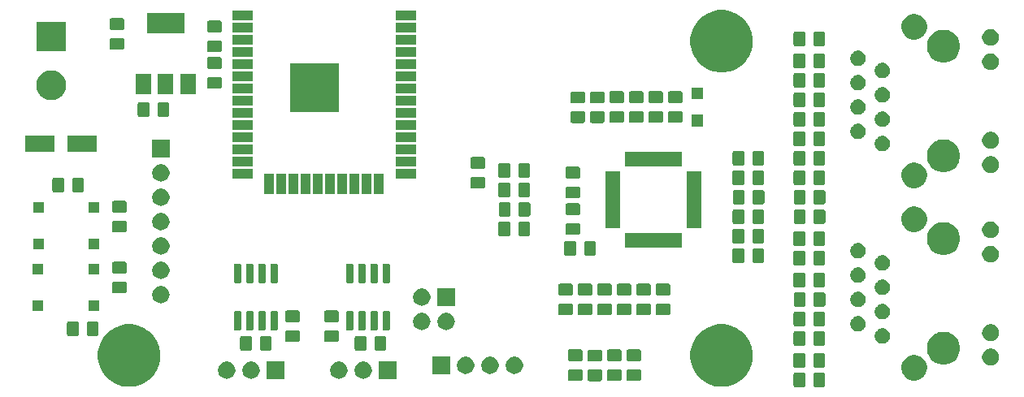
<source format=gbr>
G04 #@! TF.GenerationSoftware,KiCad,Pcbnew,(5.1.5)-3*
G04 #@! TF.CreationDate,2020-07-08T17:40:24+02:00*
G04 #@! TF.ProjectId,Mbed_Devboard,4d626564-5f44-4657-9662-6f6172642e6b,rev?*
G04 #@! TF.SameCoordinates,Original*
G04 #@! TF.FileFunction,Soldermask,Top*
G04 #@! TF.FilePolarity,Negative*
%FSLAX46Y46*%
G04 Gerber Fmt 4.6, Leading zero omitted, Abs format (unit mm)*
G04 Created by KiCad (PCBNEW (5.1.5)-3) date 2020-07-08 17:40:24*
%MOMM*%
%LPD*%
G04 APERTURE LIST*
%ADD10C,0.100000*%
G04 APERTURE END LIST*
D10*
G36*
X179034674Y-76977465D02*
G01*
X179072367Y-76988899D01*
X179107103Y-77007466D01*
X179137548Y-77032452D01*
X179162534Y-77062897D01*
X179181101Y-77097633D01*
X179192535Y-77135326D01*
X179197000Y-77180661D01*
X179197000Y-78267339D01*
X179192535Y-78312674D01*
X179181101Y-78350367D01*
X179162534Y-78385103D01*
X179137548Y-78415548D01*
X179107103Y-78440534D01*
X179072367Y-78459101D01*
X179034674Y-78470535D01*
X178989339Y-78475000D01*
X178152661Y-78475000D01*
X178107326Y-78470535D01*
X178069633Y-78459101D01*
X178034897Y-78440534D01*
X178004452Y-78415548D01*
X177979466Y-78385103D01*
X177960899Y-78350367D01*
X177949465Y-78312674D01*
X177945000Y-78267339D01*
X177945000Y-77180661D01*
X177949465Y-77135326D01*
X177960899Y-77097633D01*
X177979466Y-77062897D01*
X178004452Y-77032452D01*
X178034897Y-77007466D01*
X178069633Y-76988899D01*
X178107326Y-76977465D01*
X178152661Y-76973000D01*
X178989339Y-76973000D01*
X179034674Y-76977465D01*
G37*
G36*
X176984674Y-76977465D02*
G01*
X177022367Y-76988899D01*
X177057103Y-77007466D01*
X177087548Y-77032452D01*
X177112534Y-77062897D01*
X177131101Y-77097633D01*
X177142535Y-77135326D01*
X177147000Y-77180661D01*
X177147000Y-78267339D01*
X177142535Y-78312674D01*
X177131101Y-78350367D01*
X177112534Y-78385103D01*
X177087548Y-78415548D01*
X177057103Y-78440534D01*
X177022367Y-78459101D01*
X176984674Y-78470535D01*
X176939339Y-78475000D01*
X176102661Y-78475000D01*
X176057326Y-78470535D01*
X176019633Y-78459101D01*
X175984897Y-78440534D01*
X175954452Y-78415548D01*
X175929466Y-78385103D01*
X175910899Y-78350367D01*
X175899465Y-78312674D01*
X175895000Y-78267339D01*
X175895000Y-77180661D01*
X175899465Y-77135326D01*
X175910899Y-77097633D01*
X175929466Y-77062897D01*
X175954452Y-77032452D01*
X175984897Y-77007466D01*
X176019633Y-76988899D01*
X176057326Y-76977465D01*
X176102661Y-76973000D01*
X176939339Y-76973000D01*
X176984674Y-76977465D01*
G37*
G36*
X169036239Y-71995467D02*
G01*
X169350282Y-72057934D01*
X169941926Y-72303001D01*
X170312931Y-72550899D01*
X170474391Y-72658783D01*
X170927217Y-73111609D01*
X170984585Y-73197466D01*
X171282999Y-73644074D01*
X171528066Y-74235718D01*
X171528066Y-74235719D01*
X171653000Y-74863803D01*
X171653000Y-75504197D01*
X171609819Y-75721282D01*
X171528066Y-76132282D01*
X171282999Y-76723926D01*
X171031046Y-77101000D01*
X170927217Y-77256391D01*
X170474391Y-77709217D01*
X170410207Y-77752103D01*
X169941926Y-78064999D01*
X169350282Y-78310066D01*
X169036239Y-78372533D01*
X168722197Y-78435000D01*
X168081803Y-78435000D01*
X167767761Y-78372533D01*
X167453718Y-78310066D01*
X166862074Y-78064999D01*
X166393793Y-77752103D01*
X166329609Y-77709217D01*
X165876783Y-77256391D01*
X165772954Y-77101000D01*
X165521001Y-76723926D01*
X165275934Y-76132282D01*
X165194181Y-75721282D01*
X165151000Y-75504197D01*
X165151000Y-74863803D01*
X165275934Y-74235719D01*
X165275934Y-74235718D01*
X165521001Y-73644074D01*
X165819415Y-73197466D01*
X165876783Y-73111609D01*
X166329609Y-72658783D01*
X166491069Y-72550899D01*
X166862074Y-72303001D01*
X167453718Y-72057934D01*
X167767761Y-71995467D01*
X168081803Y-71933000D01*
X168722197Y-71933000D01*
X169036239Y-71995467D01*
G37*
G36*
X107314239Y-71995467D02*
G01*
X107628282Y-72057934D01*
X108219926Y-72303001D01*
X108590931Y-72550899D01*
X108752391Y-72658783D01*
X109205217Y-73111609D01*
X109262585Y-73197466D01*
X109560999Y-73644074D01*
X109806066Y-74235718D01*
X109806066Y-74235719D01*
X109931000Y-74863803D01*
X109931000Y-75504197D01*
X109887819Y-75721282D01*
X109806066Y-76132282D01*
X109560999Y-76723926D01*
X109309046Y-77101000D01*
X109205217Y-77256391D01*
X108752391Y-77709217D01*
X108688207Y-77752103D01*
X108219926Y-78064999D01*
X107628282Y-78310066D01*
X107314239Y-78372533D01*
X107000197Y-78435000D01*
X106359803Y-78435000D01*
X106045761Y-78372533D01*
X105731718Y-78310066D01*
X105140074Y-78064999D01*
X104671793Y-77752103D01*
X104607609Y-77709217D01*
X104154783Y-77256391D01*
X104050954Y-77101000D01*
X103799001Y-76723926D01*
X103553934Y-76132282D01*
X103472181Y-75721282D01*
X103429000Y-75504197D01*
X103429000Y-74863803D01*
X103553934Y-74235719D01*
X103553934Y-74235718D01*
X103799001Y-73644074D01*
X104097415Y-73197466D01*
X104154783Y-73111609D01*
X104607609Y-72658783D01*
X104769069Y-72550899D01*
X105140074Y-72303001D01*
X105731718Y-72057934D01*
X106045761Y-71995467D01*
X106359803Y-71933000D01*
X107000197Y-71933000D01*
X107314239Y-71995467D01*
G37*
G36*
X155782674Y-76612465D02*
G01*
X155820367Y-76623899D01*
X155855103Y-76642466D01*
X155885548Y-76667452D01*
X155910534Y-76697897D01*
X155929101Y-76732633D01*
X155940535Y-76770326D01*
X155945000Y-76815661D01*
X155945000Y-77652339D01*
X155940535Y-77697674D01*
X155929101Y-77735367D01*
X155910534Y-77770103D01*
X155885548Y-77800548D01*
X155855103Y-77825534D01*
X155820367Y-77844101D01*
X155782674Y-77855535D01*
X155737339Y-77860000D01*
X154650661Y-77860000D01*
X154605326Y-77855535D01*
X154567633Y-77844101D01*
X154532897Y-77825534D01*
X154502452Y-77800548D01*
X154477466Y-77770103D01*
X154458899Y-77735367D01*
X154447465Y-77697674D01*
X154443000Y-77652339D01*
X154443000Y-76815661D01*
X154447465Y-76770326D01*
X154458899Y-76732633D01*
X154477466Y-76697897D01*
X154502452Y-76667452D01*
X154532897Y-76642466D01*
X154567633Y-76623899D01*
X154605326Y-76612465D01*
X154650661Y-76608000D01*
X155737339Y-76608000D01*
X155782674Y-76612465D01*
G37*
G36*
X157814674Y-76603465D02*
G01*
X157852367Y-76614899D01*
X157887103Y-76633466D01*
X157917548Y-76658452D01*
X157942534Y-76688897D01*
X157961101Y-76723633D01*
X157972535Y-76761326D01*
X157977000Y-76806661D01*
X157977000Y-77643339D01*
X157972535Y-77688674D01*
X157961101Y-77726367D01*
X157942534Y-77761103D01*
X157917548Y-77791548D01*
X157887103Y-77816534D01*
X157852367Y-77835101D01*
X157814674Y-77846535D01*
X157769339Y-77851000D01*
X156682661Y-77851000D01*
X156637326Y-77846535D01*
X156599633Y-77835101D01*
X156564897Y-77816534D01*
X156534452Y-77791548D01*
X156509466Y-77761103D01*
X156490899Y-77726367D01*
X156479465Y-77688674D01*
X156475000Y-77643339D01*
X156475000Y-76806661D01*
X156479465Y-76761326D01*
X156490899Y-76723633D01*
X156509466Y-76688897D01*
X156534452Y-76658452D01*
X156564897Y-76633466D01*
X156599633Y-76614899D01*
X156637326Y-76603465D01*
X156682661Y-76599000D01*
X157769339Y-76599000D01*
X157814674Y-76603465D01*
G37*
G36*
X159846674Y-76603465D02*
G01*
X159884367Y-76614899D01*
X159919103Y-76633466D01*
X159949548Y-76658452D01*
X159974534Y-76688897D01*
X159993101Y-76723633D01*
X160004535Y-76761326D01*
X160009000Y-76806661D01*
X160009000Y-77643339D01*
X160004535Y-77688674D01*
X159993101Y-77726367D01*
X159974534Y-77761103D01*
X159949548Y-77791548D01*
X159919103Y-77816534D01*
X159884367Y-77835101D01*
X159846674Y-77846535D01*
X159801339Y-77851000D01*
X158714661Y-77851000D01*
X158669326Y-77846535D01*
X158631633Y-77835101D01*
X158596897Y-77816534D01*
X158566452Y-77791548D01*
X158541466Y-77761103D01*
X158522899Y-77726367D01*
X158511465Y-77688674D01*
X158507000Y-77643339D01*
X158507000Y-76806661D01*
X158511465Y-76761326D01*
X158522899Y-76723633D01*
X158541466Y-76688897D01*
X158566452Y-76658452D01*
X158596897Y-76633466D01*
X158631633Y-76614899D01*
X158669326Y-76603465D01*
X158714661Y-76599000D01*
X159801339Y-76599000D01*
X159846674Y-76603465D01*
G37*
G36*
X153750674Y-76594465D02*
G01*
X153788367Y-76605899D01*
X153823103Y-76624466D01*
X153853548Y-76649452D01*
X153878534Y-76679897D01*
X153897101Y-76714633D01*
X153908535Y-76752326D01*
X153913000Y-76797661D01*
X153913000Y-77634339D01*
X153908535Y-77679674D01*
X153897101Y-77717367D01*
X153878534Y-77752103D01*
X153853548Y-77782548D01*
X153823103Y-77807534D01*
X153788367Y-77826101D01*
X153750674Y-77837535D01*
X153705339Y-77842000D01*
X152618661Y-77842000D01*
X152573326Y-77837535D01*
X152535633Y-77826101D01*
X152500897Y-77807534D01*
X152470452Y-77782548D01*
X152445466Y-77752103D01*
X152426899Y-77717367D01*
X152415465Y-77679674D01*
X152411000Y-77634339D01*
X152411000Y-76797661D01*
X152415465Y-76752326D01*
X152426899Y-76714633D01*
X152445466Y-76679897D01*
X152470452Y-76649452D01*
X152500897Y-76624466D01*
X152535633Y-76605899D01*
X152573326Y-76594465D01*
X152618661Y-76590000D01*
X153705339Y-76590000D01*
X153750674Y-76594465D01*
G37*
G36*
X188854966Y-75169745D02*
G01*
X189097647Y-75270267D01*
X189097649Y-75270268D01*
X189316057Y-75416203D01*
X189501797Y-75601943D01*
X189647732Y-75820351D01*
X189647733Y-75820353D01*
X189748255Y-76063034D01*
X189799500Y-76320660D01*
X189799500Y-76583340D01*
X189748255Y-76840966D01*
X189691715Y-76977465D01*
X189647732Y-77083649D01*
X189501797Y-77302057D01*
X189316057Y-77487797D01*
X189097649Y-77633732D01*
X189097648Y-77633733D01*
X189097647Y-77633733D01*
X188854966Y-77734255D01*
X188597340Y-77785500D01*
X188334660Y-77785500D01*
X188077034Y-77734255D01*
X187834353Y-77633733D01*
X187834352Y-77633733D01*
X187834351Y-77633732D01*
X187615943Y-77487797D01*
X187430203Y-77302057D01*
X187284268Y-77083649D01*
X187240285Y-76977465D01*
X187183745Y-76840966D01*
X187132500Y-76583340D01*
X187132500Y-76320660D01*
X187183745Y-76063034D01*
X187284267Y-75820353D01*
X187284268Y-75820351D01*
X187430203Y-75601943D01*
X187615943Y-75416203D01*
X187834351Y-75270268D01*
X187834353Y-75270267D01*
X188077034Y-75169745D01*
X188334660Y-75118500D01*
X188597340Y-75118500D01*
X188854966Y-75169745D01*
G37*
G36*
X122821000Y-77609000D02*
G01*
X121019000Y-77609000D01*
X121019000Y-75807000D01*
X122821000Y-75807000D01*
X122821000Y-77609000D01*
G37*
G36*
X134505000Y-77609000D02*
G01*
X132703000Y-77609000D01*
X132703000Y-75807000D01*
X134505000Y-75807000D01*
X134505000Y-77609000D01*
G37*
G36*
X131177512Y-75811927D02*
G01*
X131326812Y-75841624D01*
X131490784Y-75909544D01*
X131638354Y-76008147D01*
X131763853Y-76133646D01*
X131862456Y-76281216D01*
X131930376Y-76445188D01*
X131947393Y-76530742D01*
X131961859Y-76603465D01*
X131965000Y-76619259D01*
X131965000Y-76796741D01*
X131930376Y-76970812D01*
X131862456Y-77134784D01*
X131763853Y-77282354D01*
X131638354Y-77407853D01*
X131490784Y-77506456D01*
X131326812Y-77574376D01*
X131177512Y-77604073D01*
X131152742Y-77609000D01*
X130975258Y-77609000D01*
X130950488Y-77604073D01*
X130801188Y-77574376D01*
X130637216Y-77506456D01*
X130489646Y-77407853D01*
X130364147Y-77282354D01*
X130265544Y-77134784D01*
X130197624Y-76970812D01*
X130163000Y-76796741D01*
X130163000Y-76619259D01*
X130166142Y-76603465D01*
X130180607Y-76530742D01*
X130197624Y-76445188D01*
X130265544Y-76281216D01*
X130364147Y-76133646D01*
X130489646Y-76008147D01*
X130637216Y-75909544D01*
X130801188Y-75841624D01*
X130950488Y-75811927D01*
X130975258Y-75807000D01*
X131152742Y-75807000D01*
X131177512Y-75811927D01*
G37*
G36*
X128637512Y-75811927D02*
G01*
X128786812Y-75841624D01*
X128950784Y-75909544D01*
X129098354Y-76008147D01*
X129223853Y-76133646D01*
X129322456Y-76281216D01*
X129390376Y-76445188D01*
X129407393Y-76530742D01*
X129421859Y-76603465D01*
X129425000Y-76619259D01*
X129425000Y-76796741D01*
X129390376Y-76970812D01*
X129322456Y-77134784D01*
X129223853Y-77282354D01*
X129098354Y-77407853D01*
X128950784Y-77506456D01*
X128786812Y-77574376D01*
X128637512Y-77604073D01*
X128612742Y-77609000D01*
X128435258Y-77609000D01*
X128410488Y-77604073D01*
X128261188Y-77574376D01*
X128097216Y-77506456D01*
X127949646Y-77407853D01*
X127824147Y-77282354D01*
X127725544Y-77134784D01*
X127657624Y-76970812D01*
X127623000Y-76796741D01*
X127623000Y-76619259D01*
X127626142Y-76603465D01*
X127640607Y-76530742D01*
X127657624Y-76445188D01*
X127725544Y-76281216D01*
X127824147Y-76133646D01*
X127949646Y-76008147D01*
X128097216Y-75909544D01*
X128261188Y-75841624D01*
X128410488Y-75811927D01*
X128435258Y-75807000D01*
X128612742Y-75807000D01*
X128637512Y-75811927D01*
G37*
G36*
X119493512Y-75811927D02*
G01*
X119642812Y-75841624D01*
X119806784Y-75909544D01*
X119954354Y-76008147D01*
X120079853Y-76133646D01*
X120178456Y-76281216D01*
X120246376Y-76445188D01*
X120263393Y-76530742D01*
X120277859Y-76603465D01*
X120281000Y-76619259D01*
X120281000Y-76796741D01*
X120246376Y-76970812D01*
X120178456Y-77134784D01*
X120079853Y-77282354D01*
X119954354Y-77407853D01*
X119806784Y-77506456D01*
X119642812Y-77574376D01*
X119493512Y-77604073D01*
X119468742Y-77609000D01*
X119291258Y-77609000D01*
X119266488Y-77604073D01*
X119117188Y-77574376D01*
X118953216Y-77506456D01*
X118805646Y-77407853D01*
X118680147Y-77282354D01*
X118581544Y-77134784D01*
X118513624Y-76970812D01*
X118479000Y-76796741D01*
X118479000Y-76619259D01*
X118482142Y-76603465D01*
X118496607Y-76530742D01*
X118513624Y-76445188D01*
X118581544Y-76281216D01*
X118680147Y-76133646D01*
X118805646Y-76008147D01*
X118953216Y-75909544D01*
X119117188Y-75841624D01*
X119266488Y-75811927D01*
X119291258Y-75807000D01*
X119468742Y-75807000D01*
X119493512Y-75811927D01*
G37*
G36*
X116953512Y-75811927D02*
G01*
X117102812Y-75841624D01*
X117266784Y-75909544D01*
X117414354Y-76008147D01*
X117539853Y-76133646D01*
X117638456Y-76281216D01*
X117706376Y-76445188D01*
X117723393Y-76530742D01*
X117737859Y-76603465D01*
X117741000Y-76619259D01*
X117741000Y-76796741D01*
X117706376Y-76970812D01*
X117638456Y-77134784D01*
X117539853Y-77282354D01*
X117414354Y-77407853D01*
X117266784Y-77506456D01*
X117102812Y-77574376D01*
X116953512Y-77604073D01*
X116928742Y-77609000D01*
X116751258Y-77609000D01*
X116726488Y-77604073D01*
X116577188Y-77574376D01*
X116413216Y-77506456D01*
X116265646Y-77407853D01*
X116140147Y-77282354D01*
X116041544Y-77134784D01*
X115973624Y-76970812D01*
X115939000Y-76796741D01*
X115939000Y-76619259D01*
X115942142Y-76603465D01*
X115956607Y-76530742D01*
X115973624Y-76445188D01*
X116041544Y-76281216D01*
X116140147Y-76133646D01*
X116265646Y-76008147D01*
X116413216Y-75909544D01*
X116577188Y-75841624D01*
X116726488Y-75811927D01*
X116751258Y-75807000D01*
X116928742Y-75807000D01*
X116953512Y-75811927D01*
G37*
G36*
X146925512Y-75303927D02*
G01*
X147074812Y-75333624D01*
X147238784Y-75401544D01*
X147386354Y-75500147D01*
X147511853Y-75625646D01*
X147610456Y-75773216D01*
X147678376Y-75937188D01*
X147713000Y-76111259D01*
X147713000Y-76288741D01*
X147678376Y-76462812D01*
X147610456Y-76626784D01*
X147511853Y-76774354D01*
X147386354Y-76899853D01*
X147238784Y-76998456D01*
X147074812Y-77066376D01*
X146936124Y-77093962D01*
X146900742Y-77101000D01*
X146723258Y-77101000D01*
X146687876Y-77093962D01*
X146549188Y-77066376D01*
X146385216Y-76998456D01*
X146237646Y-76899853D01*
X146112147Y-76774354D01*
X146013544Y-76626784D01*
X145945624Y-76462812D01*
X145911000Y-76288741D01*
X145911000Y-76111259D01*
X145945624Y-75937188D01*
X146013544Y-75773216D01*
X146112147Y-75625646D01*
X146237646Y-75500147D01*
X146385216Y-75401544D01*
X146549188Y-75333624D01*
X146698488Y-75303927D01*
X146723258Y-75299000D01*
X146900742Y-75299000D01*
X146925512Y-75303927D01*
G37*
G36*
X141845512Y-75303927D02*
G01*
X141994812Y-75333624D01*
X142158784Y-75401544D01*
X142306354Y-75500147D01*
X142431853Y-75625646D01*
X142530456Y-75773216D01*
X142598376Y-75937188D01*
X142633000Y-76111259D01*
X142633000Y-76288741D01*
X142598376Y-76462812D01*
X142530456Y-76626784D01*
X142431853Y-76774354D01*
X142306354Y-76899853D01*
X142158784Y-76998456D01*
X141994812Y-77066376D01*
X141856124Y-77093962D01*
X141820742Y-77101000D01*
X141643258Y-77101000D01*
X141607876Y-77093962D01*
X141469188Y-77066376D01*
X141305216Y-76998456D01*
X141157646Y-76899853D01*
X141032147Y-76774354D01*
X140933544Y-76626784D01*
X140865624Y-76462812D01*
X140831000Y-76288741D01*
X140831000Y-76111259D01*
X140865624Y-75937188D01*
X140933544Y-75773216D01*
X141032147Y-75625646D01*
X141157646Y-75500147D01*
X141305216Y-75401544D01*
X141469188Y-75333624D01*
X141618488Y-75303927D01*
X141643258Y-75299000D01*
X141820742Y-75299000D01*
X141845512Y-75303927D01*
G37*
G36*
X140093000Y-77101000D02*
G01*
X138291000Y-77101000D01*
X138291000Y-75299000D01*
X140093000Y-75299000D01*
X140093000Y-77101000D01*
G37*
G36*
X144385512Y-75303927D02*
G01*
X144534812Y-75333624D01*
X144698784Y-75401544D01*
X144846354Y-75500147D01*
X144971853Y-75625646D01*
X145070456Y-75773216D01*
X145138376Y-75937188D01*
X145173000Y-76111259D01*
X145173000Y-76288741D01*
X145138376Y-76462812D01*
X145070456Y-76626784D01*
X144971853Y-76774354D01*
X144846354Y-76899853D01*
X144698784Y-76998456D01*
X144534812Y-77066376D01*
X144396124Y-77093962D01*
X144360742Y-77101000D01*
X144183258Y-77101000D01*
X144147876Y-77093962D01*
X144009188Y-77066376D01*
X143845216Y-76998456D01*
X143697646Y-76899853D01*
X143572147Y-76774354D01*
X143473544Y-76626784D01*
X143405624Y-76462812D01*
X143371000Y-76288741D01*
X143371000Y-76111259D01*
X143405624Y-75937188D01*
X143473544Y-75773216D01*
X143572147Y-75625646D01*
X143697646Y-75500147D01*
X143845216Y-75401544D01*
X144009188Y-75333624D01*
X144158488Y-75303927D01*
X144183258Y-75299000D01*
X144360742Y-75299000D01*
X144385512Y-75303927D01*
G37*
G36*
X176975674Y-74945465D02*
G01*
X177013367Y-74956899D01*
X177048103Y-74975466D01*
X177078548Y-75000452D01*
X177103534Y-75030897D01*
X177122101Y-75065633D01*
X177133535Y-75103326D01*
X177138000Y-75148661D01*
X177138000Y-76235339D01*
X177133535Y-76280674D01*
X177122101Y-76318367D01*
X177103534Y-76353103D01*
X177078548Y-76383548D01*
X177048103Y-76408534D01*
X177013367Y-76427101D01*
X176975674Y-76438535D01*
X176930339Y-76443000D01*
X176093661Y-76443000D01*
X176048326Y-76438535D01*
X176010633Y-76427101D01*
X175975897Y-76408534D01*
X175945452Y-76383548D01*
X175920466Y-76353103D01*
X175901899Y-76318367D01*
X175890465Y-76280674D01*
X175886000Y-76235339D01*
X175886000Y-75148661D01*
X175890465Y-75103326D01*
X175901899Y-75065633D01*
X175920466Y-75030897D01*
X175945452Y-75000452D01*
X175975897Y-74975466D01*
X176010633Y-74956899D01*
X176048326Y-74945465D01*
X176093661Y-74941000D01*
X176930339Y-74941000D01*
X176975674Y-74945465D01*
G37*
G36*
X179025674Y-74945465D02*
G01*
X179063367Y-74956899D01*
X179098103Y-74975466D01*
X179128548Y-75000452D01*
X179153534Y-75030897D01*
X179172101Y-75065633D01*
X179183535Y-75103326D01*
X179188000Y-75148661D01*
X179188000Y-76235339D01*
X179183535Y-76280674D01*
X179172101Y-76318367D01*
X179153534Y-76353103D01*
X179128548Y-76383548D01*
X179098103Y-76408534D01*
X179063367Y-76427101D01*
X179025674Y-76438535D01*
X178980339Y-76443000D01*
X178143661Y-76443000D01*
X178098326Y-76438535D01*
X178060633Y-76427101D01*
X178025897Y-76408534D01*
X177995452Y-76383548D01*
X177970466Y-76353103D01*
X177951899Y-76318367D01*
X177940465Y-76280674D01*
X177936000Y-76235339D01*
X177936000Y-75148661D01*
X177940465Y-75103326D01*
X177951899Y-75065633D01*
X177970466Y-75030897D01*
X177995452Y-75000452D01*
X178025897Y-74975466D01*
X178060633Y-74956899D01*
X178098326Y-74945465D01*
X178143661Y-74941000D01*
X178980339Y-74941000D01*
X179025674Y-74945465D01*
G37*
G36*
X196586899Y-74472832D02*
G01*
X196671520Y-74489664D01*
X196830942Y-74555699D01*
X196974418Y-74651566D01*
X197096434Y-74773582D01*
X197192301Y-74917058D01*
X197252322Y-75061962D01*
X197258336Y-75076481D01*
X197289834Y-75234829D01*
X197292000Y-75245721D01*
X197292000Y-75418279D01*
X197258336Y-75587520D01*
X197192301Y-75746942D01*
X197096434Y-75890418D01*
X196974418Y-76012434D01*
X196830942Y-76108301D01*
X196671520Y-76174336D01*
X196502280Y-76208000D01*
X196329720Y-76208000D01*
X196160480Y-76174336D01*
X196001058Y-76108301D01*
X195857582Y-76012434D01*
X195735566Y-75890418D01*
X195639699Y-75746942D01*
X195573664Y-75587520D01*
X195540000Y-75418279D01*
X195540000Y-75245721D01*
X195542167Y-75234829D01*
X195573664Y-75076481D01*
X195579678Y-75061962D01*
X195639699Y-74917058D01*
X195735566Y-74773582D01*
X195857582Y-74651566D01*
X196001058Y-74555699D01*
X196160480Y-74489664D01*
X196329720Y-74456000D01*
X196502280Y-74456000D01*
X196586899Y-74472832D01*
G37*
G36*
X192016538Y-72771944D02*
G01*
X192273254Y-72878280D01*
X192328831Y-72901301D01*
X192609886Y-73089096D01*
X192848904Y-73328114D01*
X193009141Y-73567925D01*
X193036700Y-73609171D01*
X193166056Y-73921462D01*
X193232000Y-74252987D01*
X193232000Y-74591013D01*
X193166056Y-74922538D01*
X193072392Y-75148661D01*
X193036699Y-75234831D01*
X192848904Y-75515886D01*
X192609886Y-75754904D01*
X192328831Y-75942699D01*
X192328830Y-75942700D01*
X192328829Y-75942700D01*
X192016538Y-76072056D01*
X191685013Y-76138000D01*
X191346987Y-76138000D01*
X191015462Y-76072056D01*
X190703171Y-75942700D01*
X190703170Y-75942700D01*
X190703169Y-75942699D01*
X190422114Y-75754904D01*
X190183096Y-75515886D01*
X189995301Y-75234831D01*
X189959608Y-75148661D01*
X189865944Y-74922538D01*
X189800000Y-74591013D01*
X189800000Y-74252987D01*
X189865944Y-73921462D01*
X189995300Y-73609171D01*
X190022860Y-73567925D01*
X190183096Y-73328114D01*
X190422114Y-73089096D01*
X190703169Y-72901301D01*
X190758746Y-72878280D01*
X191015462Y-72771944D01*
X191346987Y-72706000D01*
X191685013Y-72706000D01*
X192016538Y-72771944D01*
G37*
G36*
X155782674Y-74562465D02*
G01*
X155820367Y-74573899D01*
X155855103Y-74592466D01*
X155885548Y-74617452D01*
X155910534Y-74647897D01*
X155929101Y-74682633D01*
X155940535Y-74720326D01*
X155945000Y-74765661D01*
X155945000Y-75602339D01*
X155940535Y-75647674D01*
X155929101Y-75685367D01*
X155910534Y-75720103D01*
X155885548Y-75750548D01*
X155855103Y-75775534D01*
X155820367Y-75794101D01*
X155782674Y-75805535D01*
X155737339Y-75810000D01*
X154650661Y-75810000D01*
X154605326Y-75805535D01*
X154567633Y-75794101D01*
X154532897Y-75775534D01*
X154502452Y-75750548D01*
X154477466Y-75720103D01*
X154458899Y-75685367D01*
X154447465Y-75647674D01*
X154443000Y-75602339D01*
X154443000Y-74765661D01*
X154447465Y-74720326D01*
X154458899Y-74682633D01*
X154477466Y-74647897D01*
X154502452Y-74617452D01*
X154532897Y-74592466D01*
X154567633Y-74573899D01*
X154605326Y-74562465D01*
X154650661Y-74558000D01*
X155737339Y-74558000D01*
X155782674Y-74562465D01*
G37*
G36*
X159846674Y-74553465D02*
G01*
X159884367Y-74564899D01*
X159919103Y-74583466D01*
X159949548Y-74608452D01*
X159974534Y-74638897D01*
X159993101Y-74673633D01*
X160004535Y-74711326D01*
X160009000Y-74756661D01*
X160009000Y-75593339D01*
X160004535Y-75638674D01*
X159993101Y-75676367D01*
X159974534Y-75711103D01*
X159949548Y-75741548D01*
X159919103Y-75766534D01*
X159884367Y-75785101D01*
X159846674Y-75796535D01*
X159801339Y-75801000D01*
X158714661Y-75801000D01*
X158669326Y-75796535D01*
X158631633Y-75785101D01*
X158596897Y-75766534D01*
X158566452Y-75741548D01*
X158541466Y-75711103D01*
X158522899Y-75676367D01*
X158511465Y-75638674D01*
X158507000Y-75593339D01*
X158507000Y-74756661D01*
X158511465Y-74711326D01*
X158522899Y-74673633D01*
X158541466Y-74638897D01*
X158566452Y-74608452D01*
X158596897Y-74583466D01*
X158631633Y-74564899D01*
X158669326Y-74553465D01*
X158714661Y-74549000D01*
X159801339Y-74549000D01*
X159846674Y-74553465D01*
G37*
G36*
X157814674Y-74553465D02*
G01*
X157852367Y-74564899D01*
X157887103Y-74583466D01*
X157917548Y-74608452D01*
X157942534Y-74638897D01*
X157961101Y-74673633D01*
X157972535Y-74711326D01*
X157977000Y-74756661D01*
X157977000Y-75593339D01*
X157972535Y-75638674D01*
X157961101Y-75676367D01*
X157942534Y-75711103D01*
X157917548Y-75741548D01*
X157887103Y-75766534D01*
X157852367Y-75785101D01*
X157814674Y-75796535D01*
X157769339Y-75801000D01*
X156682661Y-75801000D01*
X156637326Y-75796535D01*
X156599633Y-75785101D01*
X156564897Y-75766534D01*
X156534452Y-75741548D01*
X156509466Y-75711103D01*
X156490899Y-75676367D01*
X156479465Y-75638674D01*
X156475000Y-75593339D01*
X156475000Y-74756661D01*
X156479465Y-74711326D01*
X156490899Y-74673633D01*
X156509466Y-74638897D01*
X156534452Y-74608452D01*
X156564897Y-74583466D01*
X156599633Y-74564899D01*
X156637326Y-74553465D01*
X156682661Y-74549000D01*
X157769339Y-74549000D01*
X157814674Y-74553465D01*
G37*
G36*
X153750674Y-74544465D02*
G01*
X153788367Y-74555899D01*
X153823103Y-74574466D01*
X153853548Y-74599452D01*
X153878534Y-74629897D01*
X153897101Y-74664633D01*
X153908535Y-74702326D01*
X153913000Y-74747661D01*
X153913000Y-75584339D01*
X153908535Y-75629674D01*
X153897101Y-75667367D01*
X153878534Y-75702103D01*
X153853548Y-75732548D01*
X153823103Y-75757534D01*
X153788367Y-75776101D01*
X153750674Y-75787535D01*
X153705339Y-75792000D01*
X152618661Y-75792000D01*
X152573326Y-75787535D01*
X152535633Y-75776101D01*
X152500897Y-75757534D01*
X152470452Y-75732548D01*
X152445466Y-75702103D01*
X152426899Y-75667367D01*
X152415465Y-75629674D01*
X152411000Y-75584339D01*
X152411000Y-74747661D01*
X152415465Y-74702326D01*
X152426899Y-74664633D01*
X152445466Y-74629897D01*
X152470452Y-74599452D01*
X152500897Y-74574466D01*
X152535633Y-74555899D01*
X152573326Y-74544465D01*
X152618661Y-74540000D01*
X153705339Y-74540000D01*
X153750674Y-74544465D01*
G37*
G36*
X131264674Y-73167465D02*
G01*
X131302367Y-73178899D01*
X131337103Y-73197466D01*
X131367548Y-73222452D01*
X131392534Y-73252897D01*
X131411101Y-73287633D01*
X131422535Y-73325326D01*
X131427000Y-73370661D01*
X131427000Y-74457339D01*
X131422535Y-74502674D01*
X131411101Y-74540367D01*
X131392534Y-74575103D01*
X131367548Y-74605548D01*
X131337103Y-74630534D01*
X131302367Y-74649101D01*
X131264674Y-74660535D01*
X131219339Y-74665000D01*
X130382661Y-74665000D01*
X130337326Y-74660535D01*
X130299633Y-74649101D01*
X130264897Y-74630534D01*
X130234452Y-74605548D01*
X130209466Y-74575103D01*
X130190899Y-74540367D01*
X130179465Y-74502674D01*
X130175000Y-74457339D01*
X130175000Y-73370661D01*
X130179465Y-73325326D01*
X130190899Y-73287633D01*
X130209466Y-73252897D01*
X130234452Y-73222452D01*
X130264897Y-73197466D01*
X130299633Y-73178899D01*
X130337326Y-73167465D01*
X130382661Y-73163000D01*
X131219339Y-73163000D01*
X131264674Y-73167465D01*
G37*
G36*
X121376674Y-73167465D02*
G01*
X121414367Y-73178899D01*
X121449103Y-73197466D01*
X121479548Y-73222452D01*
X121504534Y-73252897D01*
X121523101Y-73287633D01*
X121534535Y-73325326D01*
X121539000Y-73370661D01*
X121539000Y-74457339D01*
X121534535Y-74502674D01*
X121523101Y-74540367D01*
X121504534Y-74575103D01*
X121479548Y-74605548D01*
X121449103Y-74630534D01*
X121414367Y-74649101D01*
X121376674Y-74660535D01*
X121331339Y-74665000D01*
X120494661Y-74665000D01*
X120449326Y-74660535D01*
X120411633Y-74649101D01*
X120376897Y-74630534D01*
X120346452Y-74605548D01*
X120321466Y-74575103D01*
X120302899Y-74540367D01*
X120291465Y-74502674D01*
X120287000Y-74457339D01*
X120287000Y-73370661D01*
X120291465Y-73325326D01*
X120302899Y-73287633D01*
X120321466Y-73252897D01*
X120346452Y-73222452D01*
X120376897Y-73197466D01*
X120411633Y-73178899D01*
X120449326Y-73167465D01*
X120494661Y-73163000D01*
X121331339Y-73163000D01*
X121376674Y-73167465D01*
G37*
G36*
X133314674Y-73167465D02*
G01*
X133352367Y-73178899D01*
X133387103Y-73197466D01*
X133417548Y-73222452D01*
X133442534Y-73252897D01*
X133461101Y-73287633D01*
X133472535Y-73325326D01*
X133477000Y-73370661D01*
X133477000Y-74457339D01*
X133472535Y-74502674D01*
X133461101Y-74540367D01*
X133442534Y-74575103D01*
X133417548Y-74605548D01*
X133387103Y-74630534D01*
X133352367Y-74649101D01*
X133314674Y-74660535D01*
X133269339Y-74665000D01*
X132432661Y-74665000D01*
X132387326Y-74660535D01*
X132349633Y-74649101D01*
X132314897Y-74630534D01*
X132284452Y-74605548D01*
X132259466Y-74575103D01*
X132240899Y-74540367D01*
X132229465Y-74502674D01*
X132225000Y-74457339D01*
X132225000Y-73370661D01*
X132229465Y-73325326D01*
X132240899Y-73287633D01*
X132259466Y-73252897D01*
X132284452Y-73222452D01*
X132314897Y-73197466D01*
X132349633Y-73178899D01*
X132387326Y-73167465D01*
X132432661Y-73163000D01*
X133269339Y-73163000D01*
X133314674Y-73167465D01*
G37*
G36*
X119326674Y-73167465D02*
G01*
X119364367Y-73178899D01*
X119399103Y-73197466D01*
X119429548Y-73222452D01*
X119454534Y-73252897D01*
X119473101Y-73287633D01*
X119484535Y-73325326D01*
X119489000Y-73370661D01*
X119489000Y-74457339D01*
X119484535Y-74502674D01*
X119473101Y-74540367D01*
X119454534Y-74575103D01*
X119429548Y-74605548D01*
X119399103Y-74630534D01*
X119364367Y-74649101D01*
X119326674Y-74660535D01*
X119281339Y-74665000D01*
X118444661Y-74665000D01*
X118399326Y-74660535D01*
X118361633Y-74649101D01*
X118326897Y-74630534D01*
X118296452Y-74605548D01*
X118271466Y-74575103D01*
X118252899Y-74540367D01*
X118241465Y-74502674D01*
X118237000Y-74457339D01*
X118237000Y-73370661D01*
X118241465Y-73325326D01*
X118252899Y-73287633D01*
X118271466Y-73252897D01*
X118296452Y-73222452D01*
X118326897Y-73197466D01*
X118361633Y-73178899D01*
X118399326Y-73167465D01*
X118444661Y-73163000D01*
X119281339Y-73163000D01*
X119326674Y-73167465D01*
G37*
G36*
X179034674Y-72659465D02*
G01*
X179072367Y-72670899D01*
X179107103Y-72689466D01*
X179137548Y-72714452D01*
X179162534Y-72744897D01*
X179181101Y-72779633D01*
X179192535Y-72817326D01*
X179197000Y-72862661D01*
X179197000Y-73949339D01*
X179192535Y-73994674D01*
X179181101Y-74032367D01*
X179162534Y-74067103D01*
X179137548Y-74097548D01*
X179107103Y-74122534D01*
X179072367Y-74141101D01*
X179034674Y-74152535D01*
X178989339Y-74157000D01*
X178152661Y-74157000D01*
X178107326Y-74152535D01*
X178069633Y-74141101D01*
X178034897Y-74122534D01*
X178004452Y-74097548D01*
X177979466Y-74067103D01*
X177960899Y-74032367D01*
X177949465Y-73994674D01*
X177945000Y-73949339D01*
X177945000Y-72862661D01*
X177949465Y-72817326D01*
X177960899Y-72779633D01*
X177979466Y-72744897D01*
X178004452Y-72714452D01*
X178034897Y-72689466D01*
X178069633Y-72670899D01*
X178107326Y-72659465D01*
X178152661Y-72655000D01*
X178989339Y-72655000D01*
X179034674Y-72659465D01*
G37*
G36*
X176984674Y-72659465D02*
G01*
X177022367Y-72670899D01*
X177057103Y-72689466D01*
X177087548Y-72714452D01*
X177112534Y-72744897D01*
X177131101Y-72779633D01*
X177142535Y-72817326D01*
X177147000Y-72862661D01*
X177147000Y-73949339D01*
X177142535Y-73994674D01*
X177131101Y-74032367D01*
X177112534Y-74067103D01*
X177087548Y-74097548D01*
X177057103Y-74122534D01*
X177022367Y-74141101D01*
X176984674Y-74152535D01*
X176939339Y-74157000D01*
X176102661Y-74157000D01*
X176057326Y-74152535D01*
X176019633Y-74141101D01*
X175984897Y-74122534D01*
X175954452Y-74097548D01*
X175929466Y-74067103D01*
X175910899Y-74032367D01*
X175899465Y-73994674D01*
X175895000Y-73949339D01*
X175895000Y-72862661D01*
X175899465Y-72817326D01*
X175910899Y-72779633D01*
X175929466Y-72744897D01*
X175954452Y-72714452D01*
X175984897Y-72689466D01*
X176019633Y-72670899D01*
X176057326Y-72659465D01*
X176102661Y-72655000D01*
X176939339Y-72655000D01*
X176984674Y-72659465D01*
G37*
G36*
X185400956Y-72377455D02*
G01*
X185487975Y-72413500D01*
X185547548Y-72438176D01*
X185679473Y-72526325D01*
X185791675Y-72638527D01*
X185879824Y-72770452D01*
X185879824Y-72770453D01*
X185940545Y-72917044D01*
X185971500Y-73072665D01*
X185971500Y-73231335D01*
X185940545Y-73386956D01*
X185905138Y-73472434D01*
X185879824Y-73533548D01*
X185791675Y-73665473D01*
X185679473Y-73777675D01*
X185547548Y-73865824D01*
X185498683Y-73886064D01*
X185400956Y-73926545D01*
X185245335Y-73957500D01*
X185086665Y-73957500D01*
X184931044Y-73926545D01*
X184833317Y-73886064D01*
X184784452Y-73865824D01*
X184652527Y-73777675D01*
X184540325Y-73665473D01*
X184452176Y-73533548D01*
X184426862Y-73472434D01*
X184391455Y-73386956D01*
X184360500Y-73231335D01*
X184360500Y-73072665D01*
X184391455Y-72917044D01*
X184452176Y-72770453D01*
X184452176Y-72770452D01*
X184540325Y-72638527D01*
X184652527Y-72526325D01*
X184784452Y-72438176D01*
X184844025Y-72413500D01*
X184931044Y-72377455D01*
X185086665Y-72346500D01*
X185245335Y-72346500D01*
X185400956Y-72377455D01*
G37*
G36*
X128350674Y-72539465D02*
G01*
X128388367Y-72550899D01*
X128423103Y-72569466D01*
X128453548Y-72594452D01*
X128478534Y-72624897D01*
X128497101Y-72659633D01*
X128508535Y-72697326D01*
X128513000Y-72742661D01*
X128513000Y-73579339D01*
X128508535Y-73624674D01*
X128497101Y-73662367D01*
X128478534Y-73697103D01*
X128453548Y-73727548D01*
X128423103Y-73752534D01*
X128388367Y-73771101D01*
X128350674Y-73782535D01*
X128305339Y-73787000D01*
X127218661Y-73787000D01*
X127173326Y-73782535D01*
X127135633Y-73771101D01*
X127100897Y-73752534D01*
X127070452Y-73727548D01*
X127045466Y-73697103D01*
X127026899Y-73662367D01*
X127015465Y-73624674D01*
X127011000Y-73579339D01*
X127011000Y-72742661D01*
X127015465Y-72697326D01*
X127026899Y-72659633D01*
X127045466Y-72624897D01*
X127070452Y-72594452D01*
X127100897Y-72569466D01*
X127135633Y-72550899D01*
X127173326Y-72539465D01*
X127218661Y-72535000D01*
X128305339Y-72535000D01*
X128350674Y-72539465D01*
G37*
G36*
X124286674Y-72539465D02*
G01*
X124324367Y-72550899D01*
X124359103Y-72569466D01*
X124389548Y-72594452D01*
X124414534Y-72624897D01*
X124433101Y-72659633D01*
X124444535Y-72697326D01*
X124449000Y-72742661D01*
X124449000Y-73579339D01*
X124444535Y-73624674D01*
X124433101Y-73662367D01*
X124414534Y-73697103D01*
X124389548Y-73727548D01*
X124359103Y-73752534D01*
X124324367Y-73771101D01*
X124286674Y-73782535D01*
X124241339Y-73787000D01*
X123154661Y-73787000D01*
X123109326Y-73782535D01*
X123071633Y-73771101D01*
X123036897Y-73752534D01*
X123006452Y-73727548D01*
X122981466Y-73697103D01*
X122962899Y-73662367D01*
X122951465Y-73624674D01*
X122947000Y-73579339D01*
X122947000Y-72742661D01*
X122951465Y-72697326D01*
X122962899Y-72659633D01*
X122981466Y-72624897D01*
X123006452Y-72594452D01*
X123036897Y-72569466D01*
X123071633Y-72550899D01*
X123109326Y-72539465D01*
X123154661Y-72535000D01*
X124241339Y-72535000D01*
X124286674Y-72539465D01*
G37*
G36*
X196586899Y-71932832D02*
G01*
X196671520Y-71949664D01*
X196830942Y-72015699D01*
X196974418Y-72111566D01*
X197096434Y-72233582D01*
X197192301Y-72377058D01*
X197258336Y-72536480D01*
X197266961Y-72579840D01*
X197285074Y-72670899D01*
X197292000Y-72705721D01*
X197292000Y-72878279D01*
X197258336Y-73047520D01*
X197192301Y-73206942D01*
X197096434Y-73350418D01*
X196974418Y-73472434D01*
X196830942Y-73568301D01*
X196671520Y-73634336D01*
X196502280Y-73668000D01*
X196329720Y-73668000D01*
X196160480Y-73634336D01*
X196001058Y-73568301D01*
X195857582Y-73472434D01*
X195735566Y-73350418D01*
X195639699Y-73206942D01*
X195573664Y-73047520D01*
X195540000Y-72878279D01*
X195540000Y-72705721D01*
X195546927Y-72670899D01*
X195565039Y-72579840D01*
X195573664Y-72536480D01*
X195639699Y-72377058D01*
X195735566Y-72233582D01*
X195857582Y-72111566D01*
X196001058Y-72015699D01*
X196160480Y-71949664D01*
X196329720Y-71916000D01*
X196502280Y-71916000D01*
X196586899Y-71932832D01*
G37*
G36*
X103342674Y-71643465D02*
G01*
X103380367Y-71654899D01*
X103415103Y-71673466D01*
X103445548Y-71698452D01*
X103470534Y-71728897D01*
X103489101Y-71763633D01*
X103500535Y-71801326D01*
X103505000Y-71846661D01*
X103505000Y-72933339D01*
X103500535Y-72978674D01*
X103489101Y-73016367D01*
X103470534Y-73051103D01*
X103445548Y-73081548D01*
X103415103Y-73106534D01*
X103380367Y-73125101D01*
X103342674Y-73136535D01*
X103297339Y-73141000D01*
X102460661Y-73141000D01*
X102415326Y-73136535D01*
X102377633Y-73125101D01*
X102342897Y-73106534D01*
X102312452Y-73081548D01*
X102287466Y-73051103D01*
X102268899Y-73016367D01*
X102257465Y-72978674D01*
X102253000Y-72933339D01*
X102253000Y-71846661D01*
X102257465Y-71801326D01*
X102268899Y-71763633D01*
X102287466Y-71728897D01*
X102312452Y-71698452D01*
X102342897Y-71673466D01*
X102377633Y-71654899D01*
X102415326Y-71643465D01*
X102460661Y-71639000D01*
X103297339Y-71639000D01*
X103342674Y-71643465D01*
G37*
G36*
X101292674Y-71643465D02*
G01*
X101330367Y-71654899D01*
X101365103Y-71673466D01*
X101395548Y-71698452D01*
X101420534Y-71728897D01*
X101439101Y-71763633D01*
X101450535Y-71801326D01*
X101455000Y-71846661D01*
X101455000Y-72933339D01*
X101450535Y-72978674D01*
X101439101Y-73016367D01*
X101420534Y-73051103D01*
X101395548Y-73081548D01*
X101365103Y-73106534D01*
X101330367Y-73125101D01*
X101292674Y-73136535D01*
X101247339Y-73141000D01*
X100410661Y-73141000D01*
X100365326Y-73136535D01*
X100327633Y-73125101D01*
X100292897Y-73106534D01*
X100262452Y-73081548D01*
X100237466Y-73051103D01*
X100218899Y-73016367D01*
X100207465Y-72978674D01*
X100203000Y-72933339D01*
X100203000Y-71846661D01*
X100207465Y-71801326D01*
X100218899Y-71763633D01*
X100237466Y-71728897D01*
X100262452Y-71698452D01*
X100292897Y-71673466D01*
X100327633Y-71654899D01*
X100365326Y-71643465D01*
X100410661Y-71639000D01*
X101247339Y-71639000D01*
X101292674Y-71643465D01*
G37*
G36*
X182860956Y-71107455D02*
G01*
X182958683Y-71147936D01*
X183007548Y-71168176D01*
X183139473Y-71256325D01*
X183251675Y-71368527D01*
X183339824Y-71500452D01*
X183351789Y-71529339D01*
X183400545Y-71647044D01*
X183431500Y-71802665D01*
X183431500Y-71961335D01*
X183400545Y-72116956D01*
X183365172Y-72202353D01*
X183339824Y-72263548D01*
X183251675Y-72395473D01*
X183139473Y-72507675D01*
X183007548Y-72595824D01*
X182961934Y-72614718D01*
X182860956Y-72656545D01*
X182705335Y-72687500D01*
X182546665Y-72687500D01*
X182391044Y-72656545D01*
X182290066Y-72614718D01*
X182244452Y-72595824D01*
X182112527Y-72507675D01*
X182000325Y-72395473D01*
X181912176Y-72263548D01*
X181886828Y-72202353D01*
X181851455Y-72116956D01*
X181820500Y-71961335D01*
X181820500Y-71802665D01*
X181851455Y-71647044D01*
X181900211Y-71529339D01*
X181912176Y-71500452D01*
X182000325Y-71368527D01*
X182112527Y-71256325D01*
X182244452Y-71168176D01*
X182293317Y-71147936D01*
X182391044Y-71107455D01*
X182546665Y-71076500D01*
X182705335Y-71076500D01*
X182860956Y-71107455D01*
G37*
G36*
X120782928Y-70539764D02*
G01*
X120804009Y-70546160D01*
X120823445Y-70556548D01*
X120840476Y-70570524D01*
X120854452Y-70587555D01*
X120864840Y-70606991D01*
X120871236Y-70628072D01*
X120874000Y-70656140D01*
X120874000Y-72469860D01*
X120871236Y-72497928D01*
X120864840Y-72519009D01*
X120854452Y-72538445D01*
X120840476Y-72555476D01*
X120823445Y-72569452D01*
X120804009Y-72579840D01*
X120782928Y-72586236D01*
X120754860Y-72589000D01*
X120291140Y-72589000D01*
X120263072Y-72586236D01*
X120241991Y-72579840D01*
X120222555Y-72569452D01*
X120205524Y-72555476D01*
X120191548Y-72538445D01*
X120181160Y-72519009D01*
X120174764Y-72497928D01*
X120172000Y-72469860D01*
X120172000Y-70656140D01*
X120174764Y-70628072D01*
X120181160Y-70606991D01*
X120191548Y-70587555D01*
X120205524Y-70570524D01*
X120222555Y-70556548D01*
X120241991Y-70546160D01*
X120263072Y-70539764D01*
X120291140Y-70537000D01*
X120754860Y-70537000D01*
X120782928Y-70539764D01*
G37*
G36*
X122052928Y-70539764D02*
G01*
X122074009Y-70546160D01*
X122093445Y-70556548D01*
X122110476Y-70570524D01*
X122124452Y-70587555D01*
X122134840Y-70606991D01*
X122141236Y-70628072D01*
X122144000Y-70656140D01*
X122144000Y-72469860D01*
X122141236Y-72497928D01*
X122134840Y-72519009D01*
X122124452Y-72538445D01*
X122110476Y-72555476D01*
X122093445Y-72569452D01*
X122074009Y-72579840D01*
X122052928Y-72586236D01*
X122024860Y-72589000D01*
X121561140Y-72589000D01*
X121533072Y-72586236D01*
X121511991Y-72579840D01*
X121492555Y-72569452D01*
X121475524Y-72555476D01*
X121461548Y-72538445D01*
X121451160Y-72519009D01*
X121444764Y-72497928D01*
X121442000Y-72469860D01*
X121442000Y-70656140D01*
X121444764Y-70628072D01*
X121451160Y-70606991D01*
X121461548Y-70587555D01*
X121475524Y-70570524D01*
X121492555Y-70556548D01*
X121511991Y-70546160D01*
X121533072Y-70539764D01*
X121561140Y-70537000D01*
X122024860Y-70537000D01*
X122052928Y-70539764D01*
G37*
G36*
X119512928Y-70539764D02*
G01*
X119534009Y-70546160D01*
X119553445Y-70556548D01*
X119570476Y-70570524D01*
X119584452Y-70587555D01*
X119594840Y-70606991D01*
X119601236Y-70628072D01*
X119604000Y-70656140D01*
X119604000Y-72469860D01*
X119601236Y-72497928D01*
X119594840Y-72519009D01*
X119584452Y-72538445D01*
X119570476Y-72555476D01*
X119553445Y-72569452D01*
X119534009Y-72579840D01*
X119512928Y-72586236D01*
X119484860Y-72589000D01*
X119021140Y-72589000D01*
X118993072Y-72586236D01*
X118971991Y-72579840D01*
X118952555Y-72569452D01*
X118935524Y-72555476D01*
X118921548Y-72538445D01*
X118911160Y-72519009D01*
X118904764Y-72497928D01*
X118902000Y-72469860D01*
X118902000Y-70656140D01*
X118904764Y-70628072D01*
X118911160Y-70606991D01*
X118921548Y-70587555D01*
X118935524Y-70570524D01*
X118952555Y-70556548D01*
X118971991Y-70546160D01*
X118993072Y-70539764D01*
X119021140Y-70537000D01*
X119484860Y-70537000D01*
X119512928Y-70539764D01*
G37*
G36*
X118242928Y-70539764D02*
G01*
X118264009Y-70546160D01*
X118283445Y-70556548D01*
X118300476Y-70570524D01*
X118314452Y-70587555D01*
X118324840Y-70606991D01*
X118331236Y-70628072D01*
X118334000Y-70656140D01*
X118334000Y-72469860D01*
X118331236Y-72497928D01*
X118324840Y-72519009D01*
X118314452Y-72538445D01*
X118300476Y-72555476D01*
X118283445Y-72569452D01*
X118264009Y-72579840D01*
X118242928Y-72586236D01*
X118214860Y-72589000D01*
X117751140Y-72589000D01*
X117723072Y-72586236D01*
X117701991Y-72579840D01*
X117682555Y-72569452D01*
X117665524Y-72555476D01*
X117651548Y-72538445D01*
X117641160Y-72519009D01*
X117634764Y-72497928D01*
X117632000Y-72469860D01*
X117632000Y-70656140D01*
X117634764Y-70628072D01*
X117641160Y-70606991D01*
X117651548Y-70587555D01*
X117665524Y-70570524D01*
X117682555Y-70556548D01*
X117701991Y-70546160D01*
X117723072Y-70539764D01*
X117751140Y-70537000D01*
X118214860Y-70537000D01*
X118242928Y-70539764D01*
G37*
G36*
X133736928Y-70539764D02*
G01*
X133758009Y-70546160D01*
X133777445Y-70556548D01*
X133794476Y-70570524D01*
X133808452Y-70587555D01*
X133818840Y-70606991D01*
X133825236Y-70628072D01*
X133828000Y-70656140D01*
X133828000Y-72469860D01*
X133825236Y-72497928D01*
X133818840Y-72519009D01*
X133808452Y-72538445D01*
X133794476Y-72555476D01*
X133777445Y-72569452D01*
X133758009Y-72579840D01*
X133736928Y-72586236D01*
X133708860Y-72589000D01*
X133245140Y-72589000D01*
X133217072Y-72586236D01*
X133195991Y-72579840D01*
X133176555Y-72569452D01*
X133159524Y-72555476D01*
X133145548Y-72538445D01*
X133135160Y-72519009D01*
X133128764Y-72497928D01*
X133126000Y-72469860D01*
X133126000Y-70656140D01*
X133128764Y-70628072D01*
X133135160Y-70606991D01*
X133145548Y-70587555D01*
X133159524Y-70570524D01*
X133176555Y-70556548D01*
X133195991Y-70546160D01*
X133217072Y-70539764D01*
X133245140Y-70537000D01*
X133708860Y-70537000D01*
X133736928Y-70539764D01*
G37*
G36*
X132466928Y-70539764D02*
G01*
X132488009Y-70546160D01*
X132507445Y-70556548D01*
X132524476Y-70570524D01*
X132538452Y-70587555D01*
X132548840Y-70606991D01*
X132555236Y-70628072D01*
X132558000Y-70656140D01*
X132558000Y-72469860D01*
X132555236Y-72497928D01*
X132548840Y-72519009D01*
X132538452Y-72538445D01*
X132524476Y-72555476D01*
X132507445Y-72569452D01*
X132488009Y-72579840D01*
X132466928Y-72586236D01*
X132438860Y-72589000D01*
X131975140Y-72589000D01*
X131947072Y-72586236D01*
X131925991Y-72579840D01*
X131906555Y-72569452D01*
X131889524Y-72555476D01*
X131875548Y-72538445D01*
X131865160Y-72519009D01*
X131858764Y-72497928D01*
X131856000Y-72469860D01*
X131856000Y-70656140D01*
X131858764Y-70628072D01*
X131865160Y-70606991D01*
X131875548Y-70587555D01*
X131889524Y-70570524D01*
X131906555Y-70556548D01*
X131925991Y-70546160D01*
X131947072Y-70539764D01*
X131975140Y-70537000D01*
X132438860Y-70537000D01*
X132466928Y-70539764D01*
G37*
G36*
X131196928Y-70539764D02*
G01*
X131218009Y-70546160D01*
X131237445Y-70556548D01*
X131254476Y-70570524D01*
X131268452Y-70587555D01*
X131278840Y-70606991D01*
X131285236Y-70628072D01*
X131288000Y-70656140D01*
X131288000Y-72469860D01*
X131285236Y-72497928D01*
X131278840Y-72519009D01*
X131268452Y-72538445D01*
X131254476Y-72555476D01*
X131237445Y-72569452D01*
X131218009Y-72579840D01*
X131196928Y-72586236D01*
X131168860Y-72589000D01*
X130705140Y-72589000D01*
X130677072Y-72586236D01*
X130655991Y-72579840D01*
X130636555Y-72569452D01*
X130619524Y-72555476D01*
X130605548Y-72538445D01*
X130595160Y-72519009D01*
X130588764Y-72497928D01*
X130586000Y-72469860D01*
X130586000Y-70656140D01*
X130588764Y-70628072D01*
X130595160Y-70606991D01*
X130605548Y-70587555D01*
X130619524Y-70570524D01*
X130636555Y-70556548D01*
X130655991Y-70546160D01*
X130677072Y-70539764D01*
X130705140Y-70537000D01*
X131168860Y-70537000D01*
X131196928Y-70539764D01*
G37*
G36*
X129926928Y-70539764D02*
G01*
X129948009Y-70546160D01*
X129967445Y-70556548D01*
X129984476Y-70570524D01*
X129998452Y-70587555D01*
X130008840Y-70606991D01*
X130015236Y-70628072D01*
X130018000Y-70656140D01*
X130018000Y-72469860D01*
X130015236Y-72497928D01*
X130008840Y-72519009D01*
X129998452Y-72538445D01*
X129984476Y-72555476D01*
X129967445Y-72569452D01*
X129948009Y-72579840D01*
X129926928Y-72586236D01*
X129898860Y-72589000D01*
X129435140Y-72589000D01*
X129407072Y-72586236D01*
X129385991Y-72579840D01*
X129366555Y-72569452D01*
X129349524Y-72555476D01*
X129335548Y-72538445D01*
X129325160Y-72519009D01*
X129318764Y-72497928D01*
X129316000Y-72469860D01*
X129316000Y-70656140D01*
X129318764Y-70628072D01*
X129325160Y-70606991D01*
X129335548Y-70587555D01*
X129349524Y-70570524D01*
X129366555Y-70556548D01*
X129385991Y-70546160D01*
X129407072Y-70539764D01*
X129435140Y-70537000D01*
X129898860Y-70537000D01*
X129926928Y-70539764D01*
G37*
G36*
X137273512Y-70731927D02*
G01*
X137422812Y-70761624D01*
X137586784Y-70829544D01*
X137734354Y-70928147D01*
X137859853Y-71053646D01*
X137958456Y-71201216D01*
X138026376Y-71365188D01*
X138046195Y-71464827D01*
X138061000Y-71539258D01*
X138061000Y-71716742D01*
X138056970Y-71737000D01*
X138026376Y-71890812D01*
X137958456Y-72054784D01*
X137859853Y-72202354D01*
X137734354Y-72327853D01*
X137586784Y-72426456D01*
X137422812Y-72494376D01*
X137273512Y-72524073D01*
X137248742Y-72529000D01*
X137071258Y-72529000D01*
X137046488Y-72524073D01*
X136897188Y-72494376D01*
X136733216Y-72426456D01*
X136585646Y-72327853D01*
X136460147Y-72202354D01*
X136361544Y-72054784D01*
X136293624Y-71890812D01*
X136263030Y-71737000D01*
X136259000Y-71716742D01*
X136259000Y-71539258D01*
X136273805Y-71464827D01*
X136293624Y-71365188D01*
X136361544Y-71201216D01*
X136460147Y-71053646D01*
X136585646Y-70928147D01*
X136733216Y-70829544D01*
X136897188Y-70761624D01*
X137046488Y-70731927D01*
X137071258Y-70727000D01*
X137248742Y-70727000D01*
X137273512Y-70731927D01*
G37*
G36*
X139813512Y-70731927D02*
G01*
X139962812Y-70761624D01*
X140126784Y-70829544D01*
X140274354Y-70928147D01*
X140399853Y-71053646D01*
X140498456Y-71201216D01*
X140566376Y-71365188D01*
X140586195Y-71464827D01*
X140601000Y-71539258D01*
X140601000Y-71716742D01*
X140596970Y-71737000D01*
X140566376Y-71890812D01*
X140498456Y-72054784D01*
X140399853Y-72202354D01*
X140274354Y-72327853D01*
X140126784Y-72426456D01*
X139962812Y-72494376D01*
X139813512Y-72524073D01*
X139788742Y-72529000D01*
X139611258Y-72529000D01*
X139586488Y-72524073D01*
X139437188Y-72494376D01*
X139273216Y-72426456D01*
X139125646Y-72327853D01*
X139000147Y-72202354D01*
X138901544Y-72054784D01*
X138833624Y-71890812D01*
X138803030Y-71737000D01*
X138799000Y-71716742D01*
X138799000Y-71539258D01*
X138813805Y-71464827D01*
X138833624Y-71365188D01*
X138901544Y-71201216D01*
X139000147Y-71053646D01*
X139125646Y-70928147D01*
X139273216Y-70829544D01*
X139437188Y-70761624D01*
X139586488Y-70731927D01*
X139611258Y-70727000D01*
X139788742Y-70727000D01*
X139813512Y-70731927D01*
G37*
G36*
X179034674Y-70627465D02*
G01*
X179072367Y-70638899D01*
X179107103Y-70657466D01*
X179137548Y-70682452D01*
X179162534Y-70712897D01*
X179181101Y-70747633D01*
X179192535Y-70785326D01*
X179197000Y-70830661D01*
X179197000Y-71917339D01*
X179192535Y-71962674D01*
X179181101Y-72000367D01*
X179162534Y-72035103D01*
X179137548Y-72065548D01*
X179107103Y-72090534D01*
X179072367Y-72109101D01*
X179034674Y-72120535D01*
X178989339Y-72125000D01*
X178152661Y-72125000D01*
X178107326Y-72120535D01*
X178069633Y-72109101D01*
X178034897Y-72090534D01*
X178004452Y-72065548D01*
X177979466Y-72035103D01*
X177960899Y-72000367D01*
X177949465Y-71962674D01*
X177945000Y-71917339D01*
X177945000Y-70830661D01*
X177949465Y-70785326D01*
X177960899Y-70747633D01*
X177979466Y-70712897D01*
X178004452Y-70682452D01*
X178034897Y-70657466D01*
X178069633Y-70638899D01*
X178107326Y-70627465D01*
X178152661Y-70623000D01*
X178989339Y-70623000D01*
X179034674Y-70627465D01*
G37*
G36*
X176984674Y-70627465D02*
G01*
X177022367Y-70638899D01*
X177057103Y-70657466D01*
X177087548Y-70682452D01*
X177112534Y-70712897D01*
X177131101Y-70747633D01*
X177142535Y-70785326D01*
X177147000Y-70830661D01*
X177147000Y-71917339D01*
X177142535Y-71962674D01*
X177131101Y-72000367D01*
X177112534Y-72035103D01*
X177087548Y-72065548D01*
X177057103Y-72090534D01*
X177022367Y-72109101D01*
X176984674Y-72120535D01*
X176939339Y-72125000D01*
X176102661Y-72125000D01*
X176057326Y-72120535D01*
X176019633Y-72109101D01*
X175984897Y-72090534D01*
X175954452Y-72065548D01*
X175929466Y-72035103D01*
X175910899Y-72000367D01*
X175899465Y-71962674D01*
X175895000Y-71917339D01*
X175895000Y-70830661D01*
X175899465Y-70785326D01*
X175910899Y-70747633D01*
X175929466Y-70712897D01*
X175954452Y-70682452D01*
X175984897Y-70657466D01*
X176019633Y-70638899D01*
X176057326Y-70627465D01*
X176102661Y-70623000D01*
X176939339Y-70623000D01*
X176984674Y-70627465D01*
G37*
G36*
X124286674Y-70489465D02*
G01*
X124324367Y-70500899D01*
X124359103Y-70519466D01*
X124389548Y-70544452D01*
X124414534Y-70574897D01*
X124433101Y-70609633D01*
X124444535Y-70647326D01*
X124449000Y-70692661D01*
X124449000Y-71529339D01*
X124444535Y-71574674D01*
X124433101Y-71612367D01*
X124414534Y-71647103D01*
X124389548Y-71677548D01*
X124359103Y-71702534D01*
X124324367Y-71721101D01*
X124286674Y-71732535D01*
X124241339Y-71737000D01*
X123154661Y-71737000D01*
X123109326Y-71732535D01*
X123071633Y-71721101D01*
X123036897Y-71702534D01*
X123006452Y-71677548D01*
X122981466Y-71647103D01*
X122962899Y-71612367D01*
X122951465Y-71574674D01*
X122947000Y-71529339D01*
X122947000Y-70692661D01*
X122951465Y-70647326D01*
X122962899Y-70609633D01*
X122981466Y-70574897D01*
X123006452Y-70544452D01*
X123036897Y-70519466D01*
X123071633Y-70500899D01*
X123109326Y-70489465D01*
X123154661Y-70485000D01*
X124241339Y-70485000D01*
X124286674Y-70489465D01*
G37*
G36*
X128350674Y-70489465D02*
G01*
X128388367Y-70500899D01*
X128423103Y-70519466D01*
X128453548Y-70544452D01*
X128478534Y-70574897D01*
X128497101Y-70609633D01*
X128508535Y-70647326D01*
X128513000Y-70692661D01*
X128513000Y-71529339D01*
X128508535Y-71574674D01*
X128497101Y-71612367D01*
X128478534Y-71647103D01*
X128453548Y-71677548D01*
X128423103Y-71702534D01*
X128388367Y-71721101D01*
X128350674Y-71732535D01*
X128305339Y-71737000D01*
X127218661Y-71737000D01*
X127173326Y-71732535D01*
X127135633Y-71721101D01*
X127100897Y-71702534D01*
X127070452Y-71677548D01*
X127045466Y-71647103D01*
X127026899Y-71612367D01*
X127015465Y-71574674D01*
X127011000Y-71529339D01*
X127011000Y-70692661D01*
X127015465Y-70647326D01*
X127026899Y-70609633D01*
X127045466Y-70574897D01*
X127070452Y-70544452D01*
X127100897Y-70519466D01*
X127135633Y-70500899D01*
X127173326Y-70489465D01*
X127218661Y-70485000D01*
X128305339Y-70485000D01*
X128350674Y-70489465D01*
G37*
G36*
X185400956Y-69837455D02*
G01*
X185489001Y-69873925D01*
X185547548Y-69898176D01*
X185679473Y-69986325D01*
X185791675Y-70098527D01*
X185879824Y-70230452D01*
X185879824Y-70230453D01*
X185940545Y-70377044D01*
X185971500Y-70532665D01*
X185971500Y-70691335D01*
X185940545Y-70846956D01*
X185904677Y-70933548D01*
X185879824Y-70993548D01*
X185791675Y-71125473D01*
X185679473Y-71237675D01*
X185547548Y-71325824D01*
X185498683Y-71346064D01*
X185400956Y-71386545D01*
X185245335Y-71417500D01*
X185086665Y-71417500D01*
X184931044Y-71386545D01*
X184833317Y-71346064D01*
X184784452Y-71325824D01*
X184652527Y-71237675D01*
X184540325Y-71125473D01*
X184452176Y-70993548D01*
X184427323Y-70933548D01*
X184391455Y-70846956D01*
X184360500Y-70691335D01*
X184360500Y-70532665D01*
X184391455Y-70377044D01*
X184452176Y-70230453D01*
X184452176Y-70230452D01*
X184540325Y-70098527D01*
X184652527Y-69986325D01*
X184784452Y-69898176D01*
X184842999Y-69873925D01*
X184931044Y-69837455D01*
X185086665Y-69806500D01*
X185245335Y-69806500D01*
X185400956Y-69837455D01*
G37*
G36*
X152734674Y-69745465D02*
G01*
X152772367Y-69756899D01*
X152807103Y-69775466D01*
X152837548Y-69800452D01*
X152862534Y-69830897D01*
X152881101Y-69865633D01*
X152892535Y-69903326D01*
X152897000Y-69948661D01*
X152897000Y-70785339D01*
X152892535Y-70830674D01*
X152881101Y-70868367D01*
X152862534Y-70903103D01*
X152837548Y-70933548D01*
X152807103Y-70958534D01*
X152772367Y-70977101D01*
X152734674Y-70988535D01*
X152689339Y-70993000D01*
X151602661Y-70993000D01*
X151557326Y-70988535D01*
X151519633Y-70977101D01*
X151484897Y-70958534D01*
X151454452Y-70933548D01*
X151429466Y-70903103D01*
X151410899Y-70868367D01*
X151399465Y-70830674D01*
X151395000Y-70785339D01*
X151395000Y-69948661D01*
X151399465Y-69903326D01*
X151410899Y-69865633D01*
X151429466Y-69830897D01*
X151454452Y-69800452D01*
X151484897Y-69775466D01*
X151519633Y-69756899D01*
X151557326Y-69745465D01*
X151602661Y-69741000D01*
X152689339Y-69741000D01*
X152734674Y-69745465D01*
G37*
G36*
X158830674Y-69745465D02*
G01*
X158868367Y-69756899D01*
X158903103Y-69775466D01*
X158933548Y-69800452D01*
X158958534Y-69830897D01*
X158977101Y-69865633D01*
X158988535Y-69903326D01*
X158993000Y-69948661D01*
X158993000Y-70785339D01*
X158988535Y-70830674D01*
X158977101Y-70868367D01*
X158958534Y-70903103D01*
X158933548Y-70933548D01*
X158903103Y-70958534D01*
X158868367Y-70977101D01*
X158830674Y-70988535D01*
X158785339Y-70993000D01*
X157698661Y-70993000D01*
X157653326Y-70988535D01*
X157615633Y-70977101D01*
X157580897Y-70958534D01*
X157550452Y-70933548D01*
X157525466Y-70903103D01*
X157506899Y-70868367D01*
X157495465Y-70830674D01*
X157491000Y-70785339D01*
X157491000Y-69948661D01*
X157495465Y-69903326D01*
X157506899Y-69865633D01*
X157525466Y-69830897D01*
X157550452Y-69800452D01*
X157580897Y-69775466D01*
X157615633Y-69756899D01*
X157653326Y-69745465D01*
X157698661Y-69741000D01*
X158785339Y-69741000D01*
X158830674Y-69745465D01*
G37*
G36*
X160862674Y-69745465D02*
G01*
X160900367Y-69756899D01*
X160935103Y-69775466D01*
X160965548Y-69800452D01*
X160990534Y-69830897D01*
X161009101Y-69865633D01*
X161020535Y-69903326D01*
X161025000Y-69948661D01*
X161025000Y-70785339D01*
X161020535Y-70830674D01*
X161009101Y-70868367D01*
X160990534Y-70903103D01*
X160965548Y-70933548D01*
X160935103Y-70958534D01*
X160900367Y-70977101D01*
X160862674Y-70988535D01*
X160817339Y-70993000D01*
X159730661Y-70993000D01*
X159685326Y-70988535D01*
X159647633Y-70977101D01*
X159612897Y-70958534D01*
X159582452Y-70933548D01*
X159557466Y-70903103D01*
X159538899Y-70868367D01*
X159527465Y-70830674D01*
X159523000Y-70785339D01*
X159523000Y-69948661D01*
X159527465Y-69903326D01*
X159538899Y-69865633D01*
X159557466Y-69830897D01*
X159582452Y-69800452D01*
X159612897Y-69775466D01*
X159647633Y-69756899D01*
X159685326Y-69745465D01*
X159730661Y-69741000D01*
X160817339Y-69741000D01*
X160862674Y-69745465D01*
G37*
G36*
X162894674Y-69736465D02*
G01*
X162932367Y-69747899D01*
X162967103Y-69766466D01*
X162997548Y-69791452D01*
X163022534Y-69821897D01*
X163041101Y-69856633D01*
X163052535Y-69894326D01*
X163057000Y-69939661D01*
X163057000Y-70776339D01*
X163052535Y-70821674D01*
X163041101Y-70859367D01*
X163022534Y-70894103D01*
X162997548Y-70924548D01*
X162967103Y-70949534D01*
X162932367Y-70968101D01*
X162894674Y-70979535D01*
X162849339Y-70984000D01*
X161762661Y-70984000D01*
X161717326Y-70979535D01*
X161679633Y-70968101D01*
X161644897Y-70949534D01*
X161614452Y-70924548D01*
X161589466Y-70894103D01*
X161570899Y-70859367D01*
X161559465Y-70821674D01*
X161555000Y-70776339D01*
X161555000Y-69939661D01*
X161559465Y-69894326D01*
X161570899Y-69856633D01*
X161589466Y-69821897D01*
X161614452Y-69791452D01*
X161644897Y-69766466D01*
X161679633Y-69747899D01*
X161717326Y-69736465D01*
X161762661Y-69732000D01*
X162849339Y-69732000D01*
X162894674Y-69736465D01*
G37*
G36*
X156798674Y-69736465D02*
G01*
X156836367Y-69747899D01*
X156871103Y-69766466D01*
X156901548Y-69791452D01*
X156926534Y-69821897D01*
X156945101Y-69856633D01*
X156956535Y-69894326D01*
X156961000Y-69939661D01*
X156961000Y-70776339D01*
X156956535Y-70821674D01*
X156945101Y-70859367D01*
X156926534Y-70894103D01*
X156901548Y-70924548D01*
X156871103Y-70949534D01*
X156836367Y-70968101D01*
X156798674Y-70979535D01*
X156753339Y-70984000D01*
X155666661Y-70984000D01*
X155621326Y-70979535D01*
X155583633Y-70968101D01*
X155548897Y-70949534D01*
X155518452Y-70924548D01*
X155493466Y-70894103D01*
X155474899Y-70859367D01*
X155463465Y-70821674D01*
X155459000Y-70776339D01*
X155459000Y-69939661D01*
X155463465Y-69894326D01*
X155474899Y-69856633D01*
X155493466Y-69821897D01*
X155518452Y-69791452D01*
X155548897Y-69766466D01*
X155583633Y-69747899D01*
X155621326Y-69736465D01*
X155666661Y-69732000D01*
X156753339Y-69732000D01*
X156798674Y-69736465D01*
G37*
G36*
X154766674Y-69736465D02*
G01*
X154804367Y-69747899D01*
X154839103Y-69766466D01*
X154869548Y-69791452D01*
X154894534Y-69821897D01*
X154913101Y-69856633D01*
X154924535Y-69894326D01*
X154929000Y-69939661D01*
X154929000Y-70776339D01*
X154924535Y-70821674D01*
X154913101Y-70859367D01*
X154894534Y-70894103D01*
X154869548Y-70924548D01*
X154839103Y-70949534D01*
X154804367Y-70968101D01*
X154766674Y-70979535D01*
X154721339Y-70984000D01*
X153634661Y-70984000D01*
X153589326Y-70979535D01*
X153551633Y-70968101D01*
X153516897Y-70949534D01*
X153486452Y-70924548D01*
X153461466Y-70894103D01*
X153442899Y-70859367D01*
X153431465Y-70821674D01*
X153427000Y-70776339D01*
X153427000Y-69939661D01*
X153431465Y-69894326D01*
X153442899Y-69856633D01*
X153461466Y-69821897D01*
X153486452Y-69791452D01*
X153516897Y-69766466D01*
X153551633Y-69747899D01*
X153589326Y-69736465D01*
X153634661Y-69732000D01*
X154721339Y-69732000D01*
X154766674Y-69736465D01*
G37*
G36*
X103527000Y-70523000D02*
G01*
X102425000Y-70523000D01*
X102425000Y-69421000D01*
X103527000Y-69421000D01*
X103527000Y-70523000D01*
G37*
G36*
X97727000Y-70523000D02*
G01*
X96625000Y-70523000D01*
X96625000Y-69421000D01*
X97727000Y-69421000D01*
X97727000Y-70523000D01*
G37*
G36*
X182860956Y-68567455D02*
G01*
X182956181Y-68606899D01*
X183007548Y-68628176D01*
X183139473Y-68716325D01*
X183251675Y-68828527D01*
X183339824Y-68960452D01*
X183339824Y-68960453D01*
X183400545Y-69107044D01*
X183431500Y-69262665D01*
X183431500Y-69421335D01*
X183400545Y-69576956D01*
X183365172Y-69662353D01*
X183339824Y-69723548D01*
X183251675Y-69855473D01*
X183139473Y-69967675D01*
X183007548Y-70055824D01*
X183001005Y-70058534D01*
X182860956Y-70116545D01*
X182705335Y-70147500D01*
X182546665Y-70147500D01*
X182391044Y-70116545D01*
X182250995Y-70058534D01*
X182244452Y-70055824D01*
X182112527Y-69967675D01*
X182000325Y-69855473D01*
X181912176Y-69723548D01*
X181886828Y-69662353D01*
X181851455Y-69576956D01*
X181820500Y-69421335D01*
X181820500Y-69262665D01*
X181851455Y-69107044D01*
X181912176Y-68960453D01*
X181912176Y-68960452D01*
X182000325Y-68828527D01*
X182112527Y-68716325D01*
X182244452Y-68628176D01*
X182295819Y-68606899D01*
X182391044Y-68567455D01*
X182546665Y-68536500D01*
X182705335Y-68536500D01*
X182860956Y-68567455D01*
G37*
G36*
X179043674Y-68595465D02*
G01*
X179081367Y-68606899D01*
X179116103Y-68625466D01*
X179146548Y-68650452D01*
X179171534Y-68680897D01*
X179190101Y-68715633D01*
X179201535Y-68753326D01*
X179206000Y-68798661D01*
X179206000Y-69885339D01*
X179201535Y-69930674D01*
X179190101Y-69968367D01*
X179171534Y-70003103D01*
X179146548Y-70033548D01*
X179116103Y-70058534D01*
X179081367Y-70077101D01*
X179043674Y-70088535D01*
X178998339Y-70093000D01*
X178161661Y-70093000D01*
X178116326Y-70088535D01*
X178078633Y-70077101D01*
X178043897Y-70058534D01*
X178013452Y-70033548D01*
X177988466Y-70003103D01*
X177969899Y-69968367D01*
X177958465Y-69930674D01*
X177954000Y-69885339D01*
X177954000Y-68798661D01*
X177958465Y-68753326D01*
X177969899Y-68715633D01*
X177988466Y-68680897D01*
X178013452Y-68650452D01*
X178043897Y-68625466D01*
X178078633Y-68606899D01*
X178116326Y-68595465D01*
X178161661Y-68591000D01*
X178998339Y-68591000D01*
X179043674Y-68595465D01*
G37*
G36*
X176993674Y-68595465D02*
G01*
X177031367Y-68606899D01*
X177066103Y-68625466D01*
X177096548Y-68650452D01*
X177121534Y-68680897D01*
X177140101Y-68715633D01*
X177151535Y-68753326D01*
X177156000Y-68798661D01*
X177156000Y-69885339D01*
X177151535Y-69930674D01*
X177140101Y-69968367D01*
X177121534Y-70003103D01*
X177096548Y-70033548D01*
X177066103Y-70058534D01*
X177031367Y-70077101D01*
X176993674Y-70088535D01*
X176948339Y-70093000D01*
X176111661Y-70093000D01*
X176066326Y-70088535D01*
X176028633Y-70077101D01*
X175993897Y-70058534D01*
X175963452Y-70033548D01*
X175938466Y-70003103D01*
X175919899Y-69968367D01*
X175908465Y-69930674D01*
X175904000Y-69885339D01*
X175904000Y-68798661D01*
X175908465Y-68753326D01*
X175919899Y-68715633D01*
X175938466Y-68680897D01*
X175963452Y-68650452D01*
X175993897Y-68625466D01*
X176028633Y-68606899D01*
X176066326Y-68595465D01*
X176111661Y-68591000D01*
X176948339Y-68591000D01*
X176993674Y-68595465D01*
G37*
G36*
X137273512Y-68191927D02*
G01*
X137422812Y-68221624D01*
X137586784Y-68289544D01*
X137734354Y-68388147D01*
X137859853Y-68513646D01*
X137958456Y-68661216D01*
X138026376Y-68825188D01*
X138061000Y-68999259D01*
X138061000Y-69176741D01*
X138026376Y-69350812D01*
X137958456Y-69514784D01*
X137859853Y-69662354D01*
X137734354Y-69787853D01*
X137586784Y-69886456D01*
X137422812Y-69954376D01*
X137273512Y-69984073D01*
X137248742Y-69989000D01*
X137071258Y-69989000D01*
X137046488Y-69984073D01*
X136897188Y-69954376D01*
X136733216Y-69886456D01*
X136585646Y-69787853D01*
X136460147Y-69662354D01*
X136361544Y-69514784D01*
X136293624Y-69350812D01*
X136259000Y-69176741D01*
X136259000Y-68999259D01*
X136293624Y-68825188D01*
X136361544Y-68661216D01*
X136460147Y-68513646D01*
X136585646Y-68388147D01*
X136733216Y-68289544D01*
X136897188Y-68221624D01*
X137046488Y-68191927D01*
X137071258Y-68187000D01*
X137248742Y-68187000D01*
X137273512Y-68191927D01*
G37*
G36*
X140601000Y-69989000D02*
G01*
X138799000Y-69989000D01*
X138799000Y-68187000D01*
X140601000Y-68187000D01*
X140601000Y-69989000D01*
G37*
G36*
X110095512Y-67937927D02*
G01*
X110244812Y-67967624D01*
X110408784Y-68035544D01*
X110556354Y-68134147D01*
X110681853Y-68259646D01*
X110780456Y-68407216D01*
X110848376Y-68571188D01*
X110873535Y-68697675D01*
X110883000Y-68745258D01*
X110883000Y-68922742D01*
X110878970Y-68943000D01*
X110848376Y-69096812D01*
X110780456Y-69260784D01*
X110681853Y-69408354D01*
X110556354Y-69533853D01*
X110408784Y-69632456D01*
X110244812Y-69700376D01*
X110095512Y-69730073D01*
X110070742Y-69735000D01*
X109893258Y-69735000D01*
X109868488Y-69730073D01*
X109719188Y-69700376D01*
X109555216Y-69632456D01*
X109407646Y-69533853D01*
X109282147Y-69408354D01*
X109183544Y-69260784D01*
X109115624Y-69096812D01*
X109085030Y-68943000D01*
X109081000Y-68922742D01*
X109081000Y-68745258D01*
X109090465Y-68697675D01*
X109115624Y-68571188D01*
X109183544Y-68407216D01*
X109282147Y-68259646D01*
X109407646Y-68134147D01*
X109555216Y-68035544D01*
X109719188Y-67967624D01*
X109868488Y-67937927D01*
X109893258Y-67933000D01*
X110070742Y-67933000D01*
X110095512Y-67937927D01*
G37*
G36*
X152734674Y-67695465D02*
G01*
X152772367Y-67706899D01*
X152807103Y-67725466D01*
X152837548Y-67750452D01*
X152862534Y-67780897D01*
X152881101Y-67815633D01*
X152892535Y-67853326D01*
X152897000Y-67898661D01*
X152897000Y-68735339D01*
X152892535Y-68780674D01*
X152881101Y-68818367D01*
X152862534Y-68853103D01*
X152837548Y-68883548D01*
X152807103Y-68908534D01*
X152772367Y-68927101D01*
X152734674Y-68938535D01*
X152689339Y-68943000D01*
X151602661Y-68943000D01*
X151557326Y-68938535D01*
X151519633Y-68927101D01*
X151484897Y-68908534D01*
X151454452Y-68883548D01*
X151429466Y-68853103D01*
X151410899Y-68818367D01*
X151399465Y-68780674D01*
X151395000Y-68735339D01*
X151395000Y-67898661D01*
X151399465Y-67853326D01*
X151410899Y-67815633D01*
X151429466Y-67780897D01*
X151454452Y-67750452D01*
X151484897Y-67725466D01*
X151519633Y-67706899D01*
X151557326Y-67695465D01*
X151602661Y-67691000D01*
X152689339Y-67691000D01*
X152734674Y-67695465D01*
G37*
G36*
X158830674Y-67695465D02*
G01*
X158868367Y-67706899D01*
X158903103Y-67725466D01*
X158933548Y-67750452D01*
X158958534Y-67780897D01*
X158977101Y-67815633D01*
X158988535Y-67853326D01*
X158993000Y-67898661D01*
X158993000Y-68735339D01*
X158988535Y-68780674D01*
X158977101Y-68818367D01*
X158958534Y-68853103D01*
X158933548Y-68883548D01*
X158903103Y-68908534D01*
X158868367Y-68927101D01*
X158830674Y-68938535D01*
X158785339Y-68943000D01*
X157698661Y-68943000D01*
X157653326Y-68938535D01*
X157615633Y-68927101D01*
X157580897Y-68908534D01*
X157550452Y-68883548D01*
X157525466Y-68853103D01*
X157506899Y-68818367D01*
X157495465Y-68780674D01*
X157491000Y-68735339D01*
X157491000Y-67898661D01*
X157495465Y-67853326D01*
X157506899Y-67815633D01*
X157525466Y-67780897D01*
X157550452Y-67750452D01*
X157580897Y-67725466D01*
X157615633Y-67706899D01*
X157653326Y-67695465D01*
X157698661Y-67691000D01*
X158785339Y-67691000D01*
X158830674Y-67695465D01*
G37*
G36*
X160862674Y-67695465D02*
G01*
X160900367Y-67706899D01*
X160935103Y-67725466D01*
X160965548Y-67750452D01*
X160990534Y-67780897D01*
X161009101Y-67815633D01*
X161020535Y-67853326D01*
X161025000Y-67898661D01*
X161025000Y-68735339D01*
X161020535Y-68780674D01*
X161009101Y-68818367D01*
X160990534Y-68853103D01*
X160965548Y-68883548D01*
X160935103Y-68908534D01*
X160900367Y-68927101D01*
X160862674Y-68938535D01*
X160817339Y-68943000D01*
X159730661Y-68943000D01*
X159685326Y-68938535D01*
X159647633Y-68927101D01*
X159612897Y-68908534D01*
X159582452Y-68883548D01*
X159557466Y-68853103D01*
X159538899Y-68818367D01*
X159527465Y-68780674D01*
X159523000Y-68735339D01*
X159523000Y-67898661D01*
X159527465Y-67853326D01*
X159538899Y-67815633D01*
X159557466Y-67780897D01*
X159582452Y-67750452D01*
X159612897Y-67725466D01*
X159647633Y-67706899D01*
X159685326Y-67695465D01*
X159730661Y-67691000D01*
X160817339Y-67691000D01*
X160862674Y-67695465D01*
G37*
G36*
X154766674Y-67686465D02*
G01*
X154804367Y-67697899D01*
X154839103Y-67716466D01*
X154869548Y-67741452D01*
X154894534Y-67771897D01*
X154913101Y-67806633D01*
X154924535Y-67844326D01*
X154929000Y-67889661D01*
X154929000Y-68726339D01*
X154924535Y-68771674D01*
X154913101Y-68809367D01*
X154894534Y-68844103D01*
X154869548Y-68874548D01*
X154839103Y-68899534D01*
X154804367Y-68918101D01*
X154766674Y-68929535D01*
X154721339Y-68934000D01*
X153634661Y-68934000D01*
X153589326Y-68929535D01*
X153551633Y-68918101D01*
X153516897Y-68899534D01*
X153486452Y-68874548D01*
X153461466Y-68844103D01*
X153442899Y-68809367D01*
X153431465Y-68771674D01*
X153427000Y-68726339D01*
X153427000Y-67889661D01*
X153431465Y-67844326D01*
X153442899Y-67806633D01*
X153461466Y-67771897D01*
X153486452Y-67741452D01*
X153516897Y-67716466D01*
X153551633Y-67697899D01*
X153589326Y-67686465D01*
X153634661Y-67682000D01*
X154721339Y-67682000D01*
X154766674Y-67686465D01*
G37*
G36*
X162894674Y-67686465D02*
G01*
X162932367Y-67697899D01*
X162967103Y-67716466D01*
X162997548Y-67741452D01*
X163022534Y-67771897D01*
X163041101Y-67806633D01*
X163052535Y-67844326D01*
X163057000Y-67889661D01*
X163057000Y-68726339D01*
X163052535Y-68771674D01*
X163041101Y-68809367D01*
X163022534Y-68844103D01*
X162997548Y-68874548D01*
X162967103Y-68899534D01*
X162932367Y-68918101D01*
X162894674Y-68929535D01*
X162849339Y-68934000D01*
X161762661Y-68934000D01*
X161717326Y-68929535D01*
X161679633Y-68918101D01*
X161644897Y-68899534D01*
X161614452Y-68874548D01*
X161589466Y-68844103D01*
X161570899Y-68809367D01*
X161559465Y-68771674D01*
X161555000Y-68726339D01*
X161555000Y-67889661D01*
X161559465Y-67844326D01*
X161570899Y-67806633D01*
X161589466Y-67771897D01*
X161614452Y-67741452D01*
X161644897Y-67716466D01*
X161679633Y-67697899D01*
X161717326Y-67686465D01*
X161762661Y-67682000D01*
X162849339Y-67682000D01*
X162894674Y-67686465D01*
G37*
G36*
X156798674Y-67686465D02*
G01*
X156836367Y-67697899D01*
X156871103Y-67716466D01*
X156901548Y-67741452D01*
X156926534Y-67771897D01*
X156945101Y-67806633D01*
X156956535Y-67844326D01*
X156961000Y-67889661D01*
X156961000Y-68726339D01*
X156956535Y-68771674D01*
X156945101Y-68809367D01*
X156926534Y-68844103D01*
X156901548Y-68874548D01*
X156871103Y-68899534D01*
X156836367Y-68918101D01*
X156798674Y-68929535D01*
X156753339Y-68934000D01*
X155666661Y-68934000D01*
X155621326Y-68929535D01*
X155583633Y-68918101D01*
X155548897Y-68899534D01*
X155518452Y-68874548D01*
X155493466Y-68844103D01*
X155474899Y-68809367D01*
X155463465Y-68771674D01*
X155459000Y-68726339D01*
X155459000Y-67889661D01*
X155463465Y-67844326D01*
X155474899Y-67806633D01*
X155493466Y-67771897D01*
X155518452Y-67741452D01*
X155548897Y-67716466D01*
X155583633Y-67697899D01*
X155621326Y-67686465D01*
X155666661Y-67682000D01*
X156753339Y-67682000D01*
X156798674Y-67686465D01*
G37*
G36*
X185400956Y-67297455D02*
G01*
X185498683Y-67337936D01*
X185547548Y-67358176D01*
X185679473Y-67446325D01*
X185791675Y-67558527D01*
X185879824Y-67690452D01*
X185899050Y-67736869D01*
X185940545Y-67837044D01*
X185971500Y-67992665D01*
X185971500Y-68151335D01*
X185940545Y-68306956D01*
X185900064Y-68404683D01*
X185879824Y-68453548D01*
X185791675Y-68585473D01*
X185679473Y-68697675D01*
X185547548Y-68785824D01*
X185498683Y-68806064D01*
X185400956Y-68846545D01*
X185245335Y-68877500D01*
X185086665Y-68877500D01*
X184931044Y-68846545D01*
X184833317Y-68806064D01*
X184784452Y-68785824D01*
X184652527Y-68697675D01*
X184540325Y-68585473D01*
X184452176Y-68453548D01*
X184431936Y-68404683D01*
X184391455Y-68306956D01*
X184360500Y-68151335D01*
X184360500Y-67992665D01*
X184391455Y-67837044D01*
X184432950Y-67736869D01*
X184452176Y-67690452D01*
X184540325Y-67558527D01*
X184652527Y-67446325D01*
X184784452Y-67358176D01*
X184833317Y-67337936D01*
X184931044Y-67297455D01*
X185086665Y-67266500D01*
X185245335Y-67266500D01*
X185400956Y-67297455D01*
G37*
G36*
X106252674Y-67459465D02*
G01*
X106290367Y-67470899D01*
X106325103Y-67489466D01*
X106355548Y-67514452D01*
X106380534Y-67544897D01*
X106399101Y-67579633D01*
X106410535Y-67617326D01*
X106415000Y-67662661D01*
X106415000Y-68499339D01*
X106410535Y-68544674D01*
X106399101Y-68582367D01*
X106380534Y-68617103D01*
X106355548Y-68647548D01*
X106325103Y-68672534D01*
X106290367Y-68691101D01*
X106252674Y-68702535D01*
X106207339Y-68707000D01*
X105120661Y-68707000D01*
X105075326Y-68702535D01*
X105037633Y-68691101D01*
X105002897Y-68672534D01*
X104972452Y-68647548D01*
X104947466Y-68617103D01*
X104928899Y-68582367D01*
X104917465Y-68544674D01*
X104913000Y-68499339D01*
X104913000Y-67662661D01*
X104917465Y-67617326D01*
X104928899Y-67579633D01*
X104947466Y-67544897D01*
X104972452Y-67514452D01*
X105002897Y-67489466D01*
X105037633Y-67470899D01*
X105075326Y-67459465D01*
X105120661Y-67455000D01*
X106207339Y-67455000D01*
X106252674Y-67459465D01*
G37*
G36*
X176975674Y-66563465D02*
G01*
X177013367Y-66574899D01*
X177048103Y-66593466D01*
X177078548Y-66618452D01*
X177103534Y-66648897D01*
X177122101Y-66683633D01*
X177133535Y-66721326D01*
X177138000Y-66766661D01*
X177138000Y-67853339D01*
X177133535Y-67898674D01*
X177122101Y-67936367D01*
X177103534Y-67971103D01*
X177078548Y-68001548D01*
X177048103Y-68026534D01*
X177013367Y-68045101D01*
X176975674Y-68056535D01*
X176930339Y-68061000D01*
X176093661Y-68061000D01*
X176048326Y-68056535D01*
X176010633Y-68045101D01*
X175975897Y-68026534D01*
X175945452Y-68001548D01*
X175920466Y-67971103D01*
X175901899Y-67936367D01*
X175890465Y-67898674D01*
X175886000Y-67853339D01*
X175886000Y-66766661D01*
X175890465Y-66721326D01*
X175901899Y-66683633D01*
X175920466Y-66648897D01*
X175945452Y-66618452D01*
X175975897Y-66593466D01*
X176010633Y-66574899D01*
X176048326Y-66563465D01*
X176093661Y-66559000D01*
X176930339Y-66559000D01*
X176975674Y-66563465D01*
G37*
G36*
X179025674Y-66563465D02*
G01*
X179063367Y-66574899D01*
X179098103Y-66593466D01*
X179128548Y-66618452D01*
X179153534Y-66648897D01*
X179172101Y-66683633D01*
X179183535Y-66721326D01*
X179188000Y-66766661D01*
X179188000Y-67853339D01*
X179183535Y-67898674D01*
X179172101Y-67936367D01*
X179153534Y-67971103D01*
X179128548Y-68001548D01*
X179098103Y-68026534D01*
X179063367Y-68045101D01*
X179025674Y-68056535D01*
X178980339Y-68061000D01*
X178143661Y-68061000D01*
X178098326Y-68056535D01*
X178060633Y-68045101D01*
X178025897Y-68026534D01*
X177995452Y-68001548D01*
X177970466Y-67971103D01*
X177951899Y-67936367D01*
X177940465Y-67898674D01*
X177936000Y-67853339D01*
X177936000Y-66766661D01*
X177940465Y-66721326D01*
X177951899Y-66683633D01*
X177970466Y-66648897D01*
X177995452Y-66618452D01*
X178025897Y-66593466D01*
X178060633Y-66574899D01*
X178098326Y-66563465D01*
X178143661Y-66559000D01*
X178980339Y-66559000D01*
X179025674Y-66563465D01*
G37*
G36*
X120782928Y-65589764D02*
G01*
X120804009Y-65596160D01*
X120823445Y-65606548D01*
X120840476Y-65620524D01*
X120854452Y-65637555D01*
X120864840Y-65656991D01*
X120871236Y-65678072D01*
X120874000Y-65706140D01*
X120874000Y-67519860D01*
X120871236Y-67547928D01*
X120864840Y-67569009D01*
X120854452Y-67588445D01*
X120840476Y-67605476D01*
X120823445Y-67619452D01*
X120804009Y-67629840D01*
X120782928Y-67636236D01*
X120754860Y-67639000D01*
X120291140Y-67639000D01*
X120263072Y-67636236D01*
X120241991Y-67629840D01*
X120222555Y-67619452D01*
X120205524Y-67605476D01*
X120191548Y-67588445D01*
X120181160Y-67569009D01*
X120174764Y-67547928D01*
X120172000Y-67519860D01*
X120172000Y-65706140D01*
X120174764Y-65678072D01*
X120181160Y-65656991D01*
X120191548Y-65637555D01*
X120205524Y-65620524D01*
X120222555Y-65606548D01*
X120241991Y-65596160D01*
X120263072Y-65589764D01*
X120291140Y-65587000D01*
X120754860Y-65587000D01*
X120782928Y-65589764D01*
G37*
G36*
X129926928Y-65589764D02*
G01*
X129948009Y-65596160D01*
X129967445Y-65606548D01*
X129984476Y-65620524D01*
X129998452Y-65637555D01*
X130008840Y-65656991D01*
X130015236Y-65678072D01*
X130018000Y-65706140D01*
X130018000Y-67519860D01*
X130015236Y-67547928D01*
X130008840Y-67569009D01*
X129998452Y-67588445D01*
X129984476Y-67605476D01*
X129967445Y-67619452D01*
X129948009Y-67629840D01*
X129926928Y-67636236D01*
X129898860Y-67639000D01*
X129435140Y-67639000D01*
X129407072Y-67636236D01*
X129385991Y-67629840D01*
X129366555Y-67619452D01*
X129349524Y-67605476D01*
X129335548Y-67588445D01*
X129325160Y-67569009D01*
X129318764Y-67547928D01*
X129316000Y-67519860D01*
X129316000Y-65706140D01*
X129318764Y-65678072D01*
X129325160Y-65656991D01*
X129335548Y-65637555D01*
X129349524Y-65620524D01*
X129366555Y-65606548D01*
X129385991Y-65596160D01*
X129407072Y-65589764D01*
X129435140Y-65587000D01*
X129898860Y-65587000D01*
X129926928Y-65589764D01*
G37*
G36*
X133736928Y-65589764D02*
G01*
X133758009Y-65596160D01*
X133777445Y-65606548D01*
X133794476Y-65620524D01*
X133808452Y-65637555D01*
X133818840Y-65656991D01*
X133825236Y-65678072D01*
X133828000Y-65706140D01*
X133828000Y-67519860D01*
X133825236Y-67547928D01*
X133818840Y-67569009D01*
X133808452Y-67588445D01*
X133794476Y-67605476D01*
X133777445Y-67619452D01*
X133758009Y-67629840D01*
X133736928Y-67636236D01*
X133708860Y-67639000D01*
X133245140Y-67639000D01*
X133217072Y-67636236D01*
X133195991Y-67629840D01*
X133176555Y-67619452D01*
X133159524Y-67605476D01*
X133145548Y-67588445D01*
X133135160Y-67569009D01*
X133128764Y-67547928D01*
X133126000Y-67519860D01*
X133126000Y-65706140D01*
X133128764Y-65678072D01*
X133135160Y-65656991D01*
X133145548Y-65637555D01*
X133159524Y-65620524D01*
X133176555Y-65606548D01*
X133195991Y-65596160D01*
X133217072Y-65589764D01*
X133245140Y-65587000D01*
X133708860Y-65587000D01*
X133736928Y-65589764D01*
G37*
G36*
X132466928Y-65589764D02*
G01*
X132488009Y-65596160D01*
X132507445Y-65606548D01*
X132524476Y-65620524D01*
X132538452Y-65637555D01*
X132548840Y-65656991D01*
X132555236Y-65678072D01*
X132558000Y-65706140D01*
X132558000Y-67519860D01*
X132555236Y-67547928D01*
X132548840Y-67569009D01*
X132538452Y-67588445D01*
X132524476Y-67605476D01*
X132507445Y-67619452D01*
X132488009Y-67629840D01*
X132466928Y-67636236D01*
X132438860Y-67639000D01*
X131975140Y-67639000D01*
X131947072Y-67636236D01*
X131925991Y-67629840D01*
X131906555Y-67619452D01*
X131889524Y-67605476D01*
X131875548Y-67588445D01*
X131865160Y-67569009D01*
X131858764Y-67547928D01*
X131856000Y-67519860D01*
X131856000Y-65706140D01*
X131858764Y-65678072D01*
X131865160Y-65656991D01*
X131875548Y-65637555D01*
X131889524Y-65620524D01*
X131906555Y-65606548D01*
X131925991Y-65596160D01*
X131947072Y-65589764D01*
X131975140Y-65587000D01*
X132438860Y-65587000D01*
X132466928Y-65589764D01*
G37*
G36*
X131196928Y-65589764D02*
G01*
X131218009Y-65596160D01*
X131237445Y-65606548D01*
X131254476Y-65620524D01*
X131268452Y-65637555D01*
X131278840Y-65656991D01*
X131285236Y-65678072D01*
X131288000Y-65706140D01*
X131288000Y-67519860D01*
X131285236Y-67547928D01*
X131278840Y-67569009D01*
X131268452Y-67588445D01*
X131254476Y-67605476D01*
X131237445Y-67619452D01*
X131218009Y-67629840D01*
X131196928Y-67636236D01*
X131168860Y-67639000D01*
X130705140Y-67639000D01*
X130677072Y-67636236D01*
X130655991Y-67629840D01*
X130636555Y-67619452D01*
X130619524Y-67605476D01*
X130605548Y-67588445D01*
X130595160Y-67569009D01*
X130588764Y-67547928D01*
X130586000Y-67519860D01*
X130586000Y-65706140D01*
X130588764Y-65678072D01*
X130595160Y-65656991D01*
X130605548Y-65637555D01*
X130619524Y-65620524D01*
X130636555Y-65606548D01*
X130655991Y-65596160D01*
X130677072Y-65589764D01*
X130705140Y-65587000D01*
X131168860Y-65587000D01*
X131196928Y-65589764D01*
G37*
G36*
X122052928Y-65589764D02*
G01*
X122074009Y-65596160D01*
X122093445Y-65606548D01*
X122110476Y-65620524D01*
X122124452Y-65637555D01*
X122134840Y-65656991D01*
X122141236Y-65678072D01*
X122144000Y-65706140D01*
X122144000Y-67519860D01*
X122141236Y-67547928D01*
X122134840Y-67569009D01*
X122124452Y-67588445D01*
X122110476Y-67605476D01*
X122093445Y-67619452D01*
X122074009Y-67629840D01*
X122052928Y-67636236D01*
X122024860Y-67639000D01*
X121561140Y-67639000D01*
X121533072Y-67636236D01*
X121511991Y-67629840D01*
X121492555Y-67619452D01*
X121475524Y-67605476D01*
X121461548Y-67588445D01*
X121451160Y-67569009D01*
X121444764Y-67547928D01*
X121442000Y-67519860D01*
X121442000Y-65706140D01*
X121444764Y-65678072D01*
X121451160Y-65656991D01*
X121461548Y-65637555D01*
X121475524Y-65620524D01*
X121492555Y-65606548D01*
X121511991Y-65596160D01*
X121533072Y-65589764D01*
X121561140Y-65587000D01*
X122024860Y-65587000D01*
X122052928Y-65589764D01*
G37*
G36*
X119512928Y-65589764D02*
G01*
X119534009Y-65596160D01*
X119553445Y-65606548D01*
X119570476Y-65620524D01*
X119584452Y-65637555D01*
X119594840Y-65656991D01*
X119601236Y-65678072D01*
X119604000Y-65706140D01*
X119604000Y-67519860D01*
X119601236Y-67547928D01*
X119594840Y-67569009D01*
X119584452Y-67588445D01*
X119570476Y-67605476D01*
X119553445Y-67619452D01*
X119534009Y-67629840D01*
X119512928Y-67636236D01*
X119484860Y-67639000D01*
X119021140Y-67639000D01*
X118993072Y-67636236D01*
X118971991Y-67629840D01*
X118952555Y-67619452D01*
X118935524Y-67605476D01*
X118921548Y-67588445D01*
X118911160Y-67569009D01*
X118904764Y-67547928D01*
X118902000Y-67519860D01*
X118902000Y-65706140D01*
X118904764Y-65678072D01*
X118911160Y-65656991D01*
X118921548Y-65637555D01*
X118935524Y-65620524D01*
X118952555Y-65606548D01*
X118971991Y-65596160D01*
X118993072Y-65589764D01*
X119021140Y-65587000D01*
X119484860Y-65587000D01*
X119512928Y-65589764D01*
G37*
G36*
X118242928Y-65589764D02*
G01*
X118264009Y-65596160D01*
X118283445Y-65606548D01*
X118300476Y-65620524D01*
X118314452Y-65637555D01*
X118324840Y-65656991D01*
X118331236Y-65678072D01*
X118334000Y-65706140D01*
X118334000Y-67519860D01*
X118331236Y-67547928D01*
X118324840Y-67569009D01*
X118314452Y-67588445D01*
X118300476Y-67605476D01*
X118283445Y-67619452D01*
X118264009Y-67629840D01*
X118242928Y-67636236D01*
X118214860Y-67639000D01*
X117751140Y-67639000D01*
X117723072Y-67636236D01*
X117701991Y-67629840D01*
X117682555Y-67619452D01*
X117665524Y-67605476D01*
X117651548Y-67588445D01*
X117641160Y-67569009D01*
X117634764Y-67547928D01*
X117632000Y-67519860D01*
X117632000Y-65706140D01*
X117634764Y-65678072D01*
X117641160Y-65656991D01*
X117651548Y-65637555D01*
X117665524Y-65620524D01*
X117682555Y-65606548D01*
X117701991Y-65596160D01*
X117723072Y-65589764D01*
X117751140Y-65587000D01*
X118214860Y-65587000D01*
X118242928Y-65589764D01*
G37*
G36*
X182860956Y-66027455D02*
G01*
X182958683Y-66067936D01*
X183007548Y-66088176D01*
X183139473Y-66176325D01*
X183251675Y-66288527D01*
X183339824Y-66420452D01*
X183351789Y-66449339D01*
X183400545Y-66567044D01*
X183431500Y-66722665D01*
X183431500Y-66881335D01*
X183400545Y-67036956D01*
X183360064Y-67134683D01*
X183339824Y-67183548D01*
X183251675Y-67315473D01*
X183139473Y-67427675D01*
X183007548Y-67515824D01*
X182971728Y-67530661D01*
X182860956Y-67576545D01*
X182705335Y-67607500D01*
X182546665Y-67607500D01*
X182391044Y-67576545D01*
X182280272Y-67530661D01*
X182244452Y-67515824D01*
X182112527Y-67427675D01*
X182000325Y-67315473D01*
X181912176Y-67183548D01*
X181891936Y-67134683D01*
X181851455Y-67036956D01*
X181820500Y-66881335D01*
X181820500Y-66722665D01*
X181851455Y-66567044D01*
X181900211Y-66449339D01*
X181912176Y-66420452D01*
X182000325Y-66288527D01*
X182112527Y-66176325D01*
X182244452Y-66088176D01*
X182293317Y-66067936D01*
X182391044Y-66027455D01*
X182546665Y-65996500D01*
X182705335Y-65996500D01*
X182860956Y-66027455D01*
G37*
G36*
X110095512Y-65397927D02*
G01*
X110244812Y-65427624D01*
X110408784Y-65495544D01*
X110556354Y-65594147D01*
X110681853Y-65719646D01*
X110780456Y-65867216D01*
X110848376Y-66031188D01*
X110883000Y-66205259D01*
X110883000Y-66382741D01*
X110848376Y-66556812D01*
X110780456Y-66720784D01*
X110681853Y-66868354D01*
X110556354Y-66993853D01*
X110408784Y-67092456D01*
X110244812Y-67160376D01*
X110095512Y-67190073D01*
X110070742Y-67195000D01*
X109893258Y-67195000D01*
X109868488Y-67190073D01*
X109719188Y-67160376D01*
X109555216Y-67092456D01*
X109407646Y-66993853D01*
X109282147Y-66868354D01*
X109183544Y-66720784D01*
X109115624Y-66556812D01*
X109081000Y-66382741D01*
X109081000Y-66205259D01*
X109115624Y-66031188D01*
X109183544Y-65867216D01*
X109282147Y-65719646D01*
X109407646Y-65594147D01*
X109555216Y-65495544D01*
X109719188Y-65427624D01*
X109868488Y-65397927D01*
X109893258Y-65393000D01*
X110070742Y-65393000D01*
X110095512Y-65397927D01*
G37*
G36*
X97727000Y-66723000D02*
G01*
X96625000Y-66723000D01*
X96625000Y-65621000D01*
X97727000Y-65621000D01*
X97727000Y-66723000D01*
G37*
G36*
X103527000Y-66723000D02*
G01*
X102425000Y-66723000D01*
X102425000Y-65621000D01*
X103527000Y-65621000D01*
X103527000Y-66723000D01*
G37*
G36*
X106252674Y-65409465D02*
G01*
X106290367Y-65420899D01*
X106325103Y-65439466D01*
X106355548Y-65464452D01*
X106380534Y-65494897D01*
X106399101Y-65529633D01*
X106410535Y-65567326D01*
X106415000Y-65612661D01*
X106415000Y-66449339D01*
X106410535Y-66494674D01*
X106399101Y-66532367D01*
X106380534Y-66567103D01*
X106355548Y-66597548D01*
X106325103Y-66622534D01*
X106290367Y-66641101D01*
X106252674Y-66652535D01*
X106207339Y-66657000D01*
X105120661Y-66657000D01*
X105075326Y-66652535D01*
X105037633Y-66641101D01*
X105002897Y-66622534D01*
X104972452Y-66597548D01*
X104947466Y-66567103D01*
X104928899Y-66532367D01*
X104917465Y-66494674D01*
X104913000Y-66449339D01*
X104913000Y-65612661D01*
X104917465Y-65567326D01*
X104928899Y-65529633D01*
X104947466Y-65494897D01*
X104972452Y-65464452D01*
X105002897Y-65439466D01*
X105037633Y-65420899D01*
X105075326Y-65409465D01*
X105120661Y-65405000D01*
X106207339Y-65405000D01*
X106252674Y-65409465D01*
G37*
G36*
X185400956Y-64757455D02*
G01*
X185498683Y-64797936D01*
X185547548Y-64818176D01*
X185679473Y-64906325D01*
X185791675Y-65018527D01*
X185879824Y-65150452D01*
X185879824Y-65150453D01*
X185940545Y-65297044D01*
X185971500Y-65452665D01*
X185971500Y-65611335D01*
X185940545Y-65766956D01*
X185900064Y-65864683D01*
X185879824Y-65913548D01*
X185791675Y-66045473D01*
X185679473Y-66157675D01*
X185547548Y-66245824D01*
X185498683Y-66266064D01*
X185400956Y-66306545D01*
X185245335Y-66337500D01*
X185086665Y-66337500D01*
X184931044Y-66306545D01*
X184833317Y-66266064D01*
X184784452Y-66245824D01*
X184652527Y-66157675D01*
X184540325Y-66045473D01*
X184452176Y-65913548D01*
X184431936Y-65864683D01*
X184391455Y-65766956D01*
X184360500Y-65611335D01*
X184360500Y-65452665D01*
X184391455Y-65297044D01*
X184452176Y-65150453D01*
X184452176Y-65150452D01*
X184540325Y-65018527D01*
X184652527Y-64906325D01*
X184784452Y-64818176D01*
X184833317Y-64797936D01*
X184931044Y-64757455D01*
X185086665Y-64726500D01*
X185245335Y-64726500D01*
X185400956Y-64757455D01*
G37*
G36*
X179025674Y-64277465D02*
G01*
X179063367Y-64288899D01*
X179098103Y-64307466D01*
X179128548Y-64332452D01*
X179153534Y-64362897D01*
X179172101Y-64397633D01*
X179183535Y-64435326D01*
X179188000Y-64480661D01*
X179188000Y-65567339D01*
X179183535Y-65612674D01*
X179172101Y-65650367D01*
X179153534Y-65685103D01*
X179128548Y-65715548D01*
X179098103Y-65740534D01*
X179063367Y-65759101D01*
X179025674Y-65770535D01*
X178980339Y-65775000D01*
X178143661Y-65775000D01*
X178098326Y-65770535D01*
X178060633Y-65759101D01*
X178025897Y-65740534D01*
X177995452Y-65715548D01*
X177970466Y-65685103D01*
X177951899Y-65650367D01*
X177940465Y-65612674D01*
X177936000Y-65567339D01*
X177936000Y-64480661D01*
X177940465Y-64435326D01*
X177951899Y-64397633D01*
X177970466Y-64362897D01*
X177995452Y-64332452D01*
X178025897Y-64307466D01*
X178060633Y-64288899D01*
X178098326Y-64277465D01*
X178143661Y-64273000D01*
X178980339Y-64273000D01*
X179025674Y-64277465D01*
G37*
G36*
X176975674Y-64277465D02*
G01*
X177013367Y-64288899D01*
X177048103Y-64307466D01*
X177078548Y-64332452D01*
X177103534Y-64362897D01*
X177122101Y-64397633D01*
X177133535Y-64435326D01*
X177138000Y-64480661D01*
X177138000Y-65567339D01*
X177133535Y-65612674D01*
X177122101Y-65650367D01*
X177103534Y-65685103D01*
X177078548Y-65715548D01*
X177048103Y-65740534D01*
X177013367Y-65759101D01*
X176975674Y-65770535D01*
X176930339Y-65775000D01*
X176093661Y-65775000D01*
X176048326Y-65770535D01*
X176010633Y-65759101D01*
X175975897Y-65740534D01*
X175945452Y-65715548D01*
X175920466Y-65685103D01*
X175901899Y-65650367D01*
X175890465Y-65612674D01*
X175886000Y-65567339D01*
X175886000Y-64480661D01*
X175890465Y-64435326D01*
X175901899Y-64397633D01*
X175920466Y-64362897D01*
X175945452Y-64332452D01*
X175975897Y-64307466D01*
X176010633Y-64288899D01*
X176048326Y-64277465D01*
X176093661Y-64273000D01*
X176930339Y-64273000D01*
X176975674Y-64277465D01*
G37*
G36*
X172675674Y-64023465D02*
G01*
X172713367Y-64034899D01*
X172748103Y-64053466D01*
X172778548Y-64078452D01*
X172803534Y-64108897D01*
X172822101Y-64143633D01*
X172833535Y-64181326D01*
X172838000Y-64226661D01*
X172838000Y-65313339D01*
X172833535Y-65358674D01*
X172822101Y-65396367D01*
X172803534Y-65431103D01*
X172778548Y-65461548D01*
X172748103Y-65486534D01*
X172713367Y-65505101D01*
X172675674Y-65516535D01*
X172630339Y-65521000D01*
X171793661Y-65521000D01*
X171748326Y-65516535D01*
X171710633Y-65505101D01*
X171675897Y-65486534D01*
X171645452Y-65461548D01*
X171620466Y-65431103D01*
X171601899Y-65396367D01*
X171590465Y-65358674D01*
X171586000Y-65313339D01*
X171586000Y-64226661D01*
X171590465Y-64181326D01*
X171601899Y-64143633D01*
X171620466Y-64108897D01*
X171645452Y-64078452D01*
X171675897Y-64053466D01*
X171710633Y-64034899D01*
X171748326Y-64023465D01*
X171793661Y-64019000D01*
X172630339Y-64019000D01*
X172675674Y-64023465D01*
G37*
G36*
X170625674Y-64023465D02*
G01*
X170663367Y-64034899D01*
X170698103Y-64053466D01*
X170728548Y-64078452D01*
X170753534Y-64108897D01*
X170772101Y-64143633D01*
X170783535Y-64181326D01*
X170788000Y-64226661D01*
X170788000Y-65313339D01*
X170783535Y-65358674D01*
X170772101Y-65396367D01*
X170753534Y-65431103D01*
X170728548Y-65461548D01*
X170698103Y-65486534D01*
X170663367Y-65505101D01*
X170625674Y-65516535D01*
X170580339Y-65521000D01*
X169743661Y-65521000D01*
X169698326Y-65516535D01*
X169660633Y-65505101D01*
X169625897Y-65486534D01*
X169595452Y-65461548D01*
X169570466Y-65431103D01*
X169551899Y-65396367D01*
X169540465Y-65358674D01*
X169536000Y-65313339D01*
X169536000Y-64226661D01*
X169540465Y-64181326D01*
X169551899Y-64143633D01*
X169570466Y-64108897D01*
X169595452Y-64078452D01*
X169625897Y-64053466D01*
X169660633Y-64034899D01*
X169698326Y-64023465D01*
X169743661Y-64019000D01*
X170580339Y-64019000D01*
X170625674Y-64023465D01*
G37*
G36*
X196586899Y-63762832D02*
G01*
X196671520Y-63779664D01*
X196830942Y-63845699D01*
X196974418Y-63941566D01*
X197096434Y-64063582D01*
X197192301Y-64207058D01*
X197258336Y-64366480D01*
X197258336Y-64366481D01*
X197292000Y-64535720D01*
X197292000Y-64708280D01*
X197282951Y-64753770D01*
X197258336Y-64877520D01*
X197192301Y-65036942D01*
X197096434Y-65180418D01*
X196974418Y-65302434D01*
X196830942Y-65398301D01*
X196671520Y-65464336D01*
X196502280Y-65498000D01*
X196329720Y-65498000D01*
X196160480Y-65464336D01*
X196001058Y-65398301D01*
X195857582Y-65302434D01*
X195735566Y-65180418D01*
X195639699Y-65036942D01*
X195573664Y-64877520D01*
X195549049Y-64753770D01*
X195540000Y-64708280D01*
X195540000Y-64535720D01*
X195573664Y-64366481D01*
X195573664Y-64366480D01*
X195639699Y-64207058D01*
X195735566Y-64063582D01*
X195857582Y-63941566D01*
X196001058Y-63845699D01*
X196160480Y-63779664D01*
X196245101Y-63762832D01*
X196329720Y-63746000D01*
X196502280Y-63746000D01*
X196586899Y-63762832D01*
G37*
G36*
X182860956Y-63487455D02*
G01*
X182949001Y-63523925D01*
X183007548Y-63548176D01*
X183139473Y-63636325D01*
X183251675Y-63748527D01*
X183339824Y-63880452D01*
X183339824Y-63880453D01*
X183400545Y-64027044D01*
X183431500Y-64182665D01*
X183431500Y-64341335D01*
X183400545Y-64496956D01*
X183361597Y-64590983D01*
X183339824Y-64643548D01*
X183251675Y-64775473D01*
X183139473Y-64887675D01*
X183007548Y-64975824D01*
X182958683Y-64996064D01*
X182860956Y-65036545D01*
X182705335Y-65067500D01*
X182546665Y-65067500D01*
X182391044Y-65036545D01*
X182293317Y-64996064D01*
X182244452Y-64975824D01*
X182112527Y-64887675D01*
X182000325Y-64775473D01*
X181912176Y-64643548D01*
X181890403Y-64590983D01*
X181851455Y-64496956D01*
X181820500Y-64341335D01*
X181820500Y-64182665D01*
X181851455Y-64027044D01*
X181912176Y-63880453D01*
X181912176Y-63880452D01*
X182000325Y-63748527D01*
X182112527Y-63636325D01*
X182244452Y-63548176D01*
X182302999Y-63523925D01*
X182391044Y-63487455D01*
X182546665Y-63456500D01*
X182705335Y-63456500D01*
X182860956Y-63487455D01*
G37*
G36*
X155149674Y-63261465D02*
G01*
X155187367Y-63272899D01*
X155222103Y-63291466D01*
X155252548Y-63316452D01*
X155277534Y-63346897D01*
X155296101Y-63381633D01*
X155307535Y-63419326D01*
X155312000Y-63464661D01*
X155312000Y-64551339D01*
X155307535Y-64596674D01*
X155296101Y-64634367D01*
X155277534Y-64669103D01*
X155252548Y-64699548D01*
X155222103Y-64724534D01*
X155187367Y-64743101D01*
X155149674Y-64754535D01*
X155104339Y-64759000D01*
X154267661Y-64759000D01*
X154222326Y-64754535D01*
X154184633Y-64743101D01*
X154149897Y-64724534D01*
X154119452Y-64699548D01*
X154094466Y-64669103D01*
X154075899Y-64634367D01*
X154064465Y-64596674D01*
X154060000Y-64551339D01*
X154060000Y-63464661D01*
X154064465Y-63419326D01*
X154075899Y-63381633D01*
X154094466Y-63346897D01*
X154119452Y-63316452D01*
X154149897Y-63291466D01*
X154184633Y-63272899D01*
X154222326Y-63261465D01*
X154267661Y-63257000D01*
X155104339Y-63257000D01*
X155149674Y-63261465D01*
G37*
G36*
X153099674Y-63261465D02*
G01*
X153137367Y-63272899D01*
X153172103Y-63291466D01*
X153202548Y-63316452D01*
X153227534Y-63346897D01*
X153246101Y-63381633D01*
X153257535Y-63419326D01*
X153262000Y-63464661D01*
X153262000Y-64551339D01*
X153257535Y-64596674D01*
X153246101Y-64634367D01*
X153227534Y-64669103D01*
X153202548Y-64699548D01*
X153172103Y-64724534D01*
X153137367Y-64743101D01*
X153099674Y-64754535D01*
X153054339Y-64759000D01*
X152217661Y-64759000D01*
X152172326Y-64754535D01*
X152134633Y-64743101D01*
X152099897Y-64724534D01*
X152069452Y-64699548D01*
X152044466Y-64669103D01*
X152025899Y-64634367D01*
X152014465Y-64596674D01*
X152010000Y-64551339D01*
X152010000Y-63464661D01*
X152014465Y-63419326D01*
X152025899Y-63381633D01*
X152044466Y-63346897D01*
X152069452Y-63316452D01*
X152099897Y-63291466D01*
X152134633Y-63272899D01*
X152172326Y-63261465D01*
X152217661Y-63257000D01*
X153054339Y-63257000D01*
X153099674Y-63261465D01*
G37*
G36*
X192016538Y-61341944D02*
G01*
X192328829Y-61471300D01*
X192328831Y-61471301D01*
X192609886Y-61659096D01*
X192848904Y-61898114D01*
X193029423Y-62168279D01*
X193036700Y-62179171D01*
X193166056Y-62491462D01*
X193232000Y-62822987D01*
X193232000Y-63161013D01*
X193166056Y-63492538D01*
X193061068Y-63746000D01*
X193036699Y-63804831D01*
X192848904Y-64085886D01*
X192609886Y-64324904D01*
X192328831Y-64512699D01*
X192328830Y-64512700D01*
X192328829Y-64512700D01*
X192016538Y-64642056D01*
X191685013Y-64708000D01*
X191346987Y-64708000D01*
X191015462Y-64642056D01*
X190703171Y-64512700D01*
X190703170Y-64512700D01*
X190703169Y-64512699D01*
X190422114Y-64324904D01*
X190183096Y-64085886D01*
X189995301Y-63804831D01*
X189970932Y-63746000D01*
X189865944Y-63492538D01*
X189800000Y-63161013D01*
X189800000Y-62822987D01*
X189865944Y-62491462D01*
X189995300Y-62179171D01*
X190002578Y-62168279D01*
X190183096Y-61898114D01*
X190422114Y-61659096D01*
X190703169Y-61471301D01*
X190703171Y-61471300D01*
X191015462Y-61341944D01*
X191346987Y-61276000D01*
X191685013Y-61276000D01*
X192016538Y-61341944D01*
G37*
G36*
X110095512Y-62857927D02*
G01*
X110244812Y-62887624D01*
X110408784Y-62955544D01*
X110556354Y-63054147D01*
X110681853Y-63179646D01*
X110780456Y-63327216D01*
X110848376Y-63491188D01*
X110883000Y-63665259D01*
X110883000Y-63842741D01*
X110848376Y-64016812D01*
X110780456Y-64180784D01*
X110681853Y-64328354D01*
X110556354Y-64453853D01*
X110408784Y-64552456D01*
X110244812Y-64620376D01*
X110095512Y-64650073D01*
X110070742Y-64655000D01*
X109893258Y-64655000D01*
X109868488Y-64650073D01*
X109719188Y-64620376D01*
X109555216Y-64552456D01*
X109407646Y-64453853D01*
X109282147Y-64328354D01*
X109183544Y-64180784D01*
X109115624Y-64016812D01*
X109081000Y-63842741D01*
X109081000Y-63665259D01*
X109115624Y-63491188D01*
X109183544Y-63327216D01*
X109282147Y-63179646D01*
X109407646Y-63054147D01*
X109555216Y-62955544D01*
X109719188Y-62887624D01*
X109868488Y-62857927D01*
X109893258Y-62853000D01*
X110070742Y-62853000D01*
X110095512Y-62857927D01*
G37*
G36*
X103568000Y-64108000D02*
G01*
X102466000Y-64108000D01*
X102466000Y-63006000D01*
X103568000Y-63006000D01*
X103568000Y-64108000D01*
G37*
G36*
X97768000Y-64108000D02*
G01*
X96666000Y-64108000D01*
X96666000Y-63006000D01*
X97768000Y-63006000D01*
X97768000Y-64108000D01*
G37*
G36*
X164241000Y-63929000D02*
G01*
X158339000Y-63929000D01*
X158339000Y-62377000D01*
X164241000Y-62377000D01*
X164241000Y-63929000D01*
G37*
G36*
X179025674Y-62245465D02*
G01*
X179063367Y-62256899D01*
X179098103Y-62275466D01*
X179128548Y-62300452D01*
X179153534Y-62330897D01*
X179172101Y-62365633D01*
X179183535Y-62403326D01*
X179188000Y-62448661D01*
X179188000Y-63535339D01*
X179183535Y-63580674D01*
X179172101Y-63618367D01*
X179153534Y-63653103D01*
X179128548Y-63683548D01*
X179098103Y-63708534D01*
X179063367Y-63727101D01*
X179025674Y-63738535D01*
X178980339Y-63743000D01*
X178143661Y-63743000D01*
X178098326Y-63738535D01*
X178060633Y-63727101D01*
X178025897Y-63708534D01*
X177995452Y-63683548D01*
X177970466Y-63653103D01*
X177951899Y-63618367D01*
X177940465Y-63580674D01*
X177936000Y-63535339D01*
X177936000Y-62448661D01*
X177940465Y-62403326D01*
X177951899Y-62365633D01*
X177970466Y-62330897D01*
X177995452Y-62300452D01*
X178025897Y-62275466D01*
X178060633Y-62256899D01*
X178098326Y-62245465D01*
X178143661Y-62241000D01*
X178980339Y-62241000D01*
X179025674Y-62245465D01*
G37*
G36*
X176975674Y-62245465D02*
G01*
X177013367Y-62256899D01*
X177048103Y-62275466D01*
X177078548Y-62300452D01*
X177103534Y-62330897D01*
X177122101Y-62365633D01*
X177133535Y-62403326D01*
X177138000Y-62448661D01*
X177138000Y-63535339D01*
X177133535Y-63580674D01*
X177122101Y-63618367D01*
X177103534Y-63653103D01*
X177078548Y-63683548D01*
X177048103Y-63708534D01*
X177013367Y-63727101D01*
X176975674Y-63738535D01*
X176930339Y-63743000D01*
X176093661Y-63743000D01*
X176048326Y-63738535D01*
X176010633Y-63727101D01*
X175975897Y-63708534D01*
X175945452Y-63683548D01*
X175920466Y-63653103D01*
X175901899Y-63618367D01*
X175890465Y-63580674D01*
X175886000Y-63535339D01*
X175886000Y-62448661D01*
X175890465Y-62403326D01*
X175901899Y-62365633D01*
X175920466Y-62330897D01*
X175945452Y-62300452D01*
X175975897Y-62275466D01*
X176010633Y-62256899D01*
X176048326Y-62245465D01*
X176093661Y-62241000D01*
X176930339Y-62241000D01*
X176975674Y-62245465D01*
G37*
G36*
X170625674Y-61991465D02*
G01*
X170663367Y-62002899D01*
X170698103Y-62021466D01*
X170728548Y-62046452D01*
X170753534Y-62076897D01*
X170772101Y-62111633D01*
X170783535Y-62149326D01*
X170788000Y-62194661D01*
X170788000Y-63281339D01*
X170783535Y-63326674D01*
X170772101Y-63364367D01*
X170753534Y-63399103D01*
X170728548Y-63429548D01*
X170698103Y-63454534D01*
X170663367Y-63473101D01*
X170625674Y-63484535D01*
X170580339Y-63489000D01*
X169743661Y-63489000D01*
X169698326Y-63484535D01*
X169660633Y-63473101D01*
X169625897Y-63454534D01*
X169595452Y-63429548D01*
X169570466Y-63399103D01*
X169551899Y-63364367D01*
X169540465Y-63326674D01*
X169536000Y-63281339D01*
X169536000Y-62194661D01*
X169540465Y-62149326D01*
X169551899Y-62111633D01*
X169570466Y-62076897D01*
X169595452Y-62046452D01*
X169625897Y-62021466D01*
X169660633Y-62002899D01*
X169698326Y-61991465D01*
X169743661Y-61987000D01*
X170580339Y-61987000D01*
X170625674Y-61991465D01*
G37*
G36*
X172675674Y-61991465D02*
G01*
X172713367Y-62002899D01*
X172748103Y-62021466D01*
X172778548Y-62046452D01*
X172803534Y-62076897D01*
X172822101Y-62111633D01*
X172833535Y-62149326D01*
X172838000Y-62194661D01*
X172838000Y-63281339D01*
X172833535Y-63326674D01*
X172822101Y-63364367D01*
X172803534Y-63399103D01*
X172778548Y-63429548D01*
X172748103Y-63454534D01*
X172713367Y-63473101D01*
X172675674Y-63484535D01*
X172630339Y-63489000D01*
X171793661Y-63489000D01*
X171748326Y-63484535D01*
X171710633Y-63473101D01*
X171675897Y-63454534D01*
X171645452Y-63429548D01*
X171620466Y-63399103D01*
X171601899Y-63364367D01*
X171590465Y-63326674D01*
X171586000Y-63281339D01*
X171586000Y-62194661D01*
X171590465Y-62149326D01*
X171601899Y-62111633D01*
X171620466Y-62076897D01*
X171645452Y-62046452D01*
X171675897Y-62021466D01*
X171710633Y-62002899D01*
X171748326Y-61991465D01*
X171793661Y-61987000D01*
X172630339Y-61987000D01*
X172675674Y-61991465D01*
G37*
G36*
X196671520Y-61239664D02*
G01*
X196830942Y-61305699D01*
X196974418Y-61401566D01*
X197096434Y-61523582D01*
X197192301Y-61667058D01*
X197258336Y-61826480D01*
X197258336Y-61826481D01*
X197292000Y-61995720D01*
X197292000Y-62168280D01*
X197276647Y-62245465D01*
X197258336Y-62337520D01*
X197192301Y-62496942D01*
X197096434Y-62640418D01*
X196974418Y-62762434D01*
X196830942Y-62858301D01*
X196671520Y-62924336D01*
X196502280Y-62958000D01*
X196329720Y-62958000D01*
X196160480Y-62924336D01*
X196001058Y-62858301D01*
X195857582Y-62762434D01*
X195735566Y-62640418D01*
X195639699Y-62496942D01*
X195573664Y-62337520D01*
X195555353Y-62245465D01*
X195540000Y-62168280D01*
X195540000Y-61995720D01*
X195573664Y-61826481D01*
X195573664Y-61826480D01*
X195639699Y-61667058D01*
X195735566Y-61523582D01*
X195857582Y-61401566D01*
X196001058Y-61305699D01*
X196160480Y-61239664D01*
X196329720Y-61206000D01*
X196502280Y-61206000D01*
X196671520Y-61239664D01*
G37*
G36*
X146241674Y-61229465D02*
G01*
X146279367Y-61240899D01*
X146314103Y-61259466D01*
X146344548Y-61284452D01*
X146369534Y-61314897D01*
X146388101Y-61349633D01*
X146399535Y-61387326D01*
X146404000Y-61432661D01*
X146404000Y-62519339D01*
X146399535Y-62564674D01*
X146388101Y-62602367D01*
X146369534Y-62637103D01*
X146344548Y-62667548D01*
X146314103Y-62692534D01*
X146279367Y-62711101D01*
X146241674Y-62722535D01*
X146196339Y-62727000D01*
X145359661Y-62727000D01*
X145314326Y-62722535D01*
X145276633Y-62711101D01*
X145241897Y-62692534D01*
X145211452Y-62667548D01*
X145186466Y-62637103D01*
X145167899Y-62602367D01*
X145156465Y-62564674D01*
X145152000Y-62519339D01*
X145152000Y-61432661D01*
X145156465Y-61387326D01*
X145167899Y-61349633D01*
X145186466Y-61314897D01*
X145211452Y-61284452D01*
X145241897Y-61259466D01*
X145276633Y-61240899D01*
X145314326Y-61229465D01*
X145359661Y-61225000D01*
X146196339Y-61225000D01*
X146241674Y-61229465D01*
G37*
G36*
X148291674Y-61229465D02*
G01*
X148329367Y-61240899D01*
X148364103Y-61259466D01*
X148394548Y-61284452D01*
X148419534Y-61314897D01*
X148438101Y-61349633D01*
X148449535Y-61387326D01*
X148454000Y-61432661D01*
X148454000Y-62519339D01*
X148449535Y-62564674D01*
X148438101Y-62602367D01*
X148419534Y-62637103D01*
X148394548Y-62667548D01*
X148364103Y-62692534D01*
X148329367Y-62711101D01*
X148291674Y-62722535D01*
X148246339Y-62727000D01*
X147409661Y-62727000D01*
X147364326Y-62722535D01*
X147326633Y-62711101D01*
X147291897Y-62692534D01*
X147261452Y-62667548D01*
X147236466Y-62637103D01*
X147217899Y-62602367D01*
X147206465Y-62564674D01*
X147202000Y-62519339D01*
X147202000Y-61432661D01*
X147206465Y-61387326D01*
X147217899Y-61349633D01*
X147236466Y-61314897D01*
X147261452Y-61284452D01*
X147291897Y-61259466D01*
X147326633Y-61240899D01*
X147364326Y-61229465D01*
X147409661Y-61225000D01*
X148246339Y-61225000D01*
X148291674Y-61229465D01*
G37*
G36*
X153496674Y-61363465D02*
G01*
X153534367Y-61374899D01*
X153569103Y-61393466D01*
X153599548Y-61418452D01*
X153624534Y-61448897D01*
X153643101Y-61483633D01*
X153654535Y-61521326D01*
X153659000Y-61566661D01*
X153659000Y-62403339D01*
X153654535Y-62448674D01*
X153643101Y-62486367D01*
X153624534Y-62521103D01*
X153599548Y-62551548D01*
X153569103Y-62576534D01*
X153534367Y-62595101D01*
X153496674Y-62606535D01*
X153451339Y-62611000D01*
X152364661Y-62611000D01*
X152319326Y-62606535D01*
X152281633Y-62595101D01*
X152246897Y-62576534D01*
X152216452Y-62551548D01*
X152191466Y-62521103D01*
X152172899Y-62486367D01*
X152161465Y-62448674D01*
X152157000Y-62403339D01*
X152157000Y-61566661D01*
X152161465Y-61521326D01*
X152172899Y-61483633D01*
X152191466Y-61448897D01*
X152216452Y-61418452D01*
X152246897Y-61393466D01*
X152281633Y-61374899D01*
X152319326Y-61363465D01*
X152364661Y-61359000D01*
X153451339Y-61359000D01*
X153496674Y-61363465D01*
G37*
G36*
X106252674Y-61109465D02*
G01*
X106290367Y-61120899D01*
X106325103Y-61139466D01*
X106355548Y-61164452D01*
X106380534Y-61194897D01*
X106399101Y-61229633D01*
X106410535Y-61267326D01*
X106415000Y-61312661D01*
X106415000Y-62149339D01*
X106410535Y-62194674D01*
X106399101Y-62232367D01*
X106380534Y-62267103D01*
X106355548Y-62297548D01*
X106325103Y-62322534D01*
X106290367Y-62341101D01*
X106252674Y-62352535D01*
X106207339Y-62357000D01*
X105120661Y-62357000D01*
X105075326Y-62352535D01*
X105037633Y-62341101D01*
X105002897Y-62322534D01*
X104972452Y-62297548D01*
X104947466Y-62267103D01*
X104928899Y-62232367D01*
X104917465Y-62194674D01*
X104913000Y-62149339D01*
X104913000Y-61312661D01*
X104917465Y-61267326D01*
X104928899Y-61229633D01*
X104947466Y-61194897D01*
X104972452Y-61164452D01*
X105002897Y-61139466D01*
X105037633Y-61120899D01*
X105075326Y-61109465D01*
X105120661Y-61105000D01*
X106207339Y-61105000D01*
X106252674Y-61109465D01*
G37*
G36*
X188854966Y-59679745D02*
G01*
X188854969Y-59679746D01*
X188854968Y-59679746D01*
X189097649Y-59780268D01*
X189316057Y-59926203D01*
X189501797Y-60111943D01*
X189636138Y-60313000D01*
X189647733Y-60330353D01*
X189748255Y-60573034D01*
X189799500Y-60830660D01*
X189799500Y-61093340D01*
X189748255Y-61350966D01*
X189704334Y-61457000D01*
X189647732Y-61593649D01*
X189501797Y-61812057D01*
X189316057Y-61997797D01*
X189097649Y-62143732D01*
X189097648Y-62143733D01*
X189097647Y-62143733D01*
X188854966Y-62244255D01*
X188597340Y-62295500D01*
X188334660Y-62295500D01*
X188077034Y-62244255D01*
X187834353Y-62143733D01*
X187834352Y-62143733D01*
X187834351Y-62143732D01*
X187615943Y-61997797D01*
X187430203Y-61812057D01*
X187284268Y-61593649D01*
X187227666Y-61457000D01*
X187183745Y-61350966D01*
X187132500Y-61093340D01*
X187132500Y-60830660D01*
X187183745Y-60573034D01*
X187284267Y-60330353D01*
X187295862Y-60313000D01*
X187430203Y-60111943D01*
X187615943Y-59926203D01*
X187834351Y-59780268D01*
X188077032Y-59679746D01*
X188077031Y-59679746D01*
X188077034Y-59679745D01*
X188334660Y-59628500D01*
X188597340Y-59628500D01*
X188854966Y-59679745D01*
G37*
G36*
X110095512Y-60317927D02*
G01*
X110244812Y-60347624D01*
X110408784Y-60415544D01*
X110556354Y-60514147D01*
X110681853Y-60639646D01*
X110780456Y-60787216D01*
X110848376Y-60951188D01*
X110876651Y-61093338D01*
X110879859Y-61109465D01*
X110883000Y-61125259D01*
X110883000Y-61302741D01*
X110848376Y-61476812D01*
X110780456Y-61640784D01*
X110681853Y-61788354D01*
X110556354Y-61913853D01*
X110408784Y-62012456D01*
X110244812Y-62080376D01*
X110106124Y-62107962D01*
X110070742Y-62115000D01*
X109893258Y-62115000D01*
X109857876Y-62107962D01*
X109719188Y-62080376D01*
X109555216Y-62012456D01*
X109407646Y-61913853D01*
X109282147Y-61788354D01*
X109183544Y-61640784D01*
X109115624Y-61476812D01*
X109081000Y-61302741D01*
X109081000Y-61125259D01*
X109084142Y-61109465D01*
X109087349Y-61093338D01*
X109115624Y-60951188D01*
X109183544Y-60787216D01*
X109282147Y-60639646D01*
X109407646Y-60514147D01*
X109555216Y-60415544D01*
X109719188Y-60347624D01*
X109868488Y-60317927D01*
X109893258Y-60313000D01*
X110070742Y-60313000D01*
X110095512Y-60317927D01*
G37*
G36*
X166291000Y-61879000D02*
G01*
X164739000Y-61879000D01*
X164739000Y-55977000D01*
X166291000Y-55977000D01*
X166291000Y-61879000D01*
G37*
G36*
X157841000Y-61879000D02*
G01*
X156289000Y-61879000D01*
X156289000Y-55977000D01*
X157841000Y-55977000D01*
X157841000Y-61879000D01*
G37*
G36*
X176993674Y-59959465D02*
G01*
X177031367Y-59970899D01*
X177066103Y-59989466D01*
X177096548Y-60014452D01*
X177121534Y-60044897D01*
X177140101Y-60079633D01*
X177151535Y-60117326D01*
X177156000Y-60162661D01*
X177156000Y-61249339D01*
X177151535Y-61294674D01*
X177140101Y-61332367D01*
X177121534Y-61367103D01*
X177096548Y-61397548D01*
X177066103Y-61422534D01*
X177031367Y-61441101D01*
X176993674Y-61452535D01*
X176948339Y-61457000D01*
X176111661Y-61457000D01*
X176066326Y-61452535D01*
X176028633Y-61441101D01*
X175993897Y-61422534D01*
X175963452Y-61397548D01*
X175938466Y-61367103D01*
X175919899Y-61332367D01*
X175908465Y-61294674D01*
X175904000Y-61249339D01*
X175904000Y-60162661D01*
X175908465Y-60117326D01*
X175919899Y-60079633D01*
X175938466Y-60044897D01*
X175963452Y-60014452D01*
X175993897Y-59989466D01*
X176028633Y-59970899D01*
X176066326Y-59959465D01*
X176111661Y-59955000D01*
X176948339Y-59955000D01*
X176993674Y-59959465D01*
G37*
G36*
X172684674Y-59959465D02*
G01*
X172722367Y-59970899D01*
X172757103Y-59989466D01*
X172787548Y-60014452D01*
X172812534Y-60044897D01*
X172831101Y-60079633D01*
X172842535Y-60117326D01*
X172847000Y-60162661D01*
X172847000Y-61249339D01*
X172842535Y-61294674D01*
X172831101Y-61332367D01*
X172812534Y-61367103D01*
X172787548Y-61397548D01*
X172757103Y-61422534D01*
X172722367Y-61441101D01*
X172684674Y-61452535D01*
X172639339Y-61457000D01*
X171802661Y-61457000D01*
X171757326Y-61452535D01*
X171719633Y-61441101D01*
X171684897Y-61422534D01*
X171654452Y-61397548D01*
X171629466Y-61367103D01*
X171610899Y-61332367D01*
X171599465Y-61294674D01*
X171595000Y-61249339D01*
X171595000Y-60162661D01*
X171599465Y-60117326D01*
X171610899Y-60079633D01*
X171629466Y-60044897D01*
X171654452Y-60014452D01*
X171684897Y-59989466D01*
X171719633Y-59970899D01*
X171757326Y-59959465D01*
X171802661Y-59955000D01*
X172639339Y-59955000D01*
X172684674Y-59959465D01*
G37*
G36*
X170634674Y-59959465D02*
G01*
X170672367Y-59970899D01*
X170707103Y-59989466D01*
X170737548Y-60014452D01*
X170762534Y-60044897D01*
X170781101Y-60079633D01*
X170792535Y-60117326D01*
X170797000Y-60162661D01*
X170797000Y-61249339D01*
X170792535Y-61294674D01*
X170781101Y-61332367D01*
X170762534Y-61367103D01*
X170737548Y-61397548D01*
X170707103Y-61422534D01*
X170672367Y-61441101D01*
X170634674Y-61452535D01*
X170589339Y-61457000D01*
X169752661Y-61457000D01*
X169707326Y-61452535D01*
X169669633Y-61441101D01*
X169634897Y-61422534D01*
X169604452Y-61397548D01*
X169579466Y-61367103D01*
X169560899Y-61332367D01*
X169549465Y-61294674D01*
X169545000Y-61249339D01*
X169545000Y-60162661D01*
X169549465Y-60117326D01*
X169560899Y-60079633D01*
X169579466Y-60044897D01*
X169604452Y-60014452D01*
X169634897Y-59989466D01*
X169669633Y-59970899D01*
X169707326Y-59959465D01*
X169752661Y-59955000D01*
X170589339Y-59955000D01*
X170634674Y-59959465D01*
G37*
G36*
X179043674Y-59959465D02*
G01*
X179081367Y-59970899D01*
X179116103Y-59989466D01*
X179146548Y-60014452D01*
X179171534Y-60044897D01*
X179190101Y-60079633D01*
X179201535Y-60117326D01*
X179206000Y-60162661D01*
X179206000Y-61249339D01*
X179201535Y-61294674D01*
X179190101Y-61332367D01*
X179171534Y-61367103D01*
X179146548Y-61397548D01*
X179116103Y-61422534D01*
X179081367Y-61441101D01*
X179043674Y-61452535D01*
X178998339Y-61457000D01*
X178161661Y-61457000D01*
X178116326Y-61452535D01*
X178078633Y-61441101D01*
X178043897Y-61422534D01*
X178013452Y-61397548D01*
X177988466Y-61367103D01*
X177969899Y-61332367D01*
X177958465Y-61294674D01*
X177954000Y-61249339D01*
X177954000Y-60162661D01*
X177958465Y-60117326D01*
X177969899Y-60079633D01*
X177988466Y-60044897D01*
X178013452Y-60014452D01*
X178043897Y-59989466D01*
X178078633Y-59970899D01*
X178116326Y-59959465D01*
X178161661Y-59955000D01*
X178998339Y-59955000D01*
X179043674Y-59959465D01*
G37*
G36*
X148309674Y-59197465D02*
G01*
X148347367Y-59208899D01*
X148382103Y-59227466D01*
X148412548Y-59252452D01*
X148437534Y-59282897D01*
X148456101Y-59317633D01*
X148467535Y-59355326D01*
X148472000Y-59400661D01*
X148472000Y-60487339D01*
X148467535Y-60532674D01*
X148456101Y-60570367D01*
X148437534Y-60605103D01*
X148412548Y-60635548D01*
X148382103Y-60660534D01*
X148347367Y-60679101D01*
X148309674Y-60690535D01*
X148264339Y-60695000D01*
X147427661Y-60695000D01*
X147382326Y-60690535D01*
X147344633Y-60679101D01*
X147309897Y-60660534D01*
X147279452Y-60635548D01*
X147254466Y-60605103D01*
X147235899Y-60570367D01*
X147224465Y-60532674D01*
X147220000Y-60487339D01*
X147220000Y-59400661D01*
X147224465Y-59355326D01*
X147235899Y-59317633D01*
X147254466Y-59282897D01*
X147279452Y-59252452D01*
X147309897Y-59227466D01*
X147344633Y-59208899D01*
X147382326Y-59197465D01*
X147427661Y-59193000D01*
X148264339Y-59193000D01*
X148309674Y-59197465D01*
G37*
G36*
X146259674Y-59197465D02*
G01*
X146297367Y-59208899D01*
X146332103Y-59227466D01*
X146362548Y-59252452D01*
X146387534Y-59282897D01*
X146406101Y-59317633D01*
X146417535Y-59355326D01*
X146422000Y-59400661D01*
X146422000Y-60487339D01*
X146417535Y-60532674D01*
X146406101Y-60570367D01*
X146387534Y-60605103D01*
X146362548Y-60635548D01*
X146332103Y-60660534D01*
X146297367Y-60679101D01*
X146259674Y-60690535D01*
X146214339Y-60695000D01*
X145377661Y-60695000D01*
X145332326Y-60690535D01*
X145294633Y-60679101D01*
X145259897Y-60660534D01*
X145229452Y-60635548D01*
X145204466Y-60605103D01*
X145185899Y-60570367D01*
X145174465Y-60532674D01*
X145170000Y-60487339D01*
X145170000Y-59400661D01*
X145174465Y-59355326D01*
X145185899Y-59317633D01*
X145204466Y-59282897D01*
X145229452Y-59252452D01*
X145259897Y-59227466D01*
X145294633Y-59208899D01*
X145332326Y-59197465D01*
X145377661Y-59193000D01*
X146214339Y-59193000D01*
X146259674Y-59197465D01*
G37*
G36*
X153496674Y-59313465D02*
G01*
X153534367Y-59324899D01*
X153569103Y-59343466D01*
X153599548Y-59368452D01*
X153624534Y-59398897D01*
X153643101Y-59433633D01*
X153654535Y-59471326D01*
X153659000Y-59516661D01*
X153659000Y-60353339D01*
X153654535Y-60398674D01*
X153643101Y-60436367D01*
X153624534Y-60471103D01*
X153599548Y-60501548D01*
X153569103Y-60526534D01*
X153534367Y-60545101D01*
X153496674Y-60556535D01*
X153451339Y-60561000D01*
X152364661Y-60561000D01*
X152319326Y-60556535D01*
X152281633Y-60545101D01*
X152246897Y-60526534D01*
X152216452Y-60501548D01*
X152191466Y-60471103D01*
X152172899Y-60436367D01*
X152161465Y-60398674D01*
X152157000Y-60353339D01*
X152157000Y-59516661D01*
X152161465Y-59471326D01*
X152172899Y-59433633D01*
X152191466Y-59398897D01*
X152216452Y-59368452D01*
X152246897Y-59343466D01*
X152281633Y-59324899D01*
X152319326Y-59313465D01*
X152364661Y-59309000D01*
X153451339Y-59309000D01*
X153496674Y-59313465D01*
G37*
G36*
X103568000Y-60308000D02*
G01*
X102466000Y-60308000D01*
X102466000Y-59206000D01*
X103568000Y-59206000D01*
X103568000Y-60308000D01*
G37*
G36*
X97768000Y-60308000D02*
G01*
X96666000Y-60308000D01*
X96666000Y-59206000D01*
X97768000Y-59206000D01*
X97768000Y-60308000D01*
G37*
G36*
X106252674Y-59059465D02*
G01*
X106290367Y-59070899D01*
X106325103Y-59089466D01*
X106355548Y-59114452D01*
X106380534Y-59144897D01*
X106399101Y-59179633D01*
X106410535Y-59217326D01*
X106415000Y-59262661D01*
X106415000Y-60099339D01*
X106410535Y-60144674D01*
X106399101Y-60182367D01*
X106380534Y-60217103D01*
X106355548Y-60247548D01*
X106325103Y-60272534D01*
X106290367Y-60291101D01*
X106252674Y-60302535D01*
X106207339Y-60307000D01*
X105120661Y-60307000D01*
X105075326Y-60302535D01*
X105037633Y-60291101D01*
X105002897Y-60272534D01*
X104972452Y-60247548D01*
X104947466Y-60217103D01*
X104928899Y-60182367D01*
X104917465Y-60144674D01*
X104913000Y-60099339D01*
X104913000Y-59262661D01*
X104917465Y-59217326D01*
X104928899Y-59179633D01*
X104947466Y-59144897D01*
X104972452Y-59114452D01*
X105002897Y-59089466D01*
X105037633Y-59070899D01*
X105075326Y-59059465D01*
X105120661Y-59055000D01*
X106207339Y-59055000D01*
X106252674Y-59059465D01*
G37*
G36*
X110095512Y-57777927D02*
G01*
X110244812Y-57807624D01*
X110408784Y-57875544D01*
X110556354Y-57974147D01*
X110681853Y-58099646D01*
X110780456Y-58247216D01*
X110848376Y-58411188D01*
X110883000Y-58585259D01*
X110883000Y-58762741D01*
X110848376Y-58936812D01*
X110780456Y-59100784D01*
X110681853Y-59248354D01*
X110556354Y-59373853D01*
X110408784Y-59472456D01*
X110244812Y-59540376D01*
X110095512Y-59570073D01*
X110070742Y-59575000D01*
X109893258Y-59575000D01*
X109868488Y-59570073D01*
X109719188Y-59540376D01*
X109555216Y-59472456D01*
X109407646Y-59373853D01*
X109282147Y-59248354D01*
X109183544Y-59100784D01*
X109115624Y-58936812D01*
X109081000Y-58762741D01*
X109081000Y-58585259D01*
X109115624Y-58411188D01*
X109183544Y-58247216D01*
X109282147Y-58099646D01*
X109407646Y-57974147D01*
X109555216Y-57875544D01*
X109719188Y-57807624D01*
X109868488Y-57777927D01*
X109893258Y-57773000D01*
X110070742Y-57773000D01*
X110095512Y-57777927D01*
G37*
G36*
X179043674Y-57927465D02*
G01*
X179081367Y-57938899D01*
X179116103Y-57957466D01*
X179146548Y-57982452D01*
X179171534Y-58012897D01*
X179190101Y-58047633D01*
X179201535Y-58085326D01*
X179206000Y-58130661D01*
X179206000Y-59217339D01*
X179201535Y-59262674D01*
X179190101Y-59300367D01*
X179171534Y-59335103D01*
X179146548Y-59365548D01*
X179116103Y-59390534D01*
X179081367Y-59409101D01*
X179043674Y-59420535D01*
X178998339Y-59425000D01*
X178161661Y-59425000D01*
X178116326Y-59420535D01*
X178078633Y-59409101D01*
X178043897Y-59390534D01*
X178013452Y-59365548D01*
X177988466Y-59335103D01*
X177969899Y-59300367D01*
X177958465Y-59262674D01*
X177954000Y-59217339D01*
X177954000Y-58130661D01*
X177958465Y-58085326D01*
X177969899Y-58047633D01*
X177988466Y-58012897D01*
X178013452Y-57982452D01*
X178043897Y-57957466D01*
X178078633Y-57938899D01*
X178116326Y-57927465D01*
X178161661Y-57923000D01*
X178998339Y-57923000D01*
X179043674Y-57927465D01*
G37*
G36*
X170643674Y-57927465D02*
G01*
X170681367Y-57938899D01*
X170716103Y-57957466D01*
X170746548Y-57982452D01*
X170771534Y-58012897D01*
X170790101Y-58047633D01*
X170801535Y-58085326D01*
X170806000Y-58130661D01*
X170806000Y-59217339D01*
X170801535Y-59262674D01*
X170790101Y-59300367D01*
X170771534Y-59335103D01*
X170746548Y-59365548D01*
X170716103Y-59390534D01*
X170681367Y-59409101D01*
X170643674Y-59420535D01*
X170598339Y-59425000D01*
X169761661Y-59425000D01*
X169716326Y-59420535D01*
X169678633Y-59409101D01*
X169643897Y-59390534D01*
X169613452Y-59365548D01*
X169588466Y-59335103D01*
X169569899Y-59300367D01*
X169558465Y-59262674D01*
X169554000Y-59217339D01*
X169554000Y-58130661D01*
X169558465Y-58085326D01*
X169569899Y-58047633D01*
X169588466Y-58012897D01*
X169613452Y-57982452D01*
X169643897Y-57957466D01*
X169678633Y-57938899D01*
X169716326Y-57927465D01*
X169761661Y-57923000D01*
X170598339Y-57923000D01*
X170643674Y-57927465D01*
G37*
G36*
X172693674Y-57927465D02*
G01*
X172731367Y-57938899D01*
X172766103Y-57957466D01*
X172796548Y-57982452D01*
X172821534Y-58012897D01*
X172840101Y-58047633D01*
X172851535Y-58085326D01*
X172856000Y-58130661D01*
X172856000Y-59217339D01*
X172851535Y-59262674D01*
X172840101Y-59300367D01*
X172821534Y-59335103D01*
X172796548Y-59365548D01*
X172766103Y-59390534D01*
X172731367Y-59409101D01*
X172693674Y-59420535D01*
X172648339Y-59425000D01*
X171811661Y-59425000D01*
X171766326Y-59420535D01*
X171728633Y-59409101D01*
X171693897Y-59390534D01*
X171663452Y-59365548D01*
X171638466Y-59335103D01*
X171619899Y-59300367D01*
X171608465Y-59262674D01*
X171604000Y-59217339D01*
X171604000Y-58130661D01*
X171608465Y-58085326D01*
X171619899Y-58047633D01*
X171638466Y-58012897D01*
X171663452Y-57982452D01*
X171693897Y-57957466D01*
X171728633Y-57938899D01*
X171766326Y-57927465D01*
X171811661Y-57923000D01*
X172648339Y-57923000D01*
X172693674Y-57927465D01*
G37*
G36*
X176993674Y-57927465D02*
G01*
X177031367Y-57938899D01*
X177066103Y-57957466D01*
X177096548Y-57982452D01*
X177121534Y-58012897D01*
X177140101Y-58047633D01*
X177151535Y-58085326D01*
X177156000Y-58130661D01*
X177156000Y-59217339D01*
X177151535Y-59262674D01*
X177140101Y-59300367D01*
X177121534Y-59335103D01*
X177096548Y-59365548D01*
X177066103Y-59390534D01*
X177031367Y-59409101D01*
X176993674Y-59420535D01*
X176948339Y-59425000D01*
X176111661Y-59425000D01*
X176066326Y-59420535D01*
X176028633Y-59409101D01*
X175993897Y-59390534D01*
X175963452Y-59365548D01*
X175938466Y-59335103D01*
X175919899Y-59300367D01*
X175908465Y-59262674D01*
X175904000Y-59217339D01*
X175904000Y-58130661D01*
X175908465Y-58085326D01*
X175919899Y-58047633D01*
X175938466Y-58012897D01*
X175963452Y-57982452D01*
X175993897Y-57957466D01*
X176028633Y-57938899D01*
X176066326Y-57927465D01*
X176111661Y-57923000D01*
X176948339Y-57923000D01*
X176993674Y-57927465D01*
G37*
G36*
X153496674Y-57544465D02*
G01*
X153534367Y-57555899D01*
X153569103Y-57574466D01*
X153599548Y-57599452D01*
X153624534Y-57629897D01*
X153643101Y-57664633D01*
X153654535Y-57702326D01*
X153659000Y-57747661D01*
X153659000Y-58584339D01*
X153654535Y-58629674D01*
X153643101Y-58667367D01*
X153624534Y-58702103D01*
X153599548Y-58732548D01*
X153569103Y-58757534D01*
X153534367Y-58776101D01*
X153496674Y-58787535D01*
X153451339Y-58792000D01*
X152364661Y-58792000D01*
X152319326Y-58787535D01*
X152281633Y-58776101D01*
X152246897Y-58757534D01*
X152216452Y-58732548D01*
X152191466Y-58702103D01*
X152172899Y-58667367D01*
X152161465Y-58629674D01*
X152157000Y-58584339D01*
X152157000Y-57747661D01*
X152161465Y-57702326D01*
X152172899Y-57664633D01*
X152191466Y-57629897D01*
X152216452Y-57599452D01*
X152246897Y-57574466D01*
X152281633Y-57555899D01*
X152319326Y-57544465D01*
X152364661Y-57540000D01*
X153451339Y-57540000D01*
X153496674Y-57544465D01*
G37*
G36*
X148291674Y-57165465D02*
G01*
X148329367Y-57176899D01*
X148364103Y-57195466D01*
X148394548Y-57220452D01*
X148419534Y-57250897D01*
X148438101Y-57285633D01*
X148449535Y-57323326D01*
X148454000Y-57368661D01*
X148454000Y-58455339D01*
X148449535Y-58500674D01*
X148438101Y-58538367D01*
X148419534Y-58573103D01*
X148394548Y-58603548D01*
X148364103Y-58628534D01*
X148329367Y-58647101D01*
X148291674Y-58658535D01*
X148246339Y-58663000D01*
X147409661Y-58663000D01*
X147364326Y-58658535D01*
X147326633Y-58647101D01*
X147291897Y-58628534D01*
X147261452Y-58603548D01*
X147236466Y-58573103D01*
X147217899Y-58538367D01*
X147206465Y-58500674D01*
X147202000Y-58455339D01*
X147202000Y-57368661D01*
X147206465Y-57323326D01*
X147217899Y-57285633D01*
X147236466Y-57250897D01*
X147261452Y-57220452D01*
X147291897Y-57195466D01*
X147326633Y-57176899D01*
X147364326Y-57165465D01*
X147409661Y-57161000D01*
X148246339Y-57161000D01*
X148291674Y-57165465D01*
G37*
G36*
X146241674Y-57165465D02*
G01*
X146279367Y-57176899D01*
X146314103Y-57195466D01*
X146344548Y-57220452D01*
X146369534Y-57250897D01*
X146388101Y-57285633D01*
X146399535Y-57323326D01*
X146404000Y-57368661D01*
X146404000Y-58455339D01*
X146399535Y-58500674D01*
X146388101Y-58538367D01*
X146369534Y-58573103D01*
X146344548Y-58603548D01*
X146314103Y-58628534D01*
X146279367Y-58647101D01*
X146241674Y-58658535D01*
X146196339Y-58663000D01*
X145359661Y-58663000D01*
X145314326Y-58658535D01*
X145276633Y-58647101D01*
X145241897Y-58628534D01*
X145211452Y-58603548D01*
X145186466Y-58573103D01*
X145167899Y-58538367D01*
X145156465Y-58500674D01*
X145152000Y-58455339D01*
X145152000Y-57368661D01*
X145156465Y-57323326D01*
X145167899Y-57285633D01*
X145186466Y-57250897D01*
X145211452Y-57220452D01*
X145241897Y-57195466D01*
X145276633Y-57176899D01*
X145314326Y-57165465D01*
X145359661Y-57161000D01*
X146196339Y-57161000D01*
X146241674Y-57165465D01*
G37*
G36*
X130676000Y-58312000D02*
G01*
X129674000Y-58312000D01*
X129674000Y-56210000D01*
X130676000Y-56210000D01*
X130676000Y-58312000D01*
G37*
G36*
X128136000Y-58312000D02*
G01*
X127134000Y-58312000D01*
X127134000Y-56210000D01*
X128136000Y-56210000D01*
X128136000Y-58312000D01*
G37*
G36*
X126866000Y-58312000D02*
G01*
X125864000Y-58312000D01*
X125864000Y-56210000D01*
X126866000Y-56210000D01*
X126866000Y-58312000D01*
G37*
G36*
X125596000Y-58312000D02*
G01*
X124594000Y-58312000D01*
X124594000Y-56210000D01*
X125596000Y-56210000D01*
X125596000Y-58312000D01*
G37*
G36*
X124326000Y-58312000D02*
G01*
X123324000Y-58312000D01*
X123324000Y-56210000D01*
X124326000Y-56210000D01*
X124326000Y-58312000D01*
G37*
G36*
X133216000Y-58312000D02*
G01*
X132214000Y-58312000D01*
X132214000Y-56210000D01*
X133216000Y-56210000D01*
X133216000Y-58312000D01*
G37*
G36*
X131946000Y-58312000D02*
G01*
X130944000Y-58312000D01*
X130944000Y-56210000D01*
X131946000Y-56210000D01*
X131946000Y-58312000D01*
G37*
G36*
X123056000Y-58312000D02*
G01*
X122054000Y-58312000D01*
X122054000Y-56210000D01*
X123056000Y-56210000D01*
X123056000Y-58312000D01*
G37*
G36*
X129406000Y-58312000D02*
G01*
X128404000Y-58312000D01*
X128404000Y-56210000D01*
X129406000Y-56210000D01*
X129406000Y-58312000D01*
G37*
G36*
X121786000Y-58312000D02*
G01*
X120784000Y-58312000D01*
X120784000Y-56210000D01*
X121786000Y-56210000D01*
X121786000Y-58312000D01*
G37*
G36*
X99768674Y-56657465D02*
G01*
X99806367Y-56668899D01*
X99841103Y-56687466D01*
X99871548Y-56712452D01*
X99896534Y-56742897D01*
X99915101Y-56777633D01*
X99926535Y-56815326D01*
X99931000Y-56860661D01*
X99931000Y-57947339D01*
X99926535Y-57992674D01*
X99915101Y-58030367D01*
X99896534Y-58065103D01*
X99871548Y-58095548D01*
X99841103Y-58120534D01*
X99806367Y-58139101D01*
X99768674Y-58150535D01*
X99723339Y-58155000D01*
X98886661Y-58155000D01*
X98841326Y-58150535D01*
X98803633Y-58139101D01*
X98768897Y-58120534D01*
X98738452Y-58095548D01*
X98713466Y-58065103D01*
X98694899Y-58030367D01*
X98683465Y-57992674D01*
X98679000Y-57947339D01*
X98679000Y-56860661D01*
X98683465Y-56815326D01*
X98694899Y-56777633D01*
X98713466Y-56742897D01*
X98738452Y-56712452D01*
X98768897Y-56687466D01*
X98803633Y-56668899D01*
X98841326Y-56657465D01*
X98886661Y-56653000D01*
X99723339Y-56653000D01*
X99768674Y-56657465D01*
G37*
G36*
X101818674Y-56657465D02*
G01*
X101856367Y-56668899D01*
X101891103Y-56687466D01*
X101921548Y-56712452D01*
X101946534Y-56742897D01*
X101965101Y-56777633D01*
X101976535Y-56815326D01*
X101981000Y-56860661D01*
X101981000Y-57947339D01*
X101976535Y-57992674D01*
X101965101Y-58030367D01*
X101946534Y-58065103D01*
X101921548Y-58095548D01*
X101891103Y-58120534D01*
X101856367Y-58139101D01*
X101818674Y-58150535D01*
X101773339Y-58155000D01*
X100936661Y-58155000D01*
X100891326Y-58150535D01*
X100853633Y-58139101D01*
X100818897Y-58120534D01*
X100788452Y-58095548D01*
X100763466Y-58065103D01*
X100744899Y-58030367D01*
X100733465Y-57992674D01*
X100729000Y-57947339D01*
X100729000Y-56860661D01*
X100733465Y-56815326D01*
X100744899Y-56777633D01*
X100763466Y-56742897D01*
X100788452Y-56712452D01*
X100818897Y-56687466D01*
X100853633Y-56668899D01*
X100891326Y-56657465D01*
X100936661Y-56653000D01*
X101773339Y-56653000D01*
X101818674Y-56657465D01*
G37*
G36*
X143590674Y-56537465D02*
G01*
X143628367Y-56548899D01*
X143663103Y-56567466D01*
X143693548Y-56592452D01*
X143718534Y-56622897D01*
X143737101Y-56657633D01*
X143748535Y-56695326D01*
X143753000Y-56740661D01*
X143753000Y-57577339D01*
X143748535Y-57622674D01*
X143737101Y-57660367D01*
X143718534Y-57695103D01*
X143693548Y-57725548D01*
X143663103Y-57750534D01*
X143628367Y-57769101D01*
X143590674Y-57780535D01*
X143545339Y-57785000D01*
X142458661Y-57785000D01*
X142413326Y-57780535D01*
X142375633Y-57769101D01*
X142340897Y-57750534D01*
X142310452Y-57725548D01*
X142285466Y-57695103D01*
X142266899Y-57660367D01*
X142255465Y-57622674D01*
X142251000Y-57577339D01*
X142251000Y-56740661D01*
X142255465Y-56695326D01*
X142266899Y-56657633D01*
X142285466Y-56622897D01*
X142310452Y-56592452D01*
X142340897Y-56567466D01*
X142375633Y-56548899D01*
X142413326Y-56537465D01*
X142458661Y-56533000D01*
X143545339Y-56533000D01*
X143590674Y-56537465D01*
G37*
G36*
X188854966Y-55103745D02*
G01*
X189059466Y-55188452D01*
X189097649Y-55204268D01*
X189316057Y-55350203D01*
X189501797Y-55535943D01*
X189634802Y-55735000D01*
X189647733Y-55754353D01*
X189748255Y-55997034D01*
X189799500Y-56254660D01*
X189799500Y-56517340D01*
X189748255Y-56774966D01*
X189654887Y-57000375D01*
X189647732Y-57017649D01*
X189501797Y-57236057D01*
X189316057Y-57421797D01*
X189097649Y-57567732D01*
X189097648Y-57567733D01*
X189097647Y-57567733D01*
X188854966Y-57668255D01*
X188597340Y-57719500D01*
X188334660Y-57719500D01*
X188077034Y-57668255D01*
X187834353Y-57567733D01*
X187834352Y-57567733D01*
X187834351Y-57567732D01*
X187615943Y-57421797D01*
X187430203Y-57236057D01*
X187284268Y-57017649D01*
X187277113Y-57000375D01*
X187183745Y-56774966D01*
X187132500Y-56517340D01*
X187132500Y-56254660D01*
X187183745Y-55997034D01*
X187284267Y-55754353D01*
X187297198Y-55735000D01*
X187430203Y-55535943D01*
X187615943Y-55350203D01*
X187834351Y-55204268D01*
X187872534Y-55188452D01*
X188077034Y-55103745D01*
X188334660Y-55052500D01*
X188597340Y-55052500D01*
X188854966Y-55103745D01*
G37*
G36*
X172675674Y-55895465D02*
G01*
X172713367Y-55906899D01*
X172748103Y-55925466D01*
X172778548Y-55950452D01*
X172803534Y-55980897D01*
X172822101Y-56015633D01*
X172833535Y-56053326D01*
X172838000Y-56098661D01*
X172838000Y-57185339D01*
X172833535Y-57230674D01*
X172822101Y-57268367D01*
X172803534Y-57303103D01*
X172778548Y-57333548D01*
X172748103Y-57358534D01*
X172713367Y-57377101D01*
X172675674Y-57388535D01*
X172630339Y-57393000D01*
X171793661Y-57393000D01*
X171748326Y-57388535D01*
X171710633Y-57377101D01*
X171675897Y-57358534D01*
X171645452Y-57333548D01*
X171620466Y-57303103D01*
X171601899Y-57268367D01*
X171590465Y-57230674D01*
X171586000Y-57185339D01*
X171586000Y-56098661D01*
X171590465Y-56053326D01*
X171601899Y-56015633D01*
X171620466Y-55980897D01*
X171645452Y-55950452D01*
X171675897Y-55925466D01*
X171710633Y-55906899D01*
X171748326Y-55895465D01*
X171793661Y-55891000D01*
X172630339Y-55891000D01*
X172675674Y-55895465D01*
G37*
G36*
X170625674Y-55895465D02*
G01*
X170663367Y-55906899D01*
X170698103Y-55925466D01*
X170728548Y-55950452D01*
X170753534Y-55980897D01*
X170772101Y-56015633D01*
X170783535Y-56053326D01*
X170788000Y-56098661D01*
X170788000Y-57185339D01*
X170783535Y-57230674D01*
X170772101Y-57268367D01*
X170753534Y-57303103D01*
X170728548Y-57333548D01*
X170698103Y-57358534D01*
X170663367Y-57377101D01*
X170625674Y-57388535D01*
X170580339Y-57393000D01*
X169743661Y-57393000D01*
X169698326Y-57388535D01*
X169660633Y-57377101D01*
X169625897Y-57358534D01*
X169595452Y-57333548D01*
X169570466Y-57303103D01*
X169551899Y-57268367D01*
X169540465Y-57230674D01*
X169536000Y-57185339D01*
X169536000Y-56098661D01*
X169540465Y-56053326D01*
X169551899Y-56015633D01*
X169570466Y-55980897D01*
X169595452Y-55950452D01*
X169625897Y-55925466D01*
X169660633Y-55906899D01*
X169698326Y-55895465D01*
X169743661Y-55891000D01*
X170580339Y-55891000D01*
X170625674Y-55895465D01*
G37*
G36*
X176984674Y-55895465D02*
G01*
X177022367Y-55906899D01*
X177057103Y-55925466D01*
X177087548Y-55950452D01*
X177112534Y-55980897D01*
X177131101Y-56015633D01*
X177142535Y-56053326D01*
X177147000Y-56098661D01*
X177147000Y-57185339D01*
X177142535Y-57230674D01*
X177131101Y-57268367D01*
X177112534Y-57303103D01*
X177087548Y-57333548D01*
X177057103Y-57358534D01*
X177022367Y-57377101D01*
X176984674Y-57388535D01*
X176939339Y-57393000D01*
X176102661Y-57393000D01*
X176057326Y-57388535D01*
X176019633Y-57377101D01*
X175984897Y-57358534D01*
X175954452Y-57333548D01*
X175929466Y-57303103D01*
X175910899Y-57268367D01*
X175899465Y-57230674D01*
X175895000Y-57185339D01*
X175895000Y-56098661D01*
X175899465Y-56053326D01*
X175910899Y-56015633D01*
X175929466Y-55980897D01*
X175954452Y-55950452D01*
X175984897Y-55925466D01*
X176019633Y-55906899D01*
X176057326Y-55895465D01*
X176102661Y-55891000D01*
X176939339Y-55891000D01*
X176984674Y-55895465D01*
G37*
G36*
X179034674Y-55895465D02*
G01*
X179072367Y-55906899D01*
X179107103Y-55925466D01*
X179137548Y-55950452D01*
X179162534Y-55980897D01*
X179181101Y-56015633D01*
X179192535Y-56053326D01*
X179197000Y-56098661D01*
X179197000Y-57185339D01*
X179192535Y-57230674D01*
X179181101Y-57268367D01*
X179162534Y-57303103D01*
X179137548Y-57333548D01*
X179107103Y-57358534D01*
X179072367Y-57377101D01*
X179034674Y-57388535D01*
X178989339Y-57393000D01*
X178152661Y-57393000D01*
X178107326Y-57388535D01*
X178069633Y-57377101D01*
X178034897Y-57358534D01*
X178004452Y-57333548D01*
X177979466Y-57303103D01*
X177960899Y-57268367D01*
X177949465Y-57230674D01*
X177945000Y-57185339D01*
X177945000Y-56098661D01*
X177949465Y-56053326D01*
X177960899Y-56015633D01*
X177979466Y-55980897D01*
X178004452Y-55950452D01*
X178034897Y-55925466D01*
X178069633Y-55906899D01*
X178107326Y-55895465D01*
X178152661Y-55891000D01*
X178989339Y-55891000D01*
X179034674Y-55895465D01*
G37*
G36*
X110095512Y-55237927D02*
G01*
X110244812Y-55267624D01*
X110408784Y-55335544D01*
X110556354Y-55434147D01*
X110681853Y-55559646D01*
X110780456Y-55707216D01*
X110848376Y-55871188D01*
X110883000Y-56045259D01*
X110883000Y-56222741D01*
X110848376Y-56396812D01*
X110780456Y-56560784D01*
X110681853Y-56708354D01*
X110556354Y-56833853D01*
X110408784Y-56932456D01*
X110244812Y-57000376D01*
X110095512Y-57030073D01*
X110070742Y-57035000D01*
X109893258Y-57035000D01*
X109868488Y-57030073D01*
X109719188Y-57000376D01*
X109555216Y-56932456D01*
X109407646Y-56833853D01*
X109282147Y-56708354D01*
X109183544Y-56560784D01*
X109115624Y-56396812D01*
X109081000Y-56222741D01*
X109081000Y-56045259D01*
X109115624Y-55871188D01*
X109183544Y-55707216D01*
X109282147Y-55559646D01*
X109407646Y-55434147D01*
X109555216Y-55335544D01*
X109719188Y-55267624D01*
X109868488Y-55237927D01*
X109893258Y-55233000D01*
X110070742Y-55233000D01*
X110095512Y-55237927D01*
G37*
G36*
X119551000Y-56762000D02*
G01*
X117449000Y-56762000D01*
X117449000Y-55760000D01*
X119551000Y-55760000D01*
X119551000Y-56762000D01*
G37*
G36*
X136551000Y-56762000D02*
G01*
X134449000Y-56762000D01*
X134449000Y-55760000D01*
X136551000Y-55760000D01*
X136551000Y-56762000D01*
G37*
G36*
X153496674Y-55494465D02*
G01*
X153534367Y-55505899D01*
X153569103Y-55524466D01*
X153599548Y-55549452D01*
X153624534Y-55579897D01*
X153643101Y-55614633D01*
X153654535Y-55652326D01*
X153659000Y-55697661D01*
X153659000Y-56534339D01*
X153654535Y-56579674D01*
X153643101Y-56617367D01*
X153624534Y-56652103D01*
X153599548Y-56682548D01*
X153569103Y-56707534D01*
X153534367Y-56726101D01*
X153496674Y-56737535D01*
X153451339Y-56742000D01*
X152364661Y-56742000D01*
X152319326Y-56737535D01*
X152281633Y-56726101D01*
X152246897Y-56707534D01*
X152216452Y-56682548D01*
X152191466Y-56652103D01*
X152172899Y-56617367D01*
X152161465Y-56579674D01*
X152157000Y-56534339D01*
X152157000Y-55697661D01*
X152161465Y-55652326D01*
X152172899Y-55614633D01*
X152191466Y-55579897D01*
X152216452Y-55549452D01*
X152246897Y-55524466D01*
X152281633Y-55505899D01*
X152319326Y-55494465D01*
X152364661Y-55490000D01*
X153451339Y-55490000D01*
X153496674Y-55494465D01*
G37*
G36*
X148291674Y-55133465D02*
G01*
X148329367Y-55144899D01*
X148364103Y-55163466D01*
X148394548Y-55188452D01*
X148419534Y-55218897D01*
X148438101Y-55253633D01*
X148449535Y-55291326D01*
X148454000Y-55336661D01*
X148454000Y-56423339D01*
X148449535Y-56468674D01*
X148438101Y-56506367D01*
X148419534Y-56541103D01*
X148394548Y-56571548D01*
X148364103Y-56596534D01*
X148329367Y-56615101D01*
X148291674Y-56626535D01*
X148246339Y-56631000D01*
X147409661Y-56631000D01*
X147364326Y-56626535D01*
X147326633Y-56615101D01*
X147291897Y-56596534D01*
X147261452Y-56571548D01*
X147236466Y-56541103D01*
X147217899Y-56506367D01*
X147206465Y-56468674D01*
X147202000Y-56423339D01*
X147202000Y-55336661D01*
X147206465Y-55291326D01*
X147217899Y-55253633D01*
X147236466Y-55218897D01*
X147261452Y-55188452D01*
X147291897Y-55163466D01*
X147326633Y-55144899D01*
X147364326Y-55133465D01*
X147409661Y-55129000D01*
X148246339Y-55129000D01*
X148291674Y-55133465D01*
G37*
G36*
X146241674Y-55133465D02*
G01*
X146279367Y-55144899D01*
X146314103Y-55163466D01*
X146344548Y-55188452D01*
X146369534Y-55218897D01*
X146388101Y-55253633D01*
X146399535Y-55291326D01*
X146404000Y-55336661D01*
X146404000Y-56423339D01*
X146399535Y-56468674D01*
X146388101Y-56506367D01*
X146369534Y-56541103D01*
X146344548Y-56571548D01*
X146314103Y-56596534D01*
X146279367Y-56615101D01*
X146241674Y-56626535D01*
X146196339Y-56631000D01*
X145359661Y-56631000D01*
X145314326Y-56626535D01*
X145276633Y-56615101D01*
X145241897Y-56596534D01*
X145211452Y-56571548D01*
X145186466Y-56541103D01*
X145167899Y-56506367D01*
X145156465Y-56468674D01*
X145152000Y-56423339D01*
X145152000Y-55336661D01*
X145156465Y-55291326D01*
X145167899Y-55253633D01*
X145186466Y-55218897D01*
X145211452Y-55188452D01*
X145241897Y-55163466D01*
X145276633Y-55144899D01*
X145314326Y-55133465D01*
X145359661Y-55129000D01*
X146196339Y-55129000D01*
X146241674Y-55133465D01*
G37*
G36*
X196671520Y-54423664D02*
G01*
X196830942Y-54489699D01*
X196974418Y-54585566D01*
X197096434Y-54707582D01*
X197192301Y-54851058D01*
X197258336Y-55010480D01*
X197258336Y-55010481D01*
X197292000Y-55179720D01*
X197292000Y-55352280D01*
X197290265Y-55361000D01*
X197258336Y-55521520D01*
X197192301Y-55680942D01*
X197096434Y-55824418D01*
X196974418Y-55946434D01*
X196830942Y-56042301D01*
X196671520Y-56108336D01*
X196662777Y-56110075D01*
X196502280Y-56142000D01*
X196329720Y-56142000D01*
X196169223Y-56110075D01*
X196160480Y-56108336D01*
X196001058Y-56042301D01*
X195857582Y-55946434D01*
X195735566Y-55824418D01*
X195639699Y-55680942D01*
X195573664Y-55521520D01*
X195541735Y-55361000D01*
X195540000Y-55352280D01*
X195540000Y-55179720D01*
X195573664Y-55010481D01*
X195573664Y-55010480D01*
X195639699Y-54851058D01*
X195735566Y-54707582D01*
X195857582Y-54585566D01*
X196001058Y-54489699D01*
X196160480Y-54423664D01*
X196329720Y-54390000D01*
X196502280Y-54390000D01*
X196671520Y-54423664D01*
G37*
G36*
X192016538Y-52705944D02*
G01*
X192273254Y-52812280D01*
X192328831Y-52835301D01*
X192609886Y-53023096D01*
X192848904Y-53262114D01*
X192986171Y-53467548D01*
X193036700Y-53543171D01*
X193166056Y-53855462D01*
X193232000Y-54186987D01*
X193232000Y-54525013D01*
X193166056Y-54856538D01*
X193102290Y-55010481D01*
X193036699Y-55168831D01*
X192848904Y-55449886D01*
X192609886Y-55688904D01*
X192328831Y-55876699D01*
X192328830Y-55876700D01*
X192328829Y-55876700D01*
X192016538Y-56006056D01*
X191685013Y-56072000D01*
X191346987Y-56072000D01*
X191015462Y-56006056D01*
X190703171Y-55876700D01*
X190703170Y-55876700D01*
X190703169Y-55876699D01*
X190422114Y-55688904D01*
X190183096Y-55449886D01*
X189995301Y-55168831D01*
X189929710Y-55010481D01*
X189865944Y-54856538D01*
X189800000Y-54525013D01*
X189800000Y-54186987D01*
X189865944Y-53855462D01*
X189995300Y-53543171D01*
X190045830Y-53467548D01*
X190183096Y-53262114D01*
X190422114Y-53023096D01*
X190703169Y-52835301D01*
X190758746Y-52812280D01*
X191015462Y-52705944D01*
X191346987Y-52640000D01*
X191685013Y-52640000D01*
X192016538Y-52705944D01*
G37*
G36*
X143590674Y-54487465D02*
G01*
X143628367Y-54498899D01*
X143663103Y-54517466D01*
X143693548Y-54542452D01*
X143718534Y-54572897D01*
X143737101Y-54607633D01*
X143748535Y-54645326D01*
X143753000Y-54690661D01*
X143753000Y-55527339D01*
X143748535Y-55572674D01*
X143737101Y-55610367D01*
X143718534Y-55645103D01*
X143693548Y-55675548D01*
X143663103Y-55700534D01*
X143628367Y-55719101D01*
X143590674Y-55730535D01*
X143545339Y-55735000D01*
X142458661Y-55735000D01*
X142413326Y-55730535D01*
X142375633Y-55719101D01*
X142340897Y-55700534D01*
X142310452Y-55675548D01*
X142285466Y-55645103D01*
X142266899Y-55610367D01*
X142255465Y-55572674D01*
X142251000Y-55527339D01*
X142251000Y-54690661D01*
X142255465Y-54645326D01*
X142266899Y-54607633D01*
X142285466Y-54572897D01*
X142310452Y-54542452D01*
X142340897Y-54517466D01*
X142375633Y-54498899D01*
X142413326Y-54487465D01*
X142458661Y-54483000D01*
X143545339Y-54483000D01*
X143590674Y-54487465D01*
G37*
G36*
X136551000Y-55492000D02*
G01*
X134449000Y-55492000D01*
X134449000Y-54490000D01*
X136551000Y-54490000D01*
X136551000Y-55492000D01*
G37*
G36*
X119551000Y-55492000D02*
G01*
X117449000Y-55492000D01*
X117449000Y-54490000D01*
X119551000Y-54490000D01*
X119551000Y-55492000D01*
G37*
G36*
X164241000Y-55479000D02*
G01*
X158339000Y-55479000D01*
X158339000Y-53927000D01*
X164241000Y-53927000D01*
X164241000Y-55479000D01*
G37*
G36*
X170634674Y-53863465D02*
G01*
X170672367Y-53874899D01*
X170707103Y-53893466D01*
X170737548Y-53918452D01*
X170762534Y-53948897D01*
X170781101Y-53983633D01*
X170792535Y-54021326D01*
X170797000Y-54066661D01*
X170797000Y-55153339D01*
X170792535Y-55198674D01*
X170781101Y-55236367D01*
X170762534Y-55271103D01*
X170737548Y-55301548D01*
X170707103Y-55326534D01*
X170672367Y-55345101D01*
X170634674Y-55356535D01*
X170589339Y-55361000D01*
X169752661Y-55361000D01*
X169707326Y-55356535D01*
X169669633Y-55345101D01*
X169634897Y-55326534D01*
X169604452Y-55301548D01*
X169579466Y-55271103D01*
X169560899Y-55236367D01*
X169549465Y-55198674D01*
X169545000Y-55153339D01*
X169545000Y-54066661D01*
X169549465Y-54021326D01*
X169560899Y-53983633D01*
X169579466Y-53948897D01*
X169604452Y-53918452D01*
X169634897Y-53893466D01*
X169669633Y-53874899D01*
X169707326Y-53863465D01*
X169752661Y-53859000D01*
X170589339Y-53859000D01*
X170634674Y-53863465D01*
G37*
G36*
X172684674Y-53863465D02*
G01*
X172722367Y-53874899D01*
X172757103Y-53893466D01*
X172787548Y-53918452D01*
X172812534Y-53948897D01*
X172831101Y-53983633D01*
X172842535Y-54021326D01*
X172847000Y-54066661D01*
X172847000Y-55153339D01*
X172842535Y-55198674D01*
X172831101Y-55236367D01*
X172812534Y-55271103D01*
X172787548Y-55301548D01*
X172757103Y-55326534D01*
X172722367Y-55345101D01*
X172684674Y-55356535D01*
X172639339Y-55361000D01*
X171802661Y-55361000D01*
X171757326Y-55356535D01*
X171719633Y-55345101D01*
X171684897Y-55326534D01*
X171654452Y-55301548D01*
X171629466Y-55271103D01*
X171610899Y-55236367D01*
X171599465Y-55198674D01*
X171595000Y-55153339D01*
X171595000Y-54066661D01*
X171599465Y-54021326D01*
X171610899Y-53983633D01*
X171629466Y-53948897D01*
X171654452Y-53918452D01*
X171684897Y-53893466D01*
X171719633Y-53874899D01*
X171757326Y-53863465D01*
X171802661Y-53859000D01*
X172639339Y-53859000D01*
X172684674Y-53863465D01*
G37*
G36*
X176984674Y-53863465D02*
G01*
X177022367Y-53874899D01*
X177057103Y-53893466D01*
X177087548Y-53918452D01*
X177112534Y-53948897D01*
X177131101Y-53983633D01*
X177142535Y-54021326D01*
X177147000Y-54066661D01*
X177147000Y-55153339D01*
X177142535Y-55198674D01*
X177131101Y-55236367D01*
X177112534Y-55271103D01*
X177087548Y-55301548D01*
X177057103Y-55326534D01*
X177022367Y-55345101D01*
X176984674Y-55356535D01*
X176939339Y-55361000D01*
X176102661Y-55361000D01*
X176057326Y-55356535D01*
X176019633Y-55345101D01*
X175984897Y-55326534D01*
X175954452Y-55301548D01*
X175929466Y-55271103D01*
X175910899Y-55236367D01*
X175899465Y-55198674D01*
X175895000Y-55153339D01*
X175895000Y-54066661D01*
X175899465Y-54021326D01*
X175910899Y-53983633D01*
X175929466Y-53948897D01*
X175954452Y-53918452D01*
X175984897Y-53893466D01*
X176019633Y-53874899D01*
X176057326Y-53863465D01*
X176102661Y-53859000D01*
X176939339Y-53859000D01*
X176984674Y-53863465D01*
G37*
G36*
X179034674Y-53863465D02*
G01*
X179072367Y-53874899D01*
X179107103Y-53893466D01*
X179137548Y-53918452D01*
X179162534Y-53948897D01*
X179181101Y-53983633D01*
X179192535Y-54021326D01*
X179197000Y-54066661D01*
X179197000Y-55153339D01*
X179192535Y-55198674D01*
X179181101Y-55236367D01*
X179162534Y-55271103D01*
X179137548Y-55301548D01*
X179107103Y-55326534D01*
X179072367Y-55345101D01*
X179034674Y-55356535D01*
X178989339Y-55361000D01*
X178152661Y-55361000D01*
X178107326Y-55356535D01*
X178069633Y-55345101D01*
X178034897Y-55326534D01*
X178004452Y-55301548D01*
X177979466Y-55271103D01*
X177960899Y-55236367D01*
X177949465Y-55198674D01*
X177945000Y-55153339D01*
X177945000Y-54066661D01*
X177949465Y-54021326D01*
X177960899Y-53983633D01*
X177979466Y-53948897D01*
X178004452Y-53918452D01*
X178034897Y-53893466D01*
X178069633Y-53874899D01*
X178107326Y-53863465D01*
X178152661Y-53859000D01*
X178989339Y-53859000D01*
X179034674Y-53863465D01*
G37*
G36*
X110883000Y-54495000D02*
G01*
X109081000Y-54495000D01*
X109081000Y-52693000D01*
X110883000Y-52693000D01*
X110883000Y-54495000D01*
G37*
G36*
X119551000Y-54222000D02*
G01*
X117449000Y-54222000D01*
X117449000Y-53220000D01*
X119551000Y-53220000D01*
X119551000Y-54222000D01*
G37*
G36*
X136551000Y-54222000D02*
G01*
X134449000Y-54222000D01*
X134449000Y-53220000D01*
X136551000Y-53220000D01*
X136551000Y-54222000D01*
G37*
G36*
X98773997Y-52239051D02*
G01*
X98807652Y-52249261D01*
X98838665Y-52265838D01*
X98865851Y-52288149D01*
X98888162Y-52315335D01*
X98904739Y-52346348D01*
X98914949Y-52380003D01*
X98919000Y-52421138D01*
X98919000Y-53750862D01*
X98914949Y-53791997D01*
X98904739Y-53825652D01*
X98888162Y-53856665D01*
X98865851Y-53883851D01*
X98838665Y-53906162D01*
X98807652Y-53922739D01*
X98773997Y-53932949D01*
X98732862Y-53937000D01*
X96003138Y-53937000D01*
X95962003Y-53932949D01*
X95928348Y-53922739D01*
X95897335Y-53906162D01*
X95870149Y-53883851D01*
X95847838Y-53856665D01*
X95831261Y-53825652D01*
X95821051Y-53791997D01*
X95817000Y-53750862D01*
X95817000Y-52421138D01*
X95821051Y-52380003D01*
X95831261Y-52346348D01*
X95847838Y-52315335D01*
X95870149Y-52288149D01*
X95897335Y-52265838D01*
X95928348Y-52249261D01*
X95962003Y-52239051D01*
X96003138Y-52235000D01*
X98732862Y-52235000D01*
X98773997Y-52239051D01*
G37*
G36*
X103173997Y-52239051D02*
G01*
X103207652Y-52249261D01*
X103238665Y-52265838D01*
X103265851Y-52288149D01*
X103288162Y-52315335D01*
X103304739Y-52346348D01*
X103314949Y-52380003D01*
X103319000Y-52421138D01*
X103319000Y-53750862D01*
X103314949Y-53791997D01*
X103304739Y-53825652D01*
X103288162Y-53856665D01*
X103265851Y-53883851D01*
X103238665Y-53906162D01*
X103207652Y-53922739D01*
X103173997Y-53932949D01*
X103132862Y-53937000D01*
X100403138Y-53937000D01*
X100362003Y-53932949D01*
X100328348Y-53922739D01*
X100297335Y-53906162D01*
X100270149Y-53883851D01*
X100247838Y-53856665D01*
X100231261Y-53825652D01*
X100221051Y-53791997D01*
X100217000Y-53750862D01*
X100217000Y-52421138D01*
X100221051Y-52380003D01*
X100231261Y-52346348D01*
X100247838Y-52315335D01*
X100270149Y-52288149D01*
X100297335Y-52265838D01*
X100328348Y-52249261D01*
X100362003Y-52239051D01*
X100403138Y-52235000D01*
X103132862Y-52235000D01*
X103173997Y-52239051D01*
G37*
G36*
X185400956Y-52311455D02*
G01*
X185498683Y-52351936D01*
X185547548Y-52372176D01*
X185679473Y-52460325D01*
X185791675Y-52572527D01*
X185879824Y-52704452D01*
X185879824Y-52704453D01*
X185940545Y-52851044D01*
X185971500Y-53006665D01*
X185971500Y-53165335D01*
X185940545Y-53320956D01*
X185905138Y-53406434D01*
X185879824Y-53467548D01*
X185791675Y-53599473D01*
X185679473Y-53711675D01*
X185547548Y-53799824D01*
X185501712Y-53818810D01*
X185400956Y-53860545D01*
X185245335Y-53891500D01*
X185086665Y-53891500D01*
X184931044Y-53860545D01*
X184830288Y-53818810D01*
X184784452Y-53799824D01*
X184652527Y-53711675D01*
X184540325Y-53599473D01*
X184452176Y-53467548D01*
X184426862Y-53406434D01*
X184391455Y-53320956D01*
X184360500Y-53165335D01*
X184360500Y-53006665D01*
X184391455Y-52851044D01*
X184452176Y-52704453D01*
X184452176Y-52704452D01*
X184540325Y-52572527D01*
X184652527Y-52460325D01*
X184784452Y-52372176D01*
X184833317Y-52351936D01*
X184931044Y-52311455D01*
X185086665Y-52280500D01*
X185245335Y-52280500D01*
X185400956Y-52311455D01*
G37*
G36*
X196559923Y-51861466D02*
G01*
X196671520Y-51883664D01*
X196830942Y-51949699D01*
X196974418Y-52045566D01*
X197096434Y-52167582D01*
X197192301Y-52311058D01*
X197258336Y-52470480D01*
X197292000Y-52639721D01*
X197292000Y-52812279D01*
X197258336Y-52981520D01*
X197192301Y-53140942D01*
X197096434Y-53284418D01*
X196974418Y-53406434D01*
X196830942Y-53502301D01*
X196671520Y-53568336D01*
X196502280Y-53602000D01*
X196329720Y-53602000D01*
X196160480Y-53568336D01*
X196001058Y-53502301D01*
X195857582Y-53406434D01*
X195735566Y-53284418D01*
X195639699Y-53140942D01*
X195573664Y-52981520D01*
X195540000Y-52812279D01*
X195540000Y-52639721D01*
X195573664Y-52470480D01*
X195639699Y-52311058D01*
X195735566Y-52167582D01*
X195857582Y-52045566D01*
X196001058Y-51949699D01*
X196160480Y-51883664D01*
X196272077Y-51861466D01*
X196329720Y-51850000D01*
X196502280Y-51850000D01*
X196559923Y-51861466D01*
G37*
G36*
X179025674Y-51831465D02*
G01*
X179063367Y-51842899D01*
X179098103Y-51861466D01*
X179128548Y-51886452D01*
X179153534Y-51916897D01*
X179172101Y-51951633D01*
X179183535Y-51989326D01*
X179188000Y-52034661D01*
X179188000Y-53121339D01*
X179183535Y-53166674D01*
X179172101Y-53204367D01*
X179153534Y-53239103D01*
X179128548Y-53269548D01*
X179098103Y-53294534D01*
X179063367Y-53313101D01*
X179025674Y-53324535D01*
X178980339Y-53329000D01*
X178143661Y-53329000D01*
X178098326Y-53324535D01*
X178060633Y-53313101D01*
X178025897Y-53294534D01*
X177995452Y-53269548D01*
X177970466Y-53239103D01*
X177951899Y-53204367D01*
X177940465Y-53166674D01*
X177936000Y-53121339D01*
X177936000Y-52034661D01*
X177940465Y-51989326D01*
X177951899Y-51951633D01*
X177970466Y-51916897D01*
X177995452Y-51886452D01*
X178025897Y-51861466D01*
X178060633Y-51842899D01*
X178098326Y-51831465D01*
X178143661Y-51827000D01*
X178980339Y-51827000D01*
X179025674Y-51831465D01*
G37*
G36*
X176975674Y-51831465D02*
G01*
X177013367Y-51842899D01*
X177048103Y-51861466D01*
X177078548Y-51886452D01*
X177103534Y-51916897D01*
X177122101Y-51951633D01*
X177133535Y-51989326D01*
X177138000Y-52034661D01*
X177138000Y-53121339D01*
X177133535Y-53166674D01*
X177122101Y-53204367D01*
X177103534Y-53239103D01*
X177078548Y-53269548D01*
X177048103Y-53294534D01*
X177013367Y-53313101D01*
X176975674Y-53324535D01*
X176930339Y-53329000D01*
X176093661Y-53329000D01*
X176048326Y-53324535D01*
X176010633Y-53313101D01*
X175975897Y-53294534D01*
X175945452Y-53269548D01*
X175920466Y-53239103D01*
X175901899Y-53204367D01*
X175890465Y-53166674D01*
X175886000Y-53121339D01*
X175886000Y-52034661D01*
X175890465Y-51989326D01*
X175901899Y-51951633D01*
X175920466Y-51916897D01*
X175945452Y-51886452D01*
X175975897Y-51861466D01*
X176010633Y-51842899D01*
X176048326Y-51831465D01*
X176093661Y-51827000D01*
X176930339Y-51827000D01*
X176975674Y-51831465D01*
G37*
G36*
X119551000Y-52952000D02*
G01*
X117449000Y-52952000D01*
X117449000Y-51950000D01*
X119551000Y-51950000D01*
X119551000Y-52952000D01*
G37*
G36*
X136551000Y-52952000D02*
G01*
X134449000Y-52952000D01*
X134449000Y-51950000D01*
X136551000Y-51950000D01*
X136551000Y-52952000D01*
G37*
G36*
X182860956Y-51041455D02*
G01*
X182949001Y-51077925D01*
X183007548Y-51102176D01*
X183139473Y-51190325D01*
X183251675Y-51302527D01*
X183339824Y-51434452D01*
X183339824Y-51434453D01*
X183400545Y-51581044D01*
X183431500Y-51736665D01*
X183431500Y-51895335D01*
X183400545Y-52050956D01*
X183360064Y-52148683D01*
X183339824Y-52197548D01*
X183251675Y-52329473D01*
X183139473Y-52441675D01*
X183007548Y-52529824D01*
X182958683Y-52550064D01*
X182860956Y-52590545D01*
X182705335Y-52621500D01*
X182546665Y-52621500D01*
X182391044Y-52590545D01*
X182293317Y-52550064D01*
X182244452Y-52529824D01*
X182112527Y-52441675D01*
X182000325Y-52329473D01*
X181912176Y-52197548D01*
X181891936Y-52148683D01*
X181851455Y-52050956D01*
X181820500Y-51895335D01*
X181820500Y-51736665D01*
X181851455Y-51581044D01*
X181912176Y-51434453D01*
X181912176Y-51434452D01*
X182000325Y-51302527D01*
X182112527Y-51190325D01*
X182244452Y-51102176D01*
X182302999Y-51077925D01*
X182391044Y-51041455D01*
X182546665Y-51010500D01*
X182705335Y-51010500D01*
X182860956Y-51041455D01*
G37*
G36*
X136551000Y-51682000D02*
G01*
X134449000Y-51682000D01*
X134449000Y-50680000D01*
X136551000Y-50680000D01*
X136551000Y-51682000D01*
G37*
G36*
X119551000Y-51682000D02*
G01*
X117449000Y-51682000D01*
X117449000Y-50680000D01*
X119551000Y-50680000D01*
X119551000Y-51682000D01*
G37*
G36*
X185400956Y-49771455D02*
G01*
X185490710Y-49808633D01*
X185547548Y-49832176D01*
X185679473Y-49920325D01*
X185791675Y-50032527D01*
X185879824Y-50164452D01*
X185879824Y-50164453D01*
X185940545Y-50311044D01*
X185971500Y-50466665D01*
X185971500Y-50625335D01*
X185940545Y-50780956D01*
X185913071Y-50847282D01*
X185879824Y-50927548D01*
X185791675Y-51059473D01*
X185679473Y-51171675D01*
X185547548Y-51259824D01*
X185541005Y-51262534D01*
X185400956Y-51320545D01*
X185245335Y-51351500D01*
X185086665Y-51351500D01*
X184931044Y-51320545D01*
X184790995Y-51262534D01*
X184784452Y-51259824D01*
X184652527Y-51171675D01*
X184540325Y-51059473D01*
X184452176Y-50927548D01*
X184418929Y-50847282D01*
X184391455Y-50780956D01*
X184360500Y-50625335D01*
X184360500Y-50466665D01*
X184391455Y-50311044D01*
X184452176Y-50164453D01*
X184452176Y-50164452D01*
X184540325Y-50032527D01*
X184652527Y-49920325D01*
X184784452Y-49832176D01*
X184841290Y-49808633D01*
X184931044Y-49771455D01*
X185086665Y-49740500D01*
X185245335Y-49740500D01*
X185400956Y-49771455D01*
G37*
G36*
X176984674Y-49799465D02*
G01*
X177022367Y-49810899D01*
X177057103Y-49829466D01*
X177087548Y-49854452D01*
X177112534Y-49884897D01*
X177131101Y-49919633D01*
X177142535Y-49957326D01*
X177147000Y-50002661D01*
X177147000Y-51089339D01*
X177142535Y-51134674D01*
X177131101Y-51172367D01*
X177112534Y-51207103D01*
X177087548Y-51237548D01*
X177057103Y-51262534D01*
X177022367Y-51281101D01*
X176984674Y-51292535D01*
X176939339Y-51297000D01*
X176102661Y-51297000D01*
X176057326Y-51292535D01*
X176019633Y-51281101D01*
X175984897Y-51262534D01*
X175954452Y-51237548D01*
X175929466Y-51207103D01*
X175910899Y-51172367D01*
X175899465Y-51134674D01*
X175895000Y-51089339D01*
X175895000Y-50002661D01*
X175899465Y-49957326D01*
X175910899Y-49919633D01*
X175929466Y-49884897D01*
X175954452Y-49854452D01*
X175984897Y-49829466D01*
X176019633Y-49810899D01*
X176057326Y-49799465D01*
X176102661Y-49795000D01*
X176939339Y-49795000D01*
X176984674Y-49799465D01*
G37*
G36*
X179034674Y-49799465D02*
G01*
X179072367Y-49810899D01*
X179107103Y-49829466D01*
X179137548Y-49854452D01*
X179162534Y-49884897D01*
X179181101Y-49919633D01*
X179192535Y-49957326D01*
X179197000Y-50002661D01*
X179197000Y-51089339D01*
X179192535Y-51134674D01*
X179181101Y-51172367D01*
X179162534Y-51207103D01*
X179137548Y-51237548D01*
X179107103Y-51262534D01*
X179072367Y-51281101D01*
X179034674Y-51292535D01*
X178989339Y-51297000D01*
X178152661Y-51297000D01*
X178107326Y-51292535D01*
X178069633Y-51281101D01*
X178034897Y-51262534D01*
X178004452Y-51237548D01*
X177979466Y-51207103D01*
X177960899Y-51172367D01*
X177949465Y-51134674D01*
X177945000Y-51089339D01*
X177945000Y-50002661D01*
X177949465Y-49957326D01*
X177960899Y-49919633D01*
X177979466Y-49884897D01*
X178004452Y-49854452D01*
X178034897Y-49829466D01*
X178069633Y-49810899D01*
X178107326Y-49799465D01*
X178152661Y-49795000D01*
X178989339Y-49795000D01*
X179034674Y-49799465D01*
G37*
G36*
X166463000Y-51277000D02*
G01*
X165261000Y-51277000D01*
X165261000Y-50075000D01*
X166463000Y-50075000D01*
X166463000Y-51277000D01*
G37*
G36*
X154004674Y-49688465D02*
G01*
X154042367Y-49699899D01*
X154077103Y-49718466D01*
X154107548Y-49743452D01*
X154132534Y-49773897D01*
X154151101Y-49808633D01*
X154162535Y-49846326D01*
X154167000Y-49891661D01*
X154167000Y-50728339D01*
X154162535Y-50773674D01*
X154151101Y-50811367D01*
X154132534Y-50846103D01*
X154107548Y-50876548D01*
X154077103Y-50901534D01*
X154042367Y-50920101D01*
X154004674Y-50931535D01*
X153959339Y-50936000D01*
X152872661Y-50936000D01*
X152827326Y-50931535D01*
X152789633Y-50920101D01*
X152754897Y-50901534D01*
X152724452Y-50876548D01*
X152699466Y-50846103D01*
X152680899Y-50811367D01*
X152669465Y-50773674D01*
X152665000Y-50728339D01*
X152665000Y-49891661D01*
X152669465Y-49846326D01*
X152680899Y-49808633D01*
X152699466Y-49773897D01*
X152724452Y-49743452D01*
X152754897Y-49718466D01*
X152789633Y-49699899D01*
X152827326Y-49688465D01*
X152872661Y-49684000D01*
X153959339Y-49684000D01*
X154004674Y-49688465D01*
G37*
G36*
X156036674Y-49688465D02*
G01*
X156074367Y-49699899D01*
X156109103Y-49718466D01*
X156139548Y-49743452D01*
X156164534Y-49773897D01*
X156183101Y-49808633D01*
X156194535Y-49846326D01*
X156199000Y-49891661D01*
X156199000Y-50728339D01*
X156194535Y-50773674D01*
X156183101Y-50811367D01*
X156164534Y-50846103D01*
X156139548Y-50876548D01*
X156109103Y-50901534D01*
X156074367Y-50920101D01*
X156036674Y-50931535D01*
X155991339Y-50936000D01*
X154904661Y-50936000D01*
X154859326Y-50931535D01*
X154821633Y-50920101D01*
X154786897Y-50901534D01*
X154756452Y-50876548D01*
X154731466Y-50846103D01*
X154712899Y-50811367D01*
X154701465Y-50773674D01*
X154697000Y-50728339D01*
X154697000Y-49891661D01*
X154701465Y-49846326D01*
X154712899Y-49808633D01*
X154731466Y-49773897D01*
X154756452Y-49743452D01*
X154786897Y-49718466D01*
X154821633Y-49699899D01*
X154859326Y-49688465D01*
X154904661Y-49684000D01*
X155991339Y-49684000D01*
X156036674Y-49688465D01*
G37*
G36*
X164164674Y-49679465D02*
G01*
X164202367Y-49690899D01*
X164237103Y-49709466D01*
X164267548Y-49734452D01*
X164292534Y-49764897D01*
X164311101Y-49799633D01*
X164322535Y-49837326D01*
X164327000Y-49882661D01*
X164327000Y-50719339D01*
X164322535Y-50764674D01*
X164311101Y-50802367D01*
X164292534Y-50837103D01*
X164267548Y-50867548D01*
X164237103Y-50892534D01*
X164202367Y-50911101D01*
X164164674Y-50922535D01*
X164119339Y-50927000D01*
X163032661Y-50927000D01*
X162987326Y-50922535D01*
X162949633Y-50911101D01*
X162914897Y-50892534D01*
X162884452Y-50867548D01*
X162859466Y-50837103D01*
X162840899Y-50802367D01*
X162829465Y-50764674D01*
X162825000Y-50719339D01*
X162825000Y-49882661D01*
X162829465Y-49837326D01*
X162840899Y-49799633D01*
X162859466Y-49764897D01*
X162884452Y-49734452D01*
X162914897Y-49709466D01*
X162949633Y-49690899D01*
X162987326Y-49679465D01*
X163032661Y-49675000D01*
X164119339Y-49675000D01*
X164164674Y-49679465D01*
G37*
G36*
X160100674Y-49679465D02*
G01*
X160138367Y-49690899D01*
X160173103Y-49709466D01*
X160203548Y-49734452D01*
X160228534Y-49764897D01*
X160247101Y-49799633D01*
X160258535Y-49837326D01*
X160263000Y-49882661D01*
X160263000Y-50719339D01*
X160258535Y-50764674D01*
X160247101Y-50802367D01*
X160228534Y-50837103D01*
X160203548Y-50867548D01*
X160173103Y-50892534D01*
X160138367Y-50911101D01*
X160100674Y-50922535D01*
X160055339Y-50927000D01*
X158968661Y-50927000D01*
X158923326Y-50922535D01*
X158885633Y-50911101D01*
X158850897Y-50892534D01*
X158820452Y-50867548D01*
X158795466Y-50837103D01*
X158776899Y-50802367D01*
X158765465Y-50764674D01*
X158761000Y-50719339D01*
X158761000Y-49882661D01*
X158765465Y-49837326D01*
X158776899Y-49799633D01*
X158795466Y-49764897D01*
X158820452Y-49734452D01*
X158850897Y-49709466D01*
X158885633Y-49690899D01*
X158923326Y-49679465D01*
X158968661Y-49675000D01*
X160055339Y-49675000D01*
X160100674Y-49679465D01*
G37*
G36*
X158068674Y-49670465D02*
G01*
X158106367Y-49681899D01*
X158141103Y-49700466D01*
X158171548Y-49725452D01*
X158196534Y-49755897D01*
X158215101Y-49790633D01*
X158226535Y-49828326D01*
X158231000Y-49873661D01*
X158231000Y-50710339D01*
X158226535Y-50755674D01*
X158215101Y-50793367D01*
X158196534Y-50828103D01*
X158171548Y-50858548D01*
X158141103Y-50883534D01*
X158106367Y-50902101D01*
X158068674Y-50913535D01*
X158023339Y-50918000D01*
X156936661Y-50918000D01*
X156891326Y-50913535D01*
X156853633Y-50902101D01*
X156818897Y-50883534D01*
X156788452Y-50858548D01*
X156763466Y-50828103D01*
X156744899Y-50793367D01*
X156733465Y-50755674D01*
X156729000Y-50710339D01*
X156729000Y-49873661D01*
X156733465Y-49828326D01*
X156744899Y-49790633D01*
X156763466Y-49755897D01*
X156788452Y-49725452D01*
X156818897Y-49700466D01*
X156853633Y-49681899D01*
X156891326Y-49670465D01*
X156936661Y-49666000D01*
X158023339Y-49666000D01*
X158068674Y-49670465D01*
G37*
G36*
X162132674Y-49670465D02*
G01*
X162170367Y-49681899D01*
X162205103Y-49700466D01*
X162235548Y-49725452D01*
X162260534Y-49755897D01*
X162279101Y-49790633D01*
X162290535Y-49828326D01*
X162295000Y-49873661D01*
X162295000Y-50710339D01*
X162290535Y-50755674D01*
X162279101Y-50793367D01*
X162260534Y-50828103D01*
X162235548Y-50858548D01*
X162205103Y-50883534D01*
X162170367Y-50902101D01*
X162132674Y-50913535D01*
X162087339Y-50918000D01*
X161000661Y-50918000D01*
X160955326Y-50913535D01*
X160917633Y-50902101D01*
X160882897Y-50883534D01*
X160852452Y-50858548D01*
X160827466Y-50828103D01*
X160808899Y-50793367D01*
X160797465Y-50755674D01*
X160793000Y-50710339D01*
X160793000Y-49873661D01*
X160797465Y-49828326D01*
X160808899Y-49790633D01*
X160827466Y-49755897D01*
X160852452Y-49725452D01*
X160882897Y-49700466D01*
X160917633Y-49681899D01*
X160955326Y-49670465D01*
X161000661Y-49666000D01*
X162087339Y-49666000D01*
X162132674Y-49670465D01*
G37*
G36*
X119551000Y-50412000D02*
G01*
X117449000Y-50412000D01*
X117449000Y-49410000D01*
X119551000Y-49410000D01*
X119551000Y-50412000D01*
G37*
G36*
X136551000Y-50412000D02*
G01*
X134449000Y-50412000D01*
X134449000Y-49410000D01*
X136551000Y-49410000D01*
X136551000Y-50412000D01*
G37*
G36*
X108658674Y-48783465D02*
G01*
X108696367Y-48794899D01*
X108731103Y-48813466D01*
X108761548Y-48838452D01*
X108786534Y-48868897D01*
X108805101Y-48903633D01*
X108816535Y-48941326D01*
X108821000Y-48986661D01*
X108821000Y-50073339D01*
X108816535Y-50118674D01*
X108805101Y-50156367D01*
X108786534Y-50191103D01*
X108761548Y-50221548D01*
X108731103Y-50246534D01*
X108696367Y-50265101D01*
X108658674Y-50276535D01*
X108613339Y-50281000D01*
X107776661Y-50281000D01*
X107731326Y-50276535D01*
X107693633Y-50265101D01*
X107658897Y-50246534D01*
X107628452Y-50221548D01*
X107603466Y-50191103D01*
X107584899Y-50156367D01*
X107573465Y-50118674D01*
X107569000Y-50073339D01*
X107569000Y-48986661D01*
X107573465Y-48941326D01*
X107584899Y-48903633D01*
X107603466Y-48868897D01*
X107628452Y-48838452D01*
X107658897Y-48813466D01*
X107693633Y-48794899D01*
X107731326Y-48783465D01*
X107776661Y-48779000D01*
X108613339Y-48779000D01*
X108658674Y-48783465D01*
G37*
G36*
X110708674Y-48783465D02*
G01*
X110746367Y-48794899D01*
X110781103Y-48813466D01*
X110811548Y-48838452D01*
X110836534Y-48868897D01*
X110855101Y-48903633D01*
X110866535Y-48941326D01*
X110871000Y-48986661D01*
X110871000Y-50073339D01*
X110866535Y-50118674D01*
X110855101Y-50156367D01*
X110836534Y-50191103D01*
X110811548Y-50221548D01*
X110781103Y-50246534D01*
X110746367Y-50265101D01*
X110708674Y-50276535D01*
X110663339Y-50281000D01*
X109826661Y-50281000D01*
X109781326Y-50276535D01*
X109743633Y-50265101D01*
X109708897Y-50246534D01*
X109678452Y-50221548D01*
X109653466Y-50191103D01*
X109634899Y-50156367D01*
X109623465Y-50118674D01*
X109619000Y-50073339D01*
X109619000Y-48986661D01*
X109623465Y-48941326D01*
X109634899Y-48903633D01*
X109653466Y-48868897D01*
X109678452Y-48838452D01*
X109708897Y-48813466D01*
X109743633Y-48794899D01*
X109781326Y-48783465D01*
X109826661Y-48779000D01*
X110663339Y-48779000D01*
X110708674Y-48783465D01*
G37*
G36*
X182860956Y-48501455D02*
G01*
X182956424Y-48541000D01*
X183007548Y-48562176D01*
X183139473Y-48650325D01*
X183251675Y-48762527D01*
X183339824Y-48894452D01*
X183339824Y-48894453D01*
X183400545Y-49041044D01*
X183431500Y-49196665D01*
X183431500Y-49355335D01*
X183400545Y-49510956D01*
X183360064Y-49608683D01*
X183339824Y-49657548D01*
X183251675Y-49789473D01*
X183139473Y-49901675D01*
X183007548Y-49989824D01*
X182958683Y-50010064D01*
X182860956Y-50050545D01*
X182705335Y-50081500D01*
X182546665Y-50081500D01*
X182391044Y-50050545D01*
X182293317Y-50010064D01*
X182244452Y-49989824D01*
X182112527Y-49901675D01*
X182000325Y-49789473D01*
X181912176Y-49657548D01*
X181891936Y-49608683D01*
X181851455Y-49510956D01*
X181820500Y-49355335D01*
X181820500Y-49196665D01*
X181851455Y-49041044D01*
X181912176Y-48894453D01*
X181912176Y-48894452D01*
X182000325Y-48762527D01*
X182112527Y-48650325D01*
X182244452Y-48562176D01*
X182295576Y-48541000D01*
X182391044Y-48501455D01*
X182546665Y-48470500D01*
X182705335Y-48470500D01*
X182860956Y-48501455D01*
G37*
G36*
X128551000Y-49802000D02*
G01*
X123449000Y-49802000D01*
X123449000Y-44700000D01*
X128551000Y-44700000D01*
X128551000Y-49802000D01*
G37*
G36*
X179034674Y-47767465D02*
G01*
X179072367Y-47778899D01*
X179107103Y-47797466D01*
X179137548Y-47822452D01*
X179162534Y-47852897D01*
X179181101Y-47887633D01*
X179192535Y-47925326D01*
X179197000Y-47970661D01*
X179197000Y-49057339D01*
X179192535Y-49102674D01*
X179181101Y-49140367D01*
X179162534Y-49175103D01*
X179137548Y-49205548D01*
X179107103Y-49230534D01*
X179072367Y-49249101D01*
X179034674Y-49260535D01*
X178989339Y-49265000D01*
X178152661Y-49265000D01*
X178107326Y-49260535D01*
X178069633Y-49249101D01*
X178034897Y-49230534D01*
X178004452Y-49205548D01*
X177979466Y-49175103D01*
X177960899Y-49140367D01*
X177949465Y-49102674D01*
X177945000Y-49057339D01*
X177945000Y-47970661D01*
X177949465Y-47925326D01*
X177960899Y-47887633D01*
X177979466Y-47852897D01*
X178004452Y-47822452D01*
X178034897Y-47797466D01*
X178069633Y-47778899D01*
X178107326Y-47767465D01*
X178152661Y-47763000D01*
X178989339Y-47763000D01*
X179034674Y-47767465D01*
G37*
G36*
X176984674Y-47767465D02*
G01*
X177022367Y-47778899D01*
X177057103Y-47797466D01*
X177087548Y-47822452D01*
X177112534Y-47852897D01*
X177131101Y-47887633D01*
X177142535Y-47925326D01*
X177147000Y-47970661D01*
X177147000Y-49057339D01*
X177142535Y-49102674D01*
X177131101Y-49140367D01*
X177112534Y-49175103D01*
X177087548Y-49205548D01*
X177057103Y-49230534D01*
X177022367Y-49249101D01*
X176984674Y-49260535D01*
X176939339Y-49265000D01*
X176102661Y-49265000D01*
X176057326Y-49260535D01*
X176019633Y-49249101D01*
X175984897Y-49230534D01*
X175954452Y-49205548D01*
X175929466Y-49175103D01*
X175910899Y-49140367D01*
X175899465Y-49102674D01*
X175895000Y-49057339D01*
X175895000Y-47970661D01*
X175899465Y-47925326D01*
X175910899Y-47887633D01*
X175929466Y-47852897D01*
X175954452Y-47822452D01*
X175984897Y-47797466D01*
X176019633Y-47778899D01*
X176057326Y-47767465D01*
X176102661Y-47763000D01*
X176939339Y-47763000D01*
X176984674Y-47767465D01*
G37*
G36*
X119551000Y-49142000D02*
G01*
X117449000Y-49142000D01*
X117449000Y-48140000D01*
X119551000Y-48140000D01*
X119551000Y-49142000D01*
G37*
G36*
X136551000Y-49142000D02*
G01*
X134449000Y-49142000D01*
X134449000Y-48140000D01*
X136551000Y-48140000D01*
X136551000Y-49142000D01*
G37*
G36*
X156036674Y-47638465D02*
G01*
X156074367Y-47649899D01*
X156109103Y-47668466D01*
X156139548Y-47693452D01*
X156164534Y-47723897D01*
X156183101Y-47758633D01*
X156194535Y-47796326D01*
X156199000Y-47841661D01*
X156199000Y-48678339D01*
X156194535Y-48723674D01*
X156183101Y-48761367D01*
X156164534Y-48796103D01*
X156139548Y-48826548D01*
X156109103Y-48851534D01*
X156074367Y-48870101D01*
X156036674Y-48881535D01*
X155991339Y-48886000D01*
X154904661Y-48886000D01*
X154859326Y-48881535D01*
X154821633Y-48870101D01*
X154786897Y-48851534D01*
X154756452Y-48826548D01*
X154731466Y-48796103D01*
X154712899Y-48761367D01*
X154701465Y-48723674D01*
X154697000Y-48678339D01*
X154697000Y-47841661D01*
X154701465Y-47796326D01*
X154712899Y-47758633D01*
X154731466Y-47723897D01*
X154756452Y-47693452D01*
X154786897Y-47668466D01*
X154821633Y-47649899D01*
X154859326Y-47638465D01*
X154904661Y-47634000D01*
X155991339Y-47634000D01*
X156036674Y-47638465D01*
G37*
G36*
X154004674Y-47638465D02*
G01*
X154042367Y-47649899D01*
X154077103Y-47668466D01*
X154107548Y-47693452D01*
X154132534Y-47723897D01*
X154151101Y-47758633D01*
X154162535Y-47796326D01*
X154167000Y-47841661D01*
X154167000Y-48678339D01*
X154162535Y-48723674D01*
X154151101Y-48761367D01*
X154132534Y-48796103D01*
X154107548Y-48826548D01*
X154077103Y-48851534D01*
X154042367Y-48870101D01*
X154004674Y-48881535D01*
X153959339Y-48886000D01*
X152872661Y-48886000D01*
X152827326Y-48881535D01*
X152789633Y-48870101D01*
X152754897Y-48851534D01*
X152724452Y-48826548D01*
X152699466Y-48796103D01*
X152680899Y-48761367D01*
X152669465Y-48723674D01*
X152665000Y-48678339D01*
X152665000Y-47841661D01*
X152669465Y-47796326D01*
X152680899Y-47758633D01*
X152699466Y-47723897D01*
X152724452Y-47693452D01*
X152754897Y-47668466D01*
X152789633Y-47649899D01*
X152827326Y-47638465D01*
X152872661Y-47634000D01*
X153959339Y-47634000D01*
X154004674Y-47638465D01*
G37*
G36*
X164164674Y-47629465D02*
G01*
X164202367Y-47640899D01*
X164237103Y-47659466D01*
X164267548Y-47684452D01*
X164292534Y-47714897D01*
X164311101Y-47749633D01*
X164322535Y-47787326D01*
X164327000Y-47832661D01*
X164327000Y-48669339D01*
X164322535Y-48714674D01*
X164311101Y-48752367D01*
X164292534Y-48787103D01*
X164267548Y-48817548D01*
X164237103Y-48842534D01*
X164202367Y-48861101D01*
X164164674Y-48872535D01*
X164119339Y-48877000D01*
X163032661Y-48877000D01*
X162987326Y-48872535D01*
X162949633Y-48861101D01*
X162914897Y-48842534D01*
X162884452Y-48817548D01*
X162859466Y-48787103D01*
X162840899Y-48752367D01*
X162829465Y-48714674D01*
X162825000Y-48669339D01*
X162825000Y-47832661D01*
X162829465Y-47787326D01*
X162840899Y-47749633D01*
X162859466Y-47714897D01*
X162884452Y-47684452D01*
X162914897Y-47659466D01*
X162949633Y-47640899D01*
X162987326Y-47629465D01*
X163032661Y-47625000D01*
X164119339Y-47625000D01*
X164164674Y-47629465D01*
G37*
G36*
X160100674Y-47629465D02*
G01*
X160138367Y-47640899D01*
X160173103Y-47659466D01*
X160203548Y-47684452D01*
X160228534Y-47714897D01*
X160247101Y-47749633D01*
X160258535Y-47787326D01*
X160263000Y-47832661D01*
X160263000Y-48669339D01*
X160258535Y-48714674D01*
X160247101Y-48752367D01*
X160228534Y-48787103D01*
X160203548Y-48817548D01*
X160173103Y-48842534D01*
X160138367Y-48861101D01*
X160100674Y-48872535D01*
X160055339Y-48877000D01*
X158968661Y-48877000D01*
X158923326Y-48872535D01*
X158885633Y-48861101D01*
X158850897Y-48842534D01*
X158820452Y-48817548D01*
X158795466Y-48787103D01*
X158776899Y-48752367D01*
X158765465Y-48714674D01*
X158761000Y-48669339D01*
X158761000Y-47832661D01*
X158765465Y-47787326D01*
X158776899Y-47749633D01*
X158795466Y-47714897D01*
X158820452Y-47684452D01*
X158850897Y-47659466D01*
X158885633Y-47640899D01*
X158923326Y-47629465D01*
X158968661Y-47625000D01*
X160055339Y-47625000D01*
X160100674Y-47629465D01*
G37*
G36*
X158068674Y-47620465D02*
G01*
X158106367Y-47631899D01*
X158141103Y-47650466D01*
X158171548Y-47675452D01*
X158196534Y-47705897D01*
X158215101Y-47740633D01*
X158226535Y-47778326D01*
X158231000Y-47823661D01*
X158231000Y-48660339D01*
X158226535Y-48705674D01*
X158215101Y-48743367D01*
X158196534Y-48778103D01*
X158171548Y-48808548D01*
X158141103Y-48833534D01*
X158106367Y-48852101D01*
X158068674Y-48863535D01*
X158023339Y-48868000D01*
X156936661Y-48868000D01*
X156891326Y-48863535D01*
X156853633Y-48852101D01*
X156818897Y-48833534D01*
X156788452Y-48808548D01*
X156763466Y-48778103D01*
X156744899Y-48743367D01*
X156733465Y-48705674D01*
X156729000Y-48660339D01*
X156729000Y-47823661D01*
X156733465Y-47778326D01*
X156744899Y-47740633D01*
X156763466Y-47705897D01*
X156788452Y-47675452D01*
X156818897Y-47650466D01*
X156853633Y-47631899D01*
X156891326Y-47620465D01*
X156936661Y-47616000D01*
X158023339Y-47616000D01*
X158068674Y-47620465D01*
G37*
G36*
X162132674Y-47620465D02*
G01*
X162170367Y-47631899D01*
X162205103Y-47650466D01*
X162235548Y-47675452D01*
X162260534Y-47705897D01*
X162279101Y-47740633D01*
X162290535Y-47778326D01*
X162295000Y-47823661D01*
X162295000Y-48660339D01*
X162290535Y-48705674D01*
X162279101Y-48743367D01*
X162260534Y-48778103D01*
X162235548Y-48808548D01*
X162205103Y-48833534D01*
X162170367Y-48852101D01*
X162132674Y-48863535D01*
X162087339Y-48868000D01*
X161000661Y-48868000D01*
X160955326Y-48863535D01*
X160917633Y-48852101D01*
X160882897Y-48833534D01*
X160852452Y-48808548D01*
X160827466Y-48778103D01*
X160808899Y-48743367D01*
X160797465Y-48705674D01*
X160793000Y-48660339D01*
X160793000Y-47823661D01*
X160797465Y-47778326D01*
X160808899Y-47740633D01*
X160827466Y-47705897D01*
X160852452Y-47675452D01*
X160882897Y-47650466D01*
X160917633Y-47631899D01*
X160955326Y-47620465D01*
X161000661Y-47616000D01*
X162087339Y-47616000D01*
X162132674Y-47620465D01*
G37*
G36*
X185400956Y-47231455D02*
G01*
X185498683Y-47271936D01*
X185547548Y-47292176D01*
X185679473Y-47380325D01*
X185791675Y-47492527D01*
X185879824Y-47624452D01*
X185898055Y-47668466D01*
X185940545Y-47771044D01*
X185971500Y-47926665D01*
X185971500Y-48085335D01*
X185940545Y-48240956D01*
X185900064Y-48338683D01*
X185879824Y-48387548D01*
X185791675Y-48519473D01*
X185679473Y-48631675D01*
X185547548Y-48719824D01*
X185498683Y-48740064D01*
X185400956Y-48780545D01*
X185245335Y-48811500D01*
X185086665Y-48811500D01*
X184931044Y-48780545D01*
X184833317Y-48740064D01*
X184784452Y-48719824D01*
X184652527Y-48631675D01*
X184540325Y-48519473D01*
X184452176Y-48387548D01*
X184431936Y-48338683D01*
X184391455Y-48240956D01*
X184360500Y-48085335D01*
X184360500Y-47926665D01*
X184391455Y-47771044D01*
X184433945Y-47668466D01*
X184452176Y-47624452D01*
X184540325Y-47492527D01*
X184652527Y-47380325D01*
X184784452Y-47292176D01*
X184833317Y-47271936D01*
X184931044Y-47231455D01*
X185086665Y-47200500D01*
X185245335Y-47200500D01*
X185400956Y-47231455D01*
G37*
G36*
X98854585Y-45468802D02*
G01*
X99004410Y-45498604D01*
X99286674Y-45615521D01*
X99540705Y-45785259D01*
X99756741Y-46001295D01*
X99926479Y-46255326D01*
X99979020Y-46382173D01*
X100043396Y-46537591D01*
X100103000Y-46837239D01*
X100103000Y-47142761D01*
X100081773Y-47249476D01*
X100043396Y-47442410D01*
X99926479Y-47724674D01*
X99756741Y-47978705D01*
X99540705Y-48194741D01*
X99286674Y-48364479D01*
X99004410Y-48481396D01*
X98903566Y-48501455D01*
X98704761Y-48541000D01*
X98399239Y-48541000D01*
X98200434Y-48501455D01*
X98099590Y-48481396D01*
X97817326Y-48364479D01*
X97563295Y-48194741D01*
X97347259Y-47978705D01*
X97177521Y-47724674D01*
X97060604Y-47442410D01*
X97022227Y-47249476D01*
X97001000Y-47142761D01*
X97001000Y-46837239D01*
X97060604Y-46537591D01*
X97124980Y-46382173D01*
X97177521Y-46255326D01*
X97347259Y-46001295D01*
X97563295Y-45785259D01*
X97817326Y-45615521D01*
X98099590Y-45498604D01*
X98249415Y-45468802D01*
X98399239Y-45439000D01*
X98704761Y-45439000D01*
X98854585Y-45468802D01*
G37*
G36*
X166463000Y-48477000D02*
G01*
X165261000Y-48477000D01*
X165261000Y-47275000D01*
X166463000Y-47275000D01*
X166463000Y-48477000D01*
G37*
G36*
X108991000Y-47889000D02*
G01*
X107389000Y-47889000D01*
X107389000Y-45787000D01*
X108991000Y-45787000D01*
X108991000Y-47889000D01*
G37*
G36*
X113591000Y-47889000D02*
G01*
X111989000Y-47889000D01*
X111989000Y-45787000D01*
X113591000Y-45787000D01*
X113591000Y-47889000D01*
G37*
G36*
X111291000Y-47889000D02*
G01*
X109689000Y-47889000D01*
X109689000Y-45787000D01*
X111291000Y-45787000D01*
X111291000Y-47889000D01*
G37*
G36*
X136551000Y-47872000D02*
G01*
X134449000Y-47872000D01*
X134449000Y-46870000D01*
X136551000Y-46870000D01*
X136551000Y-47872000D01*
G37*
G36*
X119551000Y-47872000D02*
G01*
X117449000Y-47872000D01*
X117449000Y-46870000D01*
X119551000Y-46870000D01*
X119551000Y-47872000D01*
G37*
G36*
X182860956Y-45961455D02*
G01*
X182957137Y-46001295D01*
X183007548Y-46022176D01*
X183139473Y-46110325D01*
X183251675Y-46222527D01*
X183339824Y-46354452D01*
X183339824Y-46354453D01*
X183400545Y-46501044D01*
X183431500Y-46656665D01*
X183431500Y-46815335D01*
X183400545Y-46970956D01*
X183382746Y-47013925D01*
X183339824Y-47117548D01*
X183251675Y-47249473D01*
X183139473Y-47361675D01*
X183007548Y-47449824D01*
X182958683Y-47470064D01*
X182860956Y-47510545D01*
X182705335Y-47541500D01*
X182546665Y-47541500D01*
X182391044Y-47510545D01*
X182293317Y-47470064D01*
X182244452Y-47449824D01*
X182112527Y-47361675D01*
X182000325Y-47249473D01*
X181912176Y-47117548D01*
X181869254Y-47013925D01*
X181851455Y-46970956D01*
X181820500Y-46815335D01*
X181820500Y-46656665D01*
X181851455Y-46501044D01*
X181912176Y-46354453D01*
X181912176Y-46354452D01*
X182000325Y-46222527D01*
X182112527Y-46110325D01*
X182244452Y-46022176D01*
X182294863Y-46001295D01*
X182391044Y-45961455D01*
X182546665Y-45930500D01*
X182705335Y-45930500D01*
X182860956Y-45961455D01*
G37*
G36*
X116158674Y-46114465D02*
G01*
X116196367Y-46125899D01*
X116231103Y-46144466D01*
X116261548Y-46169452D01*
X116286534Y-46199897D01*
X116305101Y-46234633D01*
X116316535Y-46272326D01*
X116321000Y-46317661D01*
X116321000Y-47154339D01*
X116316535Y-47199674D01*
X116305101Y-47237367D01*
X116286534Y-47272103D01*
X116261548Y-47302548D01*
X116231103Y-47327534D01*
X116196367Y-47346101D01*
X116158674Y-47357535D01*
X116113339Y-47362000D01*
X115026661Y-47362000D01*
X114981326Y-47357535D01*
X114943633Y-47346101D01*
X114908897Y-47327534D01*
X114878452Y-47302548D01*
X114853466Y-47272103D01*
X114834899Y-47237367D01*
X114823465Y-47199674D01*
X114819000Y-47154339D01*
X114819000Y-46317661D01*
X114823465Y-46272326D01*
X114834899Y-46234633D01*
X114853466Y-46199897D01*
X114878452Y-46169452D01*
X114908897Y-46144466D01*
X114943633Y-46125899D01*
X114981326Y-46114465D01*
X115026661Y-46110000D01*
X116113339Y-46110000D01*
X116158674Y-46114465D01*
G37*
G36*
X179034674Y-45735465D02*
G01*
X179072367Y-45746899D01*
X179107103Y-45765466D01*
X179137548Y-45790452D01*
X179162534Y-45820897D01*
X179181101Y-45855633D01*
X179192535Y-45893326D01*
X179197000Y-45938661D01*
X179197000Y-47025339D01*
X179192535Y-47070674D01*
X179181101Y-47108367D01*
X179162534Y-47143103D01*
X179137548Y-47173548D01*
X179107103Y-47198534D01*
X179072367Y-47217101D01*
X179034674Y-47228535D01*
X178989339Y-47233000D01*
X178152661Y-47233000D01*
X178107326Y-47228535D01*
X178069633Y-47217101D01*
X178034897Y-47198534D01*
X178004452Y-47173548D01*
X177979466Y-47143103D01*
X177960899Y-47108367D01*
X177949465Y-47070674D01*
X177945000Y-47025339D01*
X177945000Y-45938661D01*
X177949465Y-45893326D01*
X177960899Y-45855633D01*
X177979466Y-45820897D01*
X178004452Y-45790452D01*
X178034897Y-45765466D01*
X178069633Y-45746899D01*
X178107326Y-45735465D01*
X178152661Y-45731000D01*
X178989339Y-45731000D01*
X179034674Y-45735465D01*
G37*
G36*
X176984674Y-45735465D02*
G01*
X177022367Y-45746899D01*
X177057103Y-45765466D01*
X177087548Y-45790452D01*
X177112534Y-45820897D01*
X177131101Y-45855633D01*
X177142535Y-45893326D01*
X177147000Y-45938661D01*
X177147000Y-47025339D01*
X177142535Y-47070674D01*
X177131101Y-47108367D01*
X177112534Y-47143103D01*
X177087548Y-47173548D01*
X177057103Y-47198534D01*
X177022367Y-47217101D01*
X176984674Y-47228535D01*
X176939339Y-47233000D01*
X176102661Y-47233000D01*
X176057326Y-47228535D01*
X176019633Y-47217101D01*
X175984897Y-47198534D01*
X175954452Y-47173548D01*
X175929466Y-47143103D01*
X175910899Y-47108367D01*
X175899465Y-47070674D01*
X175895000Y-47025339D01*
X175895000Y-45938661D01*
X175899465Y-45893326D01*
X175910899Y-45855633D01*
X175929466Y-45820897D01*
X175954452Y-45790452D01*
X175984897Y-45765466D01*
X176019633Y-45746899D01*
X176057326Y-45735465D01*
X176102661Y-45731000D01*
X176939339Y-45731000D01*
X176984674Y-45735465D01*
G37*
G36*
X119551000Y-46602000D02*
G01*
X117449000Y-46602000D01*
X117449000Y-45600000D01*
X119551000Y-45600000D01*
X119551000Y-46602000D01*
G37*
G36*
X136551000Y-46602000D02*
G01*
X134449000Y-46602000D01*
X134449000Y-45600000D01*
X136551000Y-45600000D01*
X136551000Y-46602000D01*
G37*
G36*
X185400956Y-44691455D02*
G01*
X185498683Y-44731936D01*
X185547548Y-44752176D01*
X185679473Y-44840325D01*
X185791675Y-44952527D01*
X185879824Y-45084452D01*
X185890863Y-45111103D01*
X185940545Y-45231044D01*
X185971500Y-45386665D01*
X185971500Y-45545335D01*
X185940545Y-45700956D01*
X185904904Y-45787000D01*
X185879824Y-45847548D01*
X185791675Y-45979473D01*
X185679473Y-46091675D01*
X185547548Y-46179824D01*
X185499087Y-46199897D01*
X185400956Y-46240545D01*
X185245335Y-46271500D01*
X185086665Y-46271500D01*
X184931044Y-46240545D01*
X184832913Y-46199897D01*
X184784452Y-46179824D01*
X184652527Y-46091675D01*
X184540325Y-45979473D01*
X184452176Y-45847548D01*
X184427096Y-45787000D01*
X184391455Y-45700956D01*
X184360500Y-45545335D01*
X184360500Y-45386665D01*
X184391455Y-45231044D01*
X184441137Y-45111103D01*
X184452176Y-45084452D01*
X184540325Y-44952527D01*
X184652527Y-44840325D01*
X184784452Y-44752176D01*
X184833317Y-44731936D01*
X184931044Y-44691455D01*
X185086665Y-44660500D01*
X185245335Y-44660500D01*
X185400956Y-44691455D01*
G37*
G36*
X169036239Y-39229467D02*
G01*
X169350282Y-39291934D01*
X169941926Y-39537001D01*
X170207224Y-39714268D01*
X170474391Y-39892783D01*
X170927217Y-40345609D01*
X170942388Y-40368314D01*
X171282999Y-40878074D01*
X171528066Y-41469718D01*
X171558090Y-41620661D01*
X171653000Y-42097803D01*
X171653000Y-42738197D01*
X171624687Y-42880534D01*
X171528066Y-43366282D01*
X171282999Y-43957926D01*
X171035265Y-44328685D01*
X170927217Y-44490391D01*
X170474391Y-44943217D01*
X170432900Y-44970940D01*
X169941926Y-45298999D01*
X169350282Y-45544066D01*
X169069083Y-45600000D01*
X168722197Y-45669000D01*
X168081803Y-45669000D01*
X167734917Y-45600000D01*
X167453718Y-45544066D01*
X166862074Y-45298999D01*
X166371100Y-44970940D01*
X166329609Y-44943217D01*
X165876783Y-44490391D01*
X165768735Y-44328685D01*
X165521001Y-43957926D01*
X165275934Y-43366282D01*
X165179313Y-42880534D01*
X165151000Y-42738197D01*
X165151000Y-42097803D01*
X165245910Y-41620661D01*
X165275934Y-41469718D01*
X165521001Y-40878074D01*
X165861612Y-40368314D01*
X165876783Y-40345609D01*
X166329609Y-39892783D01*
X166596776Y-39714268D01*
X166862074Y-39537001D01*
X167453718Y-39291934D01*
X167767761Y-39229467D01*
X168081803Y-39167000D01*
X168722197Y-39167000D01*
X169036239Y-39229467D01*
G37*
G36*
X196586899Y-43696832D02*
G01*
X196671520Y-43713664D01*
X196830942Y-43779699D01*
X196974418Y-43875566D01*
X197096434Y-43997582D01*
X197192301Y-44141058D01*
X197258336Y-44300480D01*
X197292000Y-44469721D01*
X197292000Y-44642279D01*
X197258336Y-44811520D01*
X197192301Y-44970942D01*
X197096434Y-45114418D01*
X196974418Y-45236434D01*
X196830942Y-45332301D01*
X196671520Y-45398336D01*
X196502280Y-45432000D01*
X196329720Y-45432000D01*
X196160480Y-45398336D01*
X196001058Y-45332301D01*
X195857582Y-45236434D01*
X195735566Y-45114418D01*
X195639699Y-44970942D01*
X195573664Y-44811520D01*
X195540000Y-44642279D01*
X195540000Y-44469721D01*
X195573664Y-44300480D01*
X195639699Y-44141058D01*
X195735566Y-43997582D01*
X195857582Y-43875566D01*
X196001058Y-43779699D01*
X196160480Y-43713664D01*
X196245101Y-43696832D01*
X196329720Y-43680000D01*
X196502280Y-43680000D01*
X196586899Y-43696832D01*
G37*
G36*
X119551000Y-45332000D02*
G01*
X117449000Y-45332000D01*
X117449000Y-44330000D01*
X119551000Y-44330000D01*
X119551000Y-45332000D01*
G37*
G36*
X136551000Y-45332000D02*
G01*
X134449000Y-45332000D01*
X134449000Y-44330000D01*
X136551000Y-44330000D01*
X136551000Y-45332000D01*
G37*
G36*
X116158674Y-44064465D02*
G01*
X116196367Y-44075899D01*
X116231103Y-44094466D01*
X116261548Y-44119452D01*
X116286534Y-44149897D01*
X116305101Y-44184633D01*
X116316535Y-44222326D01*
X116321000Y-44267661D01*
X116321000Y-45104339D01*
X116316535Y-45149674D01*
X116305101Y-45187367D01*
X116286534Y-45222103D01*
X116261548Y-45252548D01*
X116231103Y-45277534D01*
X116196367Y-45296101D01*
X116158674Y-45307535D01*
X116113339Y-45312000D01*
X115026661Y-45312000D01*
X114981326Y-45307535D01*
X114943633Y-45296101D01*
X114908897Y-45277534D01*
X114878452Y-45252548D01*
X114853466Y-45222103D01*
X114834899Y-45187367D01*
X114823465Y-45149674D01*
X114819000Y-45104339D01*
X114819000Y-44267661D01*
X114823465Y-44222326D01*
X114834899Y-44184633D01*
X114853466Y-44149897D01*
X114878452Y-44119452D01*
X114908897Y-44094466D01*
X114943633Y-44075899D01*
X114981326Y-44064465D01*
X115026661Y-44060000D01*
X116113339Y-44060000D01*
X116158674Y-44064465D01*
G37*
G36*
X179025674Y-43703465D02*
G01*
X179063367Y-43714899D01*
X179098103Y-43733466D01*
X179128548Y-43758452D01*
X179153534Y-43788897D01*
X179172101Y-43823633D01*
X179183535Y-43861326D01*
X179188000Y-43906661D01*
X179188000Y-44993339D01*
X179183535Y-45038674D01*
X179172101Y-45076367D01*
X179153534Y-45111103D01*
X179128548Y-45141548D01*
X179098103Y-45166534D01*
X179063367Y-45185101D01*
X179025674Y-45196535D01*
X178980339Y-45201000D01*
X178143661Y-45201000D01*
X178098326Y-45196535D01*
X178060633Y-45185101D01*
X178025897Y-45166534D01*
X177995452Y-45141548D01*
X177970466Y-45111103D01*
X177951899Y-45076367D01*
X177940465Y-45038674D01*
X177936000Y-44993339D01*
X177936000Y-43906661D01*
X177940465Y-43861326D01*
X177951899Y-43823633D01*
X177970466Y-43788897D01*
X177995452Y-43758452D01*
X178025897Y-43733466D01*
X178060633Y-43714899D01*
X178098326Y-43703465D01*
X178143661Y-43699000D01*
X178980339Y-43699000D01*
X179025674Y-43703465D01*
G37*
G36*
X176975674Y-43703465D02*
G01*
X177013367Y-43714899D01*
X177048103Y-43733466D01*
X177078548Y-43758452D01*
X177103534Y-43788897D01*
X177122101Y-43823633D01*
X177133535Y-43861326D01*
X177138000Y-43906661D01*
X177138000Y-44993339D01*
X177133535Y-45038674D01*
X177122101Y-45076367D01*
X177103534Y-45111103D01*
X177078548Y-45141548D01*
X177048103Y-45166534D01*
X177013367Y-45185101D01*
X176975674Y-45196535D01*
X176930339Y-45201000D01*
X176093661Y-45201000D01*
X176048326Y-45196535D01*
X176010633Y-45185101D01*
X175975897Y-45166534D01*
X175945452Y-45141548D01*
X175920466Y-45111103D01*
X175901899Y-45076367D01*
X175890465Y-45038674D01*
X175886000Y-44993339D01*
X175886000Y-43906661D01*
X175890465Y-43861326D01*
X175901899Y-43823633D01*
X175920466Y-43788897D01*
X175945452Y-43758452D01*
X175975897Y-43733466D01*
X176010633Y-43714899D01*
X176048326Y-43703465D01*
X176093661Y-43699000D01*
X176930339Y-43699000D01*
X176975674Y-43703465D01*
G37*
G36*
X182860956Y-43421455D02*
G01*
X182956424Y-43461000D01*
X183007548Y-43482176D01*
X183139473Y-43570325D01*
X183251675Y-43682527D01*
X183339824Y-43814452D01*
X183339824Y-43814453D01*
X183400545Y-43961044D01*
X183431500Y-44116665D01*
X183431500Y-44275335D01*
X183400545Y-44430956D01*
X183375925Y-44490392D01*
X183339824Y-44577548D01*
X183251675Y-44709473D01*
X183139473Y-44821675D01*
X183007548Y-44909824D01*
X182958683Y-44930064D01*
X182860956Y-44970545D01*
X182705335Y-45001500D01*
X182546665Y-45001500D01*
X182391044Y-44970545D01*
X182293317Y-44930064D01*
X182244452Y-44909824D01*
X182112527Y-44821675D01*
X182000325Y-44709473D01*
X181912176Y-44577548D01*
X181876075Y-44490392D01*
X181851455Y-44430956D01*
X181820500Y-44275335D01*
X181820500Y-44116665D01*
X181851455Y-43961044D01*
X181912176Y-43814453D01*
X181912176Y-43814452D01*
X182000325Y-43682527D01*
X182112527Y-43570325D01*
X182244452Y-43482176D01*
X182295576Y-43461000D01*
X182391044Y-43421455D01*
X182546665Y-43390500D01*
X182705335Y-43390500D01*
X182860956Y-43421455D01*
G37*
G36*
X192016538Y-41275944D02*
G01*
X192328829Y-41405300D01*
X192328831Y-41405301D01*
X192609886Y-41593096D01*
X192848904Y-41832114D01*
X193029423Y-42102279D01*
X193036700Y-42113171D01*
X193166056Y-42425462D01*
X193232000Y-42756987D01*
X193232000Y-43095013D01*
X193166056Y-43426538D01*
X193067672Y-43664056D01*
X193036699Y-43738831D01*
X192848904Y-44019886D01*
X192609886Y-44258904D01*
X192328831Y-44446699D01*
X192328830Y-44446700D01*
X192328829Y-44446700D01*
X192016538Y-44576056D01*
X191685013Y-44642000D01*
X191346987Y-44642000D01*
X191015462Y-44576056D01*
X190703171Y-44446700D01*
X190703170Y-44446700D01*
X190703169Y-44446699D01*
X190422114Y-44258904D01*
X190183096Y-44019886D01*
X189995301Y-43738831D01*
X189964328Y-43664056D01*
X189865944Y-43426538D01*
X189800000Y-43095013D01*
X189800000Y-42756987D01*
X189865944Y-42425462D01*
X189995300Y-42113171D01*
X190002578Y-42102279D01*
X190183096Y-41832114D01*
X190422114Y-41593096D01*
X190703169Y-41405301D01*
X190703171Y-41405300D01*
X191015462Y-41275944D01*
X191346987Y-41210000D01*
X191685013Y-41210000D01*
X192016538Y-41275944D01*
G37*
G36*
X119551000Y-44062000D02*
G01*
X117449000Y-44062000D01*
X117449000Y-43060000D01*
X119551000Y-43060000D01*
X119551000Y-44062000D01*
G37*
G36*
X136551000Y-44062000D02*
G01*
X134449000Y-44062000D01*
X134449000Y-43060000D01*
X136551000Y-43060000D01*
X136551000Y-44062000D01*
G37*
G36*
X116158674Y-42313465D02*
G01*
X116196367Y-42324899D01*
X116231103Y-42343466D01*
X116261548Y-42368452D01*
X116286534Y-42398897D01*
X116305101Y-42433633D01*
X116316535Y-42471326D01*
X116321000Y-42516661D01*
X116321000Y-43353339D01*
X116316535Y-43398674D01*
X116305101Y-43436367D01*
X116286534Y-43471103D01*
X116261548Y-43501548D01*
X116231103Y-43526534D01*
X116196367Y-43545101D01*
X116158674Y-43556535D01*
X116113339Y-43561000D01*
X115026661Y-43561000D01*
X114981326Y-43556535D01*
X114943633Y-43545101D01*
X114908897Y-43526534D01*
X114878452Y-43501548D01*
X114853466Y-43471103D01*
X114834899Y-43436367D01*
X114823465Y-43398674D01*
X114819000Y-43353339D01*
X114819000Y-42516661D01*
X114823465Y-42471326D01*
X114834899Y-42433633D01*
X114853466Y-42398897D01*
X114878452Y-42368452D01*
X114908897Y-42343466D01*
X114943633Y-42324899D01*
X114981326Y-42313465D01*
X115026661Y-42309000D01*
X116113339Y-42309000D01*
X116158674Y-42313465D01*
G37*
G36*
X100103000Y-43461000D02*
G01*
X97001000Y-43461000D01*
X97001000Y-40359000D01*
X100103000Y-40359000D01*
X100103000Y-43461000D01*
G37*
G36*
X105998674Y-42059465D02*
G01*
X106036367Y-42070899D01*
X106071103Y-42089466D01*
X106101548Y-42114452D01*
X106126534Y-42144897D01*
X106145101Y-42179633D01*
X106156535Y-42217326D01*
X106161000Y-42262661D01*
X106161000Y-43099339D01*
X106156535Y-43144674D01*
X106145101Y-43182367D01*
X106126534Y-43217103D01*
X106101548Y-43247548D01*
X106071103Y-43272534D01*
X106036367Y-43291101D01*
X105998674Y-43302535D01*
X105953339Y-43307000D01*
X104866661Y-43307000D01*
X104821326Y-43302535D01*
X104783633Y-43291101D01*
X104748897Y-43272534D01*
X104718452Y-43247548D01*
X104693466Y-43217103D01*
X104674899Y-43182367D01*
X104663465Y-43144674D01*
X104659000Y-43099339D01*
X104659000Y-42262661D01*
X104663465Y-42217326D01*
X104674899Y-42179633D01*
X104693466Y-42144897D01*
X104718452Y-42114452D01*
X104748897Y-42089466D01*
X104783633Y-42070899D01*
X104821326Y-42059465D01*
X104866661Y-42055000D01*
X105953339Y-42055000D01*
X105998674Y-42059465D01*
G37*
G36*
X176984674Y-41417465D02*
G01*
X177022367Y-41428899D01*
X177057103Y-41447466D01*
X177087548Y-41472452D01*
X177112534Y-41502897D01*
X177131101Y-41537633D01*
X177142535Y-41575326D01*
X177147000Y-41620661D01*
X177147000Y-42707339D01*
X177142535Y-42752674D01*
X177131101Y-42790367D01*
X177112534Y-42825103D01*
X177087548Y-42855548D01*
X177057103Y-42880534D01*
X177022367Y-42899101D01*
X176984674Y-42910535D01*
X176939339Y-42915000D01*
X176102661Y-42915000D01*
X176057326Y-42910535D01*
X176019633Y-42899101D01*
X175984897Y-42880534D01*
X175954452Y-42855548D01*
X175929466Y-42825103D01*
X175910899Y-42790367D01*
X175899465Y-42752674D01*
X175895000Y-42707339D01*
X175895000Y-41620661D01*
X175899465Y-41575326D01*
X175910899Y-41537633D01*
X175929466Y-41502897D01*
X175954452Y-41472452D01*
X175984897Y-41447466D01*
X176019633Y-41428899D01*
X176057326Y-41417465D01*
X176102661Y-41413000D01*
X176939339Y-41413000D01*
X176984674Y-41417465D01*
G37*
G36*
X179034674Y-41417465D02*
G01*
X179072367Y-41428899D01*
X179107103Y-41447466D01*
X179137548Y-41472452D01*
X179162534Y-41502897D01*
X179181101Y-41537633D01*
X179192535Y-41575326D01*
X179197000Y-41620661D01*
X179197000Y-42707339D01*
X179192535Y-42752674D01*
X179181101Y-42790367D01*
X179162534Y-42825103D01*
X179137548Y-42855548D01*
X179107103Y-42880534D01*
X179072367Y-42899101D01*
X179034674Y-42910535D01*
X178989339Y-42915000D01*
X178152661Y-42915000D01*
X178107326Y-42910535D01*
X178069633Y-42899101D01*
X178034897Y-42880534D01*
X178004452Y-42855548D01*
X177979466Y-42825103D01*
X177960899Y-42790367D01*
X177949465Y-42752674D01*
X177945000Y-42707339D01*
X177945000Y-41620661D01*
X177949465Y-41575326D01*
X177960899Y-41537633D01*
X177979466Y-41502897D01*
X178004452Y-41472452D01*
X178034897Y-41447466D01*
X178069633Y-41428899D01*
X178107326Y-41417465D01*
X178152661Y-41413000D01*
X178989339Y-41413000D01*
X179034674Y-41417465D01*
G37*
G36*
X196575739Y-41154612D02*
G01*
X196671520Y-41173664D01*
X196830942Y-41239699D01*
X196974418Y-41335566D01*
X197096434Y-41457582D01*
X197192301Y-41601058D01*
X197258336Y-41760480D01*
X197258336Y-41760481D01*
X197292000Y-41929720D01*
X197292000Y-42102280D01*
X197276613Y-42179633D01*
X197258336Y-42271520D01*
X197192301Y-42430942D01*
X197096434Y-42574418D01*
X196974418Y-42696434D01*
X196830942Y-42792301D01*
X196671520Y-42858336D01*
X196586899Y-42875168D01*
X196502280Y-42892000D01*
X196329720Y-42892000D01*
X196245101Y-42875168D01*
X196160480Y-42858336D01*
X196001058Y-42792301D01*
X195857582Y-42696434D01*
X195735566Y-42574418D01*
X195639699Y-42430942D01*
X195573664Y-42271520D01*
X195555387Y-42179633D01*
X195540000Y-42102280D01*
X195540000Y-41929720D01*
X195573664Y-41760481D01*
X195573664Y-41760480D01*
X195639699Y-41601058D01*
X195735566Y-41457582D01*
X195857582Y-41335566D01*
X196001058Y-41239699D01*
X196160480Y-41173664D01*
X196256261Y-41154612D01*
X196329720Y-41140000D01*
X196502280Y-41140000D01*
X196575739Y-41154612D01*
G37*
G36*
X136551000Y-42792000D02*
G01*
X134449000Y-42792000D01*
X134449000Y-41790000D01*
X136551000Y-41790000D01*
X136551000Y-42792000D01*
G37*
G36*
X119551000Y-42792000D02*
G01*
X117449000Y-42792000D01*
X117449000Y-41790000D01*
X119551000Y-41790000D01*
X119551000Y-42792000D01*
G37*
G36*
X188854966Y-39613745D02*
G01*
X189097647Y-39714267D01*
X189097649Y-39714268D01*
X189316057Y-39860203D01*
X189501797Y-40045943D01*
X189647140Y-40263465D01*
X189647733Y-40264353D01*
X189748255Y-40507034D01*
X189799500Y-40764660D01*
X189799500Y-41027340D01*
X189748255Y-41284966D01*
X189668905Y-41476534D01*
X189647732Y-41527649D01*
X189501797Y-41746057D01*
X189316057Y-41931797D01*
X189097649Y-42077732D01*
X189097648Y-42077733D01*
X189097647Y-42077733D01*
X188854966Y-42178255D01*
X188597340Y-42229500D01*
X188334660Y-42229500D01*
X188077034Y-42178255D01*
X187834353Y-42077733D01*
X187834352Y-42077733D01*
X187834351Y-42077732D01*
X187615943Y-41931797D01*
X187430203Y-41746057D01*
X187284268Y-41527649D01*
X187263095Y-41476534D01*
X187183745Y-41284966D01*
X187132500Y-41027340D01*
X187132500Y-40764660D01*
X187183745Y-40507034D01*
X187284267Y-40264353D01*
X187284860Y-40263465D01*
X187430203Y-40045943D01*
X187615943Y-39860203D01*
X187834351Y-39714268D01*
X187834353Y-39714267D01*
X188077034Y-39613745D01*
X188334660Y-39562500D01*
X188597340Y-39562500D01*
X188854966Y-39613745D01*
G37*
G36*
X112441000Y-41589000D02*
G01*
X108539000Y-41589000D01*
X108539000Y-39487000D01*
X112441000Y-39487000D01*
X112441000Y-41589000D01*
G37*
G36*
X136551000Y-41522000D02*
G01*
X134449000Y-41522000D01*
X134449000Y-40520000D01*
X136551000Y-40520000D01*
X136551000Y-41522000D01*
G37*
G36*
X119551000Y-41522000D02*
G01*
X117449000Y-41522000D01*
X117449000Y-40520000D01*
X119551000Y-40520000D01*
X119551000Y-41522000D01*
G37*
G36*
X116158674Y-40263465D02*
G01*
X116196367Y-40274899D01*
X116231103Y-40293466D01*
X116261548Y-40318452D01*
X116286534Y-40348897D01*
X116305101Y-40383633D01*
X116316535Y-40421326D01*
X116321000Y-40466661D01*
X116321000Y-41303339D01*
X116316535Y-41348674D01*
X116305101Y-41386367D01*
X116286534Y-41421103D01*
X116261548Y-41451548D01*
X116231103Y-41476534D01*
X116196367Y-41495101D01*
X116158674Y-41506535D01*
X116113339Y-41511000D01*
X115026661Y-41511000D01*
X114981326Y-41506535D01*
X114943633Y-41495101D01*
X114908897Y-41476534D01*
X114878452Y-41451548D01*
X114853466Y-41421103D01*
X114834899Y-41386367D01*
X114823465Y-41348674D01*
X114819000Y-41303339D01*
X114819000Y-40466661D01*
X114823465Y-40421326D01*
X114834899Y-40383633D01*
X114853466Y-40348897D01*
X114878452Y-40318452D01*
X114908897Y-40293466D01*
X114943633Y-40274899D01*
X114981326Y-40263465D01*
X115026661Y-40259000D01*
X116113339Y-40259000D01*
X116158674Y-40263465D01*
G37*
G36*
X105998674Y-40009465D02*
G01*
X106036367Y-40020899D01*
X106071103Y-40039466D01*
X106101548Y-40064452D01*
X106126534Y-40094897D01*
X106145101Y-40129633D01*
X106156535Y-40167326D01*
X106161000Y-40212661D01*
X106161000Y-41049339D01*
X106156535Y-41094674D01*
X106145101Y-41132367D01*
X106126534Y-41167103D01*
X106101548Y-41197548D01*
X106071103Y-41222534D01*
X106036367Y-41241101D01*
X105998674Y-41252535D01*
X105953339Y-41257000D01*
X104866661Y-41257000D01*
X104821326Y-41252535D01*
X104783633Y-41241101D01*
X104748897Y-41222534D01*
X104718452Y-41197548D01*
X104693466Y-41167103D01*
X104674899Y-41132367D01*
X104663465Y-41094674D01*
X104659000Y-41049339D01*
X104659000Y-40212661D01*
X104663465Y-40167326D01*
X104674899Y-40129633D01*
X104693466Y-40094897D01*
X104718452Y-40064452D01*
X104748897Y-40039466D01*
X104783633Y-40020899D01*
X104821326Y-40009465D01*
X104866661Y-40005000D01*
X105953339Y-40005000D01*
X105998674Y-40009465D01*
G37*
G36*
X136551000Y-40252000D02*
G01*
X134449000Y-40252000D01*
X134449000Y-39250000D01*
X136551000Y-39250000D01*
X136551000Y-40252000D01*
G37*
G36*
X119551000Y-40252000D02*
G01*
X117449000Y-40252000D01*
X117449000Y-39250000D01*
X119551000Y-39250000D01*
X119551000Y-40252000D01*
G37*
M02*

</source>
